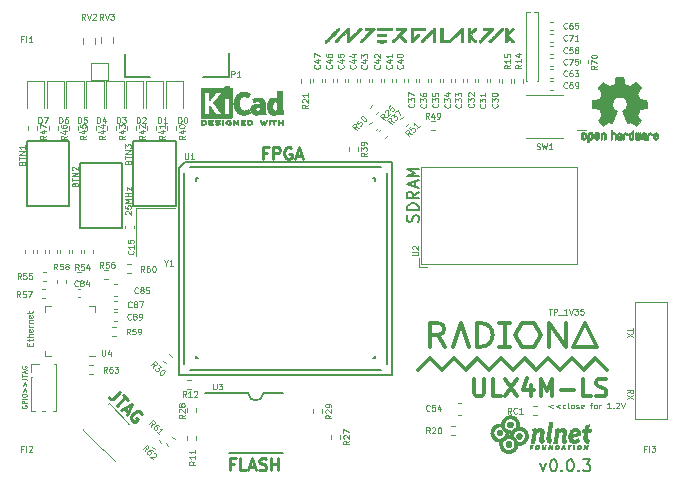
<source format=gto>
G04 #@! TF.GenerationSoftware,KiCad,Pcbnew,5.1.9+dfsg1-1+deb11u1*
G04 #@! TF.CreationDate,2022-10-19T12:21:59+02:00*
G04 #@! TF.ProjectId,ulx4m,756c7834-6d2e-46b6-9963-61645f706362,v0.0.3*
G04 #@! TF.SameCoordinates,Original*
G04 #@! TF.FileFunction,Legend,Top*
G04 #@! TF.FilePolarity,Positive*
%FSLAX46Y46*%
G04 Gerber Fmt 4.6, Leading zero omitted, Abs format (unit mm)*
G04 Created by KiCad (PCBNEW 5.1.9+dfsg1-1+deb11u1) date 2022-10-19 12:21:59*
%MOMM*%
%LPD*%
G01*
G04 APERTURE LIST*
%ADD10C,0.125000*%
%ADD11C,0.100000*%
%ADD12C,0.250000*%
%ADD13C,0.200000*%
%ADD14C,0.300000*%
%ADD15C,0.010000*%
%ADD16C,0.120000*%
%ADD17C,0.150000*%
%ADD18R,0.850000X0.850000*%
%ADD19O,0.850000X0.850000*%
%ADD20R,0.700000X0.700000*%
%ADD21R,1.200000X0.500000*%
%ADD22O,1.700000X1.700000*%
%ADD23R,1.700000X1.700000*%
%ADD24C,0.500000*%
%ADD25O,0.127000X0.508000*%
%ADD26O,0.508000X0.127000*%
%ADD27R,1.000000X1.000000*%
%ADD28C,3.300000*%
%ADD29R,2.100000X0.600000*%
%ADD30O,2.100000X0.600000*%
%ADD31R,1.200000X1.400000*%
%ADD32R,1.050000X1.150000*%
%ADD33R,2.100000X1.600000*%
%ADD34R,1.900000X1.900000*%
%ADD35R,0.400000X1.350000*%
%ADD36R,1.800000X1.900000*%
%ADD37C,1.000000*%
%ADD38C,0.400000*%
%ADD39R,2.600000X2.600000*%
G04 APERTURE END LIST*
D10*
X146173809Y-104816666D02*
X146411904Y-104650000D01*
X146173809Y-104530952D02*
X146673809Y-104530952D01*
X146673809Y-104721428D01*
X146650000Y-104769047D01*
X146626190Y-104792857D01*
X146578571Y-104816666D01*
X146507142Y-104816666D01*
X146459523Y-104792857D01*
X146435714Y-104769047D01*
X146411904Y-104721428D01*
X146411904Y-104530952D01*
X146673809Y-104983333D02*
X146173809Y-105316666D01*
X146673809Y-105316666D02*
X146173809Y-104983333D01*
X146673809Y-99329047D02*
X146673809Y-99614761D01*
X146173809Y-99471904D02*
X146673809Y-99471904D01*
X146673809Y-99733809D02*
X146173809Y-100067142D01*
X146673809Y-100067142D02*
X146173809Y-99733809D01*
D11*
X139858571Y-105792857D02*
X139477619Y-105935714D01*
X139858571Y-106078571D01*
X140477619Y-105792857D02*
X140096666Y-105935714D01*
X140477619Y-106078571D01*
X140930000Y-106102380D02*
X140882380Y-106126190D01*
X140787142Y-106126190D01*
X140739523Y-106102380D01*
X140715714Y-106078571D01*
X140691904Y-106030952D01*
X140691904Y-105888095D01*
X140715714Y-105840476D01*
X140739523Y-105816666D01*
X140787142Y-105792857D01*
X140882380Y-105792857D01*
X140930000Y-105816666D01*
X141215714Y-106126190D02*
X141168095Y-106102380D01*
X141144285Y-106054761D01*
X141144285Y-105626190D01*
X141477619Y-106126190D02*
X141430000Y-106102380D01*
X141406190Y-106078571D01*
X141382380Y-106030952D01*
X141382380Y-105888095D01*
X141406190Y-105840476D01*
X141430000Y-105816666D01*
X141477619Y-105792857D01*
X141549047Y-105792857D01*
X141596666Y-105816666D01*
X141620476Y-105840476D01*
X141644285Y-105888095D01*
X141644285Y-106030952D01*
X141620476Y-106078571D01*
X141596666Y-106102380D01*
X141549047Y-106126190D01*
X141477619Y-106126190D01*
X141834761Y-106102380D02*
X141882380Y-106126190D01*
X141977619Y-106126190D01*
X142025238Y-106102380D01*
X142049047Y-106054761D01*
X142049047Y-106030952D01*
X142025238Y-105983333D01*
X141977619Y-105959523D01*
X141906190Y-105959523D01*
X141858571Y-105935714D01*
X141834761Y-105888095D01*
X141834761Y-105864285D01*
X141858571Y-105816666D01*
X141906190Y-105792857D01*
X141977619Y-105792857D01*
X142025238Y-105816666D01*
X142453809Y-106102380D02*
X142406190Y-106126190D01*
X142310952Y-106126190D01*
X142263333Y-106102380D01*
X142239523Y-106054761D01*
X142239523Y-105864285D01*
X142263333Y-105816666D01*
X142310952Y-105792857D01*
X142406190Y-105792857D01*
X142453809Y-105816666D01*
X142477619Y-105864285D01*
X142477619Y-105911904D01*
X142239523Y-105959523D01*
X143001428Y-105792857D02*
X143191904Y-105792857D01*
X143072857Y-106126190D02*
X143072857Y-105697619D01*
X143096666Y-105650000D01*
X143144285Y-105626190D01*
X143191904Y-105626190D01*
X143430000Y-106126190D02*
X143382380Y-106102380D01*
X143358571Y-106078571D01*
X143334761Y-106030952D01*
X143334761Y-105888095D01*
X143358571Y-105840476D01*
X143382380Y-105816666D01*
X143430000Y-105792857D01*
X143501428Y-105792857D01*
X143549047Y-105816666D01*
X143572857Y-105840476D01*
X143596666Y-105888095D01*
X143596666Y-106030952D01*
X143572857Y-106078571D01*
X143549047Y-106102380D01*
X143501428Y-106126190D01*
X143430000Y-106126190D01*
X143810952Y-106126190D02*
X143810952Y-105792857D01*
X143810952Y-105888095D02*
X143834761Y-105840476D01*
X143858571Y-105816666D01*
X143906190Y-105792857D01*
X143953809Y-105792857D01*
X144763333Y-106126190D02*
X144477619Y-106126190D01*
X144620476Y-106126190D02*
X144620476Y-105626190D01*
X144572857Y-105697619D01*
X144525238Y-105745238D01*
X144477619Y-105769047D01*
X144977619Y-106078571D02*
X145001428Y-106102380D01*
X144977619Y-106126190D01*
X144953809Y-106102380D01*
X144977619Y-106078571D01*
X144977619Y-106126190D01*
X145191904Y-105673809D02*
X145215714Y-105650000D01*
X145263333Y-105626190D01*
X145382380Y-105626190D01*
X145430000Y-105650000D01*
X145453809Y-105673809D01*
X145477619Y-105721428D01*
X145477619Y-105769047D01*
X145453809Y-105840476D01*
X145168095Y-106126190D01*
X145477619Y-106126190D01*
X145620476Y-105626190D02*
X145787142Y-106126190D01*
X145953809Y-105626190D01*
D10*
X95544285Y-100808571D02*
X95544285Y-100641904D01*
X95806190Y-100570476D02*
X95806190Y-100808571D01*
X95306190Y-100808571D01*
X95306190Y-100570476D01*
X95472857Y-100427619D02*
X95472857Y-100237142D01*
X95306190Y-100356190D02*
X95734761Y-100356190D01*
X95782380Y-100332380D01*
X95806190Y-100284761D01*
X95806190Y-100237142D01*
X95806190Y-100070476D02*
X95306190Y-100070476D01*
X95806190Y-99856190D02*
X95544285Y-99856190D01*
X95496666Y-99880000D01*
X95472857Y-99927619D01*
X95472857Y-99999047D01*
X95496666Y-100046666D01*
X95520476Y-100070476D01*
X95782380Y-99427619D02*
X95806190Y-99475238D01*
X95806190Y-99570476D01*
X95782380Y-99618095D01*
X95734761Y-99641904D01*
X95544285Y-99641904D01*
X95496666Y-99618095D01*
X95472857Y-99570476D01*
X95472857Y-99475238D01*
X95496666Y-99427619D01*
X95544285Y-99403809D01*
X95591904Y-99403809D01*
X95639523Y-99641904D01*
X95806190Y-99189523D02*
X95472857Y-99189523D01*
X95568095Y-99189523D02*
X95520476Y-99165714D01*
X95496666Y-99141904D01*
X95472857Y-99094285D01*
X95472857Y-99046666D01*
X95472857Y-98880000D02*
X95806190Y-98880000D01*
X95520476Y-98880000D02*
X95496666Y-98856190D01*
X95472857Y-98808571D01*
X95472857Y-98737142D01*
X95496666Y-98689523D01*
X95544285Y-98665714D01*
X95806190Y-98665714D01*
X95782380Y-98237142D02*
X95806190Y-98284761D01*
X95806190Y-98380000D01*
X95782380Y-98427619D01*
X95734761Y-98451428D01*
X95544285Y-98451428D01*
X95496666Y-98427619D01*
X95472857Y-98380000D01*
X95472857Y-98284761D01*
X95496666Y-98237142D01*
X95544285Y-98213333D01*
X95591904Y-98213333D01*
X95639523Y-98451428D01*
X95472857Y-98070476D02*
X95472857Y-97880000D01*
X95306190Y-97999047D02*
X95734761Y-97999047D01*
X95782380Y-97975238D01*
X95806190Y-97927619D01*
X95806190Y-97880000D01*
D11*
X103683809Y-89690952D02*
X103660000Y-89667142D01*
X103636190Y-89619523D01*
X103636190Y-89500476D01*
X103660000Y-89452857D01*
X103683809Y-89429047D01*
X103731428Y-89405238D01*
X103779047Y-89405238D01*
X103850476Y-89429047D01*
X104136190Y-89714761D01*
X104136190Y-89405238D01*
X103636190Y-88952857D02*
X103636190Y-89190952D01*
X103874285Y-89214761D01*
X103850476Y-89190952D01*
X103826666Y-89143333D01*
X103826666Y-89024285D01*
X103850476Y-88976666D01*
X103874285Y-88952857D01*
X103921904Y-88929047D01*
X104040952Y-88929047D01*
X104088571Y-88952857D01*
X104112380Y-88976666D01*
X104136190Y-89024285D01*
X104136190Y-89143333D01*
X104112380Y-89190952D01*
X104088571Y-89214761D01*
X104136190Y-88714761D02*
X103636190Y-88714761D01*
X103993333Y-88548095D01*
X103636190Y-88381428D01*
X104136190Y-88381428D01*
X104136190Y-88143333D02*
X103636190Y-88143333D01*
X103874285Y-88143333D02*
X103874285Y-87857619D01*
X104136190Y-87857619D02*
X103636190Y-87857619D01*
X103802857Y-87667142D02*
X103802857Y-87405238D01*
X104136190Y-87667142D01*
X104136190Y-87405238D01*
D12*
X112879523Y-110818571D02*
X112546190Y-110818571D01*
X112546190Y-111342380D02*
X112546190Y-110342380D01*
X113022380Y-110342380D01*
X113879523Y-111342380D02*
X113403333Y-111342380D01*
X113403333Y-110342380D01*
X114165238Y-111056666D02*
X114641428Y-111056666D01*
X114070000Y-111342380D02*
X114403333Y-110342380D01*
X114736666Y-111342380D01*
X115022380Y-111294761D02*
X115165238Y-111342380D01*
X115403333Y-111342380D01*
X115498571Y-111294761D01*
X115546190Y-111247142D01*
X115593809Y-111151904D01*
X115593809Y-111056666D01*
X115546190Y-110961428D01*
X115498571Y-110913809D01*
X115403333Y-110866190D01*
X115212857Y-110818571D01*
X115117619Y-110770952D01*
X115070000Y-110723333D01*
X115022380Y-110628095D01*
X115022380Y-110532857D01*
X115070000Y-110437619D01*
X115117619Y-110390000D01*
X115212857Y-110342380D01*
X115450952Y-110342380D01*
X115593809Y-110390000D01*
X116022380Y-111342380D02*
X116022380Y-110342380D01*
X116022380Y-110818571D02*
X116593809Y-110818571D01*
X116593809Y-111342380D02*
X116593809Y-110342380D01*
D13*
X138807142Y-110775714D02*
X139045238Y-111442380D01*
X139283333Y-110775714D01*
X139854761Y-110442380D02*
X139950000Y-110442380D01*
X140045238Y-110490000D01*
X140092857Y-110537619D01*
X140140476Y-110632857D01*
X140188095Y-110823333D01*
X140188095Y-111061428D01*
X140140476Y-111251904D01*
X140092857Y-111347142D01*
X140045238Y-111394761D01*
X139950000Y-111442380D01*
X139854761Y-111442380D01*
X139759523Y-111394761D01*
X139711904Y-111347142D01*
X139664285Y-111251904D01*
X139616666Y-111061428D01*
X139616666Y-110823333D01*
X139664285Y-110632857D01*
X139711904Y-110537619D01*
X139759523Y-110490000D01*
X139854761Y-110442380D01*
X140616666Y-111347142D02*
X140664285Y-111394761D01*
X140616666Y-111442380D01*
X140569047Y-111394761D01*
X140616666Y-111347142D01*
X140616666Y-111442380D01*
X141283333Y-110442380D02*
X141378571Y-110442380D01*
X141473809Y-110490000D01*
X141521428Y-110537619D01*
X141569047Y-110632857D01*
X141616666Y-110823333D01*
X141616666Y-111061428D01*
X141569047Y-111251904D01*
X141521428Y-111347142D01*
X141473809Y-111394761D01*
X141378571Y-111442380D01*
X141283333Y-111442380D01*
X141188095Y-111394761D01*
X141140476Y-111347142D01*
X141092857Y-111251904D01*
X141045238Y-111061428D01*
X141045238Y-110823333D01*
X141092857Y-110632857D01*
X141140476Y-110537619D01*
X141188095Y-110490000D01*
X141283333Y-110442380D01*
X142045238Y-111347142D02*
X142092857Y-111394761D01*
X142045238Y-111442380D01*
X141997619Y-111394761D01*
X142045238Y-111347142D01*
X142045238Y-111442380D01*
X142426190Y-110442380D02*
X143045238Y-110442380D01*
X142711904Y-110823333D01*
X142854761Y-110823333D01*
X142950000Y-110870952D01*
X142997619Y-110918571D01*
X143045238Y-111013809D01*
X143045238Y-111251904D01*
X142997619Y-111347142D01*
X142950000Y-111394761D01*
X142854761Y-111442380D01*
X142569047Y-111442380D01*
X142473809Y-111394761D01*
X142426190Y-111347142D01*
D14*
X133188571Y-103598571D02*
X133188571Y-104812857D01*
X133260000Y-104955714D01*
X133331428Y-105027142D01*
X133474285Y-105098571D01*
X133760000Y-105098571D01*
X133902857Y-105027142D01*
X133974285Y-104955714D01*
X134045714Y-104812857D01*
X134045714Y-103598571D01*
X135474285Y-105098571D02*
X134760000Y-105098571D01*
X134760000Y-103598571D01*
X135831428Y-103598571D02*
X136831428Y-105098571D01*
X136831428Y-103598571D02*
X135831428Y-105098571D01*
X138045714Y-104098571D02*
X138045714Y-105098571D01*
X137688571Y-103527142D02*
X137331428Y-104598571D01*
X138260000Y-104598571D01*
X138831428Y-105098571D02*
X138831428Y-103598571D01*
X139331428Y-104670000D01*
X139831428Y-103598571D01*
X139831428Y-105098571D01*
X140545714Y-104527142D02*
X141688571Y-104527142D01*
X143117142Y-105098571D02*
X142402857Y-105098571D01*
X142402857Y-103598571D01*
X143545714Y-105027142D02*
X143760000Y-105098571D01*
X144117142Y-105098571D01*
X144260000Y-105027142D01*
X144331428Y-104955714D01*
X144402857Y-104812857D01*
X144402857Y-104670000D01*
X144331428Y-104527142D01*
X144260000Y-104455714D01*
X144117142Y-104384285D01*
X143831428Y-104312857D01*
X143688571Y-104241428D01*
X143617142Y-104170000D01*
X143545714Y-104027142D01*
X143545714Y-103884285D01*
X143617142Y-103741428D01*
X143688571Y-103670000D01*
X143831428Y-103598571D01*
X144188571Y-103598571D01*
X144402857Y-103670000D01*
D12*
X115644285Y-84478571D02*
X115310952Y-84478571D01*
X115310952Y-85002380D02*
X115310952Y-84002380D01*
X115787142Y-84002380D01*
X116168095Y-85002380D02*
X116168095Y-84002380D01*
X116549047Y-84002380D01*
X116644285Y-84050000D01*
X116691904Y-84097619D01*
X116739523Y-84192857D01*
X116739523Y-84335714D01*
X116691904Y-84430952D01*
X116644285Y-84478571D01*
X116549047Y-84526190D01*
X116168095Y-84526190D01*
X117691904Y-84050000D02*
X117596666Y-84002380D01*
X117453809Y-84002380D01*
X117310952Y-84050000D01*
X117215714Y-84145238D01*
X117168095Y-84240476D01*
X117120476Y-84430952D01*
X117120476Y-84573809D01*
X117168095Y-84764285D01*
X117215714Y-84859523D01*
X117310952Y-84954761D01*
X117453809Y-85002380D01*
X117549047Y-85002380D01*
X117691904Y-84954761D01*
X117739523Y-84907142D01*
X117739523Y-84573809D01*
X117549047Y-84573809D01*
X118120476Y-84716666D02*
X118596666Y-84716666D01*
X118025238Y-85002380D02*
X118358571Y-84002380D01*
X118691904Y-85002380D01*
D13*
X128454761Y-90335714D02*
X128502380Y-90192857D01*
X128502380Y-89954761D01*
X128454761Y-89859523D01*
X128407142Y-89811904D01*
X128311904Y-89764285D01*
X128216666Y-89764285D01*
X128121428Y-89811904D01*
X128073809Y-89859523D01*
X128026190Y-89954761D01*
X127978571Y-90145238D01*
X127930952Y-90240476D01*
X127883333Y-90288095D01*
X127788095Y-90335714D01*
X127692857Y-90335714D01*
X127597619Y-90288095D01*
X127550000Y-90240476D01*
X127502380Y-90145238D01*
X127502380Y-89907142D01*
X127550000Y-89764285D01*
X128502380Y-89335714D02*
X127502380Y-89335714D01*
X127502380Y-89097619D01*
X127550000Y-88954761D01*
X127645238Y-88859523D01*
X127740476Y-88811904D01*
X127930952Y-88764285D01*
X128073809Y-88764285D01*
X128264285Y-88811904D01*
X128359523Y-88859523D01*
X128454761Y-88954761D01*
X128502380Y-89097619D01*
X128502380Y-89335714D01*
X128502380Y-87764285D02*
X128026190Y-88097619D01*
X128502380Y-88335714D02*
X127502380Y-88335714D01*
X127502380Y-87954761D01*
X127550000Y-87859523D01*
X127597619Y-87811904D01*
X127692857Y-87764285D01*
X127835714Y-87764285D01*
X127930952Y-87811904D01*
X127978571Y-87859523D01*
X128026190Y-87954761D01*
X128026190Y-88335714D01*
X128216666Y-87383333D02*
X128216666Y-86907142D01*
X128502380Y-87478571D02*
X127502380Y-87145238D01*
X128502380Y-86811904D01*
X128502380Y-86478571D02*
X127502380Y-86478571D01*
X128216666Y-86145238D01*
X127502380Y-85811904D01*
X128502380Y-85811904D01*
D15*
G36*
X112302997Y-78799051D02*
G01*
X112346297Y-78812433D01*
X112387700Y-78834517D01*
X112419301Y-78859228D01*
X112453431Y-78896397D01*
X112478064Y-78937038D01*
X112493422Y-78981647D01*
X112499721Y-79030720D01*
X112499913Y-79041966D01*
X112495112Y-79092623D01*
X112481219Y-79139403D01*
X112458813Y-79181545D01*
X112428472Y-79218288D01*
X112390775Y-79248869D01*
X112346301Y-79272528D01*
X112316707Y-79283053D01*
X112289315Y-79288375D01*
X112256713Y-79290498D01*
X112223339Y-79289403D01*
X112193634Y-79285071D01*
X112187773Y-79283611D01*
X112142262Y-79266132D01*
X112101857Y-79240755D01*
X112067322Y-79208643D01*
X112039422Y-79170959D01*
X112018921Y-79128867D01*
X112006584Y-79083529D01*
X112003176Y-79036109D01*
X112005792Y-79006760D01*
X112017657Y-78959128D01*
X112037327Y-78916737D01*
X112063723Y-78879971D01*
X112095769Y-78849216D01*
X112132385Y-78824855D01*
X112172494Y-78807274D01*
X112215017Y-78796856D01*
X112258878Y-78793987D01*
X112302997Y-78799051D01*
G37*
X112302997Y-78799051D02*
X112346297Y-78812433D01*
X112387700Y-78834517D01*
X112419301Y-78859228D01*
X112453431Y-78896397D01*
X112478064Y-78937038D01*
X112493422Y-78981647D01*
X112499721Y-79030720D01*
X112499913Y-79041966D01*
X112495112Y-79092623D01*
X112481219Y-79139403D01*
X112458813Y-79181545D01*
X112428472Y-79218288D01*
X112390775Y-79248869D01*
X112346301Y-79272528D01*
X112316707Y-79283053D01*
X112289315Y-79288375D01*
X112256713Y-79290498D01*
X112223339Y-79289403D01*
X112193634Y-79285071D01*
X112187773Y-79283611D01*
X112142262Y-79266132D01*
X112101857Y-79240755D01*
X112067322Y-79208643D01*
X112039422Y-79170959D01*
X112018921Y-79128867D01*
X112006584Y-79083529D01*
X112003176Y-79036109D01*
X112005792Y-79006760D01*
X112017657Y-78959128D01*
X112037327Y-78916737D01*
X112063723Y-78879971D01*
X112095769Y-78849216D01*
X112132385Y-78824855D01*
X112172494Y-78807274D01*
X112215017Y-78796856D01*
X112258878Y-78793987D01*
X112302997Y-78799051D01*
G36*
X116970961Y-80163730D02*
G01*
X116971145Y-80280853D01*
X116971306Y-80388259D01*
X116971459Y-80486390D01*
X116971618Y-80575687D01*
X116971798Y-80656593D01*
X116972013Y-80729550D01*
X116972276Y-80795000D01*
X116972603Y-80853386D01*
X116973007Y-80905149D01*
X116973504Y-80950732D01*
X116974107Y-80990577D01*
X116974830Y-81025126D01*
X116975689Y-81054821D01*
X116976696Y-81080105D01*
X116977868Y-81101419D01*
X116979217Y-81119207D01*
X116980758Y-81133909D01*
X116982506Y-81145969D01*
X116984474Y-81155828D01*
X116986678Y-81163929D01*
X116989131Y-81170713D01*
X116991848Y-81176624D01*
X116994843Y-81182103D01*
X116998130Y-81187592D01*
X117001725Y-81193534D01*
X117004449Y-81198231D01*
X117020526Y-81226720D01*
X116553080Y-81226720D01*
X116553002Y-81182270D01*
X116552451Y-81155769D01*
X116550586Y-81138401D01*
X116546924Y-81129168D01*
X116540982Y-81127077D01*
X116532277Y-81131132D01*
X116529210Y-81133283D01*
X116476649Y-81169290D01*
X116427281Y-81197422D01*
X116379261Y-81218626D01*
X116335648Y-81232573D01*
X116316616Y-81236926D01*
X116295654Y-81240148D01*
X116270607Y-81242447D01*
X116239319Y-81244031D01*
X116207640Y-81244940D01*
X116178414Y-81245477D01*
X116152638Y-81245736D01*
X116132061Y-81245714D01*
X116118436Y-81245413D01*
X116113660Y-81244950D01*
X116106530Y-81242945D01*
X116092321Y-81239444D01*
X116073873Y-81235144D01*
X116070480Y-81234374D01*
X116037875Y-81224789D01*
X116000972Y-81210337D01*
X115963292Y-81192638D01*
X115928355Y-81173314D01*
X115906134Y-81158772D01*
X115855883Y-81116811D01*
X115809969Y-81066475D01*
X115769051Y-81008860D01*
X115733786Y-80945061D01*
X115704832Y-80876173D01*
X115682847Y-80803292D01*
X115676950Y-80777183D01*
X115667597Y-80718442D01*
X115661986Y-80651960D01*
X115660139Y-80579451D01*
X115661383Y-80530193D01*
X116116001Y-80530193D01*
X116116118Y-80570509D01*
X116116814Y-80610062D01*
X116118072Y-80646873D01*
X116119877Y-80678961D01*
X116122211Y-80704347D01*
X116124271Y-80717664D01*
X116136569Y-80762386D01*
X116153890Y-80803668D01*
X116175221Y-80839707D01*
X116199550Y-80868698D01*
X116217269Y-80883452D01*
X116237218Y-80895974D01*
X116255989Y-80904195D01*
X116276471Y-80908800D01*
X116301557Y-80910474D01*
X116329560Y-80910074D01*
X116356597Y-80908680D01*
X116377357Y-80906208D01*
X116395719Y-80901906D01*
X116415559Y-80895024D01*
X116423540Y-80891879D01*
X116447421Y-80881394D01*
X116472307Y-80869044D01*
X116493140Y-80857352D01*
X116494660Y-80856408D01*
X116525140Y-80837259D01*
X116526447Y-80516635D01*
X116527755Y-80196010D01*
X116498507Y-80178977D01*
X116449492Y-80154407D01*
X116401461Y-80138087D01*
X116355339Y-80130142D01*
X116312051Y-80130696D01*
X116272521Y-80139874D01*
X116257102Y-80146408D01*
X116224808Y-80167734D01*
X116195995Y-80198105D01*
X116170991Y-80236909D01*
X116150120Y-80283534D01*
X116133709Y-80337368D01*
X116122084Y-80397798D01*
X116121647Y-80400886D01*
X116119286Y-80424460D01*
X116117568Y-80455189D01*
X116116479Y-80491093D01*
X116116001Y-80530193D01*
X115661383Y-80530193D01*
X115662080Y-80502629D01*
X115667831Y-80423209D01*
X115671692Y-80386881D01*
X115685870Y-80296659D01*
X115706413Y-80213283D01*
X115733166Y-80136987D01*
X115765975Y-80068007D01*
X115804685Y-80006579D01*
X115849143Y-79952937D01*
X115899194Y-79907317D01*
X115954684Y-79869955D01*
X116015459Y-79841085D01*
X116033682Y-79834460D01*
X116053060Y-79828069D01*
X116069324Y-79823466D01*
X116084937Y-79820297D01*
X116102359Y-79818211D01*
X116124050Y-79816855D01*
X116152473Y-79815878D01*
X116166032Y-79815521D01*
X116227364Y-79815192D01*
X116280515Y-79817782D01*
X116327135Y-79823641D01*
X116368874Y-79833121D01*
X116407380Y-79846573D01*
X116444305Y-79864348D01*
X116471800Y-79880631D01*
X116520060Y-79911304D01*
X116523577Y-79892102D01*
X116525188Y-79877255D01*
X116526382Y-79853526D01*
X116527181Y-79822183D01*
X116527610Y-79784494D01*
X116527692Y-79741727D01*
X116527451Y-79695151D01*
X116526910Y-79646033D01*
X116526094Y-79595641D01*
X116525027Y-79545243D01*
X116523731Y-79496109D01*
X116522231Y-79449505D01*
X116520550Y-79406700D01*
X116518712Y-79368962D01*
X116516741Y-79337560D01*
X116514661Y-79313761D01*
X116512496Y-79298833D01*
X116512466Y-79298698D01*
X116506639Y-79280294D01*
X116497395Y-79258963D01*
X116489553Y-79244250D01*
X116472233Y-79215040D01*
X116969408Y-79215040D01*
X116970961Y-80163730D01*
G37*
X116970961Y-80163730D02*
X116971145Y-80280853D01*
X116971306Y-80388259D01*
X116971459Y-80486390D01*
X116971618Y-80575687D01*
X116971798Y-80656593D01*
X116972013Y-80729550D01*
X116972276Y-80795000D01*
X116972603Y-80853386D01*
X116973007Y-80905149D01*
X116973504Y-80950732D01*
X116974107Y-80990577D01*
X116974830Y-81025126D01*
X116975689Y-81054821D01*
X116976696Y-81080105D01*
X116977868Y-81101419D01*
X116979217Y-81119207D01*
X116980758Y-81133909D01*
X116982506Y-81145969D01*
X116984474Y-81155828D01*
X116986678Y-81163929D01*
X116989131Y-81170713D01*
X116991848Y-81176624D01*
X116994843Y-81182103D01*
X116998130Y-81187592D01*
X117001725Y-81193534D01*
X117004449Y-81198231D01*
X117020526Y-81226720D01*
X116553080Y-81226720D01*
X116553002Y-81182270D01*
X116552451Y-81155769D01*
X116550586Y-81138401D01*
X116546924Y-81129168D01*
X116540982Y-81127077D01*
X116532277Y-81131132D01*
X116529210Y-81133283D01*
X116476649Y-81169290D01*
X116427281Y-81197422D01*
X116379261Y-81218626D01*
X116335648Y-81232573D01*
X116316616Y-81236926D01*
X116295654Y-81240148D01*
X116270607Y-81242447D01*
X116239319Y-81244031D01*
X116207640Y-81244940D01*
X116178414Y-81245477D01*
X116152638Y-81245736D01*
X116132061Y-81245714D01*
X116118436Y-81245413D01*
X116113660Y-81244950D01*
X116106530Y-81242945D01*
X116092321Y-81239444D01*
X116073873Y-81235144D01*
X116070480Y-81234374D01*
X116037875Y-81224789D01*
X116000972Y-81210337D01*
X115963292Y-81192638D01*
X115928355Y-81173314D01*
X115906134Y-81158772D01*
X115855883Y-81116811D01*
X115809969Y-81066475D01*
X115769051Y-81008860D01*
X115733786Y-80945061D01*
X115704832Y-80876173D01*
X115682847Y-80803292D01*
X115676950Y-80777183D01*
X115667597Y-80718442D01*
X115661986Y-80651960D01*
X115660139Y-80579451D01*
X115661383Y-80530193D01*
X116116001Y-80530193D01*
X116116118Y-80570509D01*
X116116814Y-80610062D01*
X116118072Y-80646873D01*
X116119877Y-80678961D01*
X116122211Y-80704347D01*
X116124271Y-80717664D01*
X116136569Y-80762386D01*
X116153890Y-80803668D01*
X116175221Y-80839707D01*
X116199550Y-80868698D01*
X116217269Y-80883452D01*
X116237218Y-80895974D01*
X116255989Y-80904195D01*
X116276471Y-80908800D01*
X116301557Y-80910474D01*
X116329560Y-80910074D01*
X116356597Y-80908680D01*
X116377357Y-80906208D01*
X116395719Y-80901906D01*
X116415559Y-80895024D01*
X116423540Y-80891879D01*
X116447421Y-80881394D01*
X116472307Y-80869044D01*
X116493140Y-80857352D01*
X116494660Y-80856408D01*
X116525140Y-80837259D01*
X116526447Y-80516635D01*
X116527755Y-80196010D01*
X116498507Y-80178977D01*
X116449492Y-80154407D01*
X116401461Y-80138087D01*
X116355339Y-80130142D01*
X116312051Y-80130696D01*
X116272521Y-80139874D01*
X116257102Y-80146408D01*
X116224808Y-80167734D01*
X116195995Y-80198105D01*
X116170991Y-80236909D01*
X116150120Y-80283534D01*
X116133709Y-80337368D01*
X116122084Y-80397798D01*
X116121647Y-80400886D01*
X116119286Y-80424460D01*
X116117568Y-80455189D01*
X116116479Y-80491093D01*
X116116001Y-80530193D01*
X115661383Y-80530193D01*
X115662080Y-80502629D01*
X115667831Y-80423209D01*
X115671692Y-80386881D01*
X115685870Y-80296659D01*
X115706413Y-80213283D01*
X115733166Y-80136987D01*
X115765975Y-80068007D01*
X115804685Y-80006579D01*
X115849143Y-79952937D01*
X115899194Y-79907317D01*
X115954684Y-79869955D01*
X116015459Y-79841085D01*
X116033682Y-79834460D01*
X116053060Y-79828069D01*
X116069324Y-79823466D01*
X116084937Y-79820297D01*
X116102359Y-79818211D01*
X116124050Y-79816855D01*
X116152473Y-79815878D01*
X116166032Y-79815521D01*
X116227364Y-79815192D01*
X116280515Y-79817782D01*
X116327135Y-79823641D01*
X116368874Y-79833121D01*
X116407380Y-79846573D01*
X116444305Y-79864348D01*
X116471800Y-79880631D01*
X116520060Y-79911304D01*
X116523577Y-79892102D01*
X116525188Y-79877255D01*
X116526382Y-79853526D01*
X116527181Y-79822183D01*
X116527610Y-79784494D01*
X116527692Y-79741727D01*
X116527451Y-79695151D01*
X116526910Y-79646033D01*
X116526094Y-79595641D01*
X116525027Y-79545243D01*
X116523731Y-79496109D01*
X116522231Y-79449505D01*
X116520550Y-79406700D01*
X116518712Y-79368962D01*
X116516741Y-79337560D01*
X116514661Y-79313761D01*
X116512496Y-79298833D01*
X116512466Y-79298698D01*
X116506639Y-79280294D01*
X116497395Y-79258963D01*
X116489553Y-79244250D01*
X116472233Y-79215040D01*
X116969408Y-79215040D01*
X116970961Y-80163730D01*
G36*
X114975070Y-79812848D02*
G01*
X115019616Y-79814235D01*
X115058042Y-79816954D01*
X115092348Y-79821253D01*
X115124537Y-79827382D01*
X115156612Y-79835587D01*
X115189100Y-79845631D01*
X115241008Y-79865840D01*
X115286244Y-79890644D01*
X115327932Y-79921949D01*
X115354479Y-79946560D01*
X115384593Y-79979514D01*
X115409461Y-80014037D01*
X115430169Y-80052182D01*
X115447803Y-80096001D01*
X115463449Y-80147549D01*
X115466028Y-80157380D01*
X115469281Y-80171466D01*
X115472201Y-80187505D01*
X115474818Y-80206154D01*
X115477160Y-80228073D01*
X115479258Y-80253922D01*
X115481140Y-80284358D01*
X115482838Y-80320042D01*
X115484379Y-80361632D01*
X115485795Y-80409787D01*
X115487114Y-80465166D01*
X115488366Y-80528429D01*
X115489580Y-80600235D01*
X115490787Y-80681241D01*
X115491341Y-80721260D01*
X115492229Y-80782150D01*
X115493207Y-80841009D01*
X115494253Y-80896897D01*
X115495343Y-80948877D01*
X115496455Y-80996010D01*
X115497565Y-81037357D01*
X115498649Y-81071982D01*
X115499686Y-81098945D01*
X115500652Y-81117307D01*
X115501242Y-81124275D01*
X115505289Y-81150441D01*
X115511002Y-81170420D01*
X115519589Y-81188176D01*
X115521959Y-81192138D01*
X115529876Y-81206197D01*
X115534396Y-81216635D01*
X115534735Y-81220597D01*
X115529203Y-81221255D01*
X115514549Y-81221962D01*
X115491813Y-81222695D01*
X115462035Y-81223428D01*
X115426252Y-81224140D01*
X115385503Y-81224807D01*
X115340828Y-81225404D01*
X115306437Y-81225781D01*
X115081070Y-81228034D01*
X115077387Y-81176577D01*
X115075542Y-81155118D01*
X115073489Y-81138045D01*
X115071518Y-81127489D01*
X115070342Y-81125120D01*
X115064902Y-81127953D01*
X115053727Y-81135415D01*
X115039140Y-81145946D01*
X115037776Y-81146963D01*
X114979107Y-81185821D01*
X114920091Y-81214963D01*
X114861091Y-81234231D01*
X114820694Y-81241672D01*
X114786766Y-81244754D01*
X114748818Y-81246272D01*
X114709793Y-81246270D01*
X114672636Y-81244794D01*
X114640288Y-81241887D01*
X114620140Y-81238624D01*
X114587194Y-81229872D01*
X114550317Y-81217275D01*
X114512967Y-81202227D01*
X114478600Y-81186126D01*
X114450674Y-81170368D01*
X114449960Y-81169907D01*
X114399407Y-81131221D01*
X114355656Y-81085485D01*
X114319102Y-81033530D01*
X114290137Y-80976189D01*
X114269155Y-80914294D01*
X114256549Y-80848678D01*
X114253117Y-80787407D01*
X114671451Y-80787407D01*
X114674077Y-80822515D01*
X114682713Y-80851400D01*
X114698486Y-80876751D01*
X114717219Y-80896493D01*
X114740498Y-80914983D01*
X114765229Y-80928004D01*
X114793503Y-80936171D01*
X114827408Y-80940100D01*
X114866520Y-80940472D01*
X114892286Y-80939310D01*
X114911521Y-80936868D01*
X114927833Y-80932463D01*
X114944122Y-80925736D01*
X114988502Y-80900898D01*
X115023915Y-80871489D01*
X115037279Y-80856302D01*
X115055678Y-80833020D01*
X115052416Y-80726470D01*
X115051106Y-80691518D01*
X115049511Y-80661617D01*
X115047727Y-80638026D01*
X115045850Y-80622008D01*
X115043976Y-80614821D01*
X115043878Y-80614710D01*
X115036517Y-80612507D01*
X115020939Y-80611036D01*
X114999057Y-80610261D01*
X114972786Y-80610140D01*
X114944039Y-80610636D01*
X114914730Y-80611710D01*
X114886772Y-80613321D01*
X114862080Y-80615432D01*
X114842566Y-80618003D01*
X114837725Y-80618917D01*
X114790890Y-80632790D01*
X114750253Y-80653183D01*
X114716692Y-80679513D01*
X114691087Y-80711196D01*
X114686266Y-80719454D01*
X114678463Y-80735206D01*
X114673971Y-80749308D01*
X114671923Y-80765738D01*
X114671451Y-80787407D01*
X114253117Y-80787407D01*
X114252711Y-80780173D01*
X114253592Y-80754280D01*
X114261623Y-80690042D01*
X114278086Y-80631317D01*
X114303252Y-80577583D01*
X114337392Y-80528317D01*
X114380779Y-80482999D01*
X114406121Y-80461582D01*
X114452868Y-80428345D01*
X114503212Y-80400053D01*
X114557967Y-80376502D01*
X114617946Y-80357486D01*
X114683962Y-80342799D01*
X114756831Y-80332237D01*
X114837364Y-80325595D01*
X114926376Y-80322666D01*
X114957564Y-80322480D01*
X114993257Y-80322603D01*
X115019942Y-80322517D01*
X115038758Y-80321533D01*
X115050845Y-80318965D01*
X115057343Y-80314125D01*
X115059393Y-80306326D01*
X115058134Y-80294881D01*
X115054706Y-80279104D01*
X115051752Y-80265709D01*
X115039155Y-80221202D01*
X115021467Y-80183992D01*
X114998441Y-80154028D01*
X114969831Y-80131259D01*
X114935391Y-80115634D01*
X114894874Y-80107103D01*
X114848033Y-80105613D01*
X114794623Y-80111113D01*
X114734397Y-80123554D01*
X114667109Y-80142882D01*
X114592512Y-80169049D01*
X114590129Y-80169950D01*
X114565245Y-80179085D01*
X114548189Y-80184524D01*
X114537470Y-80186624D01*
X114531599Y-80185741D01*
X114530039Y-80184324D01*
X114524438Y-80174563D01*
X114515901Y-80157367D01*
X114505065Y-80134224D01*
X114492569Y-80106623D01*
X114479051Y-80076050D01*
X114465148Y-80043994D01*
X114451500Y-80011942D01*
X114438745Y-79981383D01*
X114427520Y-79953805D01*
X114418464Y-79930695D01*
X114412215Y-79913542D01*
X114409411Y-79903833D01*
X114409320Y-79902882D01*
X114413631Y-79897262D01*
X114420750Y-79895734D01*
X114429043Y-79894631D01*
X114445542Y-79891567D01*
X114468559Y-79886889D01*
X114496403Y-79880942D01*
X114527386Y-79874071D01*
X114533780Y-79872623D01*
X114590887Y-79859634D01*
X114639192Y-79848673D01*
X114679812Y-79839567D01*
X114713863Y-79832144D01*
X114742462Y-79826230D01*
X114766725Y-79821655D01*
X114787769Y-79818244D01*
X114806710Y-79815825D01*
X114824666Y-79814226D01*
X114842752Y-79813273D01*
X114862087Y-79812795D01*
X114883785Y-79812619D01*
X114908964Y-79812571D01*
X114922400Y-79812544D01*
X114975070Y-79812848D01*
G37*
X114975070Y-79812848D02*
X115019616Y-79814235D01*
X115058042Y-79816954D01*
X115092348Y-79821253D01*
X115124537Y-79827382D01*
X115156612Y-79835587D01*
X115189100Y-79845631D01*
X115241008Y-79865840D01*
X115286244Y-79890644D01*
X115327932Y-79921949D01*
X115354479Y-79946560D01*
X115384593Y-79979514D01*
X115409461Y-80014037D01*
X115430169Y-80052182D01*
X115447803Y-80096001D01*
X115463449Y-80147549D01*
X115466028Y-80157380D01*
X115469281Y-80171466D01*
X115472201Y-80187505D01*
X115474818Y-80206154D01*
X115477160Y-80228073D01*
X115479258Y-80253922D01*
X115481140Y-80284358D01*
X115482838Y-80320042D01*
X115484379Y-80361632D01*
X115485795Y-80409787D01*
X115487114Y-80465166D01*
X115488366Y-80528429D01*
X115489580Y-80600235D01*
X115490787Y-80681241D01*
X115491341Y-80721260D01*
X115492229Y-80782150D01*
X115493207Y-80841009D01*
X115494253Y-80896897D01*
X115495343Y-80948877D01*
X115496455Y-80996010D01*
X115497565Y-81037357D01*
X115498649Y-81071982D01*
X115499686Y-81098945D01*
X115500652Y-81117307D01*
X115501242Y-81124275D01*
X115505289Y-81150441D01*
X115511002Y-81170420D01*
X115519589Y-81188176D01*
X115521959Y-81192138D01*
X115529876Y-81206197D01*
X115534396Y-81216635D01*
X115534735Y-81220597D01*
X115529203Y-81221255D01*
X115514549Y-81221962D01*
X115491813Y-81222695D01*
X115462035Y-81223428D01*
X115426252Y-81224140D01*
X115385503Y-81224807D01*
X115340828Y-81225404D01*
X115306437Y-81225781D01*
X115081070Y-81228034D01*
X115077387Y-81176577D01*
X115075542Y-81155118D01*
X115073489Y-81138045D01*
X115071518Y-81127489D01*
X115070342Y-81125120D01*
X115064902Y-81127953D01*
X115053727Y-81135415D01*
X115039140Y-81145946D01*
X115037776Y-81146963D01*
X114979107Y-81185821D01*
X114920091Y-81214963D01*
X114861091Y-81234231D01*
X114820694Y-81241672D01*
X114786766Y-81244754D01*
X114748818Y-81246272D01*
X114709793Y-81246270D01*
X114672636Y-81244794D01*
X114640288Y-81241887D01*
X114620140Y-81238624D01*
X114587194Y-81229872D01*
X114550317Y-81217275D01*
X114512967Y-81202227D01*
X114478600Y-81186126D01*
X114450674Y-81170368D01*
X114449960Y-81169907D01*
X114399407Y-81131221D01*
X114355656Y-81085485D01*
X114319102Y-81033530D01*
X114290137Y-80976189D01*
X114269155Y-80914294D01*
X114256549Y-80848678D01*
X114253117Y-80787407D01*
X114671451Y-80787407D01*
X114674077Y-80822515D01*
X114682713Y-80851400D01*
X114698486Y-80876751D01*
X114717219Y-80896493D01*
X114740498Y-80914983D01*
X114765229Y-80928004D01*
X114793503Y-80936171D01*
X114827408Y-80940100D01*
X114866520Y-80940472D01*
X114892286Y-80939310D01*
X114911521Y-80936868D01*
X114927833Y-80932463D01*
X114944122Y-80925736D01*
X114988502Y-80900898D01*
X115023915Y-80871489D01*
X115037279Y-80856302D01*
X115055678Y-80833020D01*
X115052416Y-80726470D01*
X115051106Y-80691518D01*
X115049511Y-80661617D01*
X115047727Y-80638026D01*
X115045850Y-80622008D01*
X115043976Y-80614821D01*
X115043878Y-80614710D01*
X115036517Y-80612507D01*
X115020939Y-80611036D01*
X114999057Y-80610261D01*
X114972786Y-80610140D01*
X114944039Y-80610636D01*
X114914730Y-80611710D01*
X114886772Y-80613321D01*
X114862080Y-80615432D01*
X114842566Y-80618003D01*
X114837725Y-80618917D01*
X114790890Y-80632790D01*
X114750253Y-80653183D01*
X114716692Y-80679513D01*
X114691087Y-80711196D01*
X114686266Y-80719454D01*
X114678463Y-80735206D01*
X114673971Y-80749308D01*
X114671923Y-80765738D01*
X114671451Y-80787407D01*
X114253117Y-80787407D01*
X114252711Y-80780173D01*
X114253592Y-80754280D01*
X114261623Y-80690042D01*
X114278086Y-80631317D01*
X114303252Y-80577583D01*
X114337392Y-80528317D01*
X114380779Y-80482999D01*
X114406121Y-80461582D01*
X114452868Y-80428345D01*
X114503212Y-80400053D01*
X114557967Y-80376502D01*
X114617946Y-80357486D01*
X114683962Y-80342799D01*
X114756831Y-80332237D01*
X114837364Y-80325595D01*
X114926376Y-80322666D01*
X114957564Y-80322480D01*
X114993257Y-80322603D01*
X115019942Y-80322517D01*
X115038758Y-80321533D01*
X115050845Y-80318965D01*
X115057343Y-80314125D01*
X115059393Y-80306326D01*
X115058134Y-80294881D01*
X115054706Y-80279104D01*
X115051752Y-80265709D01*
X115039155Y-80221202D01*
X115021467Y-80183992D01*
X114998441Y-80154028D01*
X114969831Y-80131259D01*
X114935391Y-80115634D01*
X114894874Y-80107103D01*
X114848033Y-80105613D01*
X114794623Y-80111113D01*
X114734397Y-80123554D01*
X114667109Y-80142882D01*
X114592512Y-80169049D01*
X114590129Y-80169950D01*
X114565245Y-80179085D01*
X114548189Y-80184524D01*
X114537470Y-80186624D01*
X114531599Y-80185741D01*
X114530039Y-80184324D01*
X114524438Y-80174563D01*
X114515901Y-80157367D01*
X114505065Y-80134224D01*
X114492569Y-80106623D01*
X114479051Y-80076050D01*
X114465148Y-80043994D01*
X114451500Y-80011942D01*
X114438745Y-79981383D01*
X114427520Y-79953805D01*
X114418464Y-79930695D01*
X114412215Y-79913542D01*
X114409411Y-79903833D01*
X114409320Y-79902882D01*
X114413631Y-79897262D01*
X114420750Y-79895734D01*
X114429043Y-79894631D01*
X114445542Y-79891567D01*
X114468559Y-79886889D01*
X114496403Y-79880942D01*
X114527386Y-79874071D01*
X114533780Y-79872623D01*
X114590887Y-79859634D01*
X114639192Y-79848673D01*
X114679812Y-79839567D01*
X114713863Y-79832144D01*
X114742462Y-79826230D01*
X114766725Y-79821655D01*
X114787769Y-79818244D01*
X114806710Y-79815825D01*
X114824666Y-79814226D01*
X114842752Y-79813273D01*
X114862087Y-79812795D01*
X114883785Y-79812619D01*
X114908964Y-79812571D01*
X114922400Y-79812544D01*
X114975070Y-79812848D01*
G36*
X113781465Y-79312198D02*
G01*
X113869791Y-79329643D01*
X113896240Y-79336844D01*
X113930239Y-79347314D01*
X113964971Y-79359354D01*
X114002246Y-79373676D01*
X114043873Y-79390991D01*
X114091662Y-79412013D01*
X114120771Y-79425204D01*
X114148045Y-79437537D01*
X114172269Y-79448250D01*
X114191880Y-79456671D01*
X114205317Y-79462129D01*
X114210941Y-79463960D01*
X114215122Y-79465070D01*
X114215235Y-79469495D01*
X114210729Y-79478871D01*
X114201054Y-79494836D01*
X114199984Y-79496535D01*
X114191482Y-79509782D01*
X114178858Y-79529141D01*
X114162967Y-79553325D01*
X114144665Y-79581048D01*
X114124809Y-79611024D01*
X114104254Y-79641967D01*
X114083856Y-79672590D01*
X114064472Y-79701608D01*
X114046957Y-79727733D01*
X114032168Y-79749680D01*
X114020960Y-79766162D01*
X114014189Y-79775894D01*
X114013032Y-79777459D01*
X114004298Y-79788698D01*
X113960746Y-79753755D01*
X113913844Y-79719178D01*
X113869053Y-79692698D01*
X113824349Y-79673134D01*
X113820040Y-79671595D01*
X113805786Y-79667016D01*
X113791984Y-79663806D01*
X113776366Y-79661727D01*
X113756661Y-79660541D01*
X113730600Y-79660012D01*
X113708280Y-79659906D01*
X113669769Y-79660353D01*
X113638783Y-79662174D01*
X113612719Y-79665900D01*
X113588977Y-79672067D01*
X113564955Y-79681206D01*
X113538052Y-79693851D01*
X113534848Y-79695458D01*
X113504621Y-79714028D01*
X113472881Y-79739331D01*
X113442388Y-79768881D01*
X113415906Y-79800195D01*
X113411215Y-79806619D01*
X113376791Y-79863323D01*
X113348180Y-79927943D01*
X113325481Y-79999992D01*
X113308793Y-80078983D01*
X113298217Y-80164430D01*
X113293852Y-80255847D01*
X113295798Y-80352747D01*
X113296516Y-80365649D01*
X113304369Y-80450692D01*
X113317445Y-80527430D01*
X113335988Y-80596414D01*
X113360245Y-80658195D01*
X113390461Y-80713327D01*
X113426881Y-80762362D01*
X113469751Y-80805850D01*
X113505080Y-80834280D01*
X113550042Y-80862477D01*
X113596746Y-80881983D01*
X113647068Y-80893388D01*
X113702885Y-80897280D01*
X113705740Y-80897288D01*
X113767239Y-80892232D01*
X113828319Y-80877060D01*
X113889002Y-80851760D01*
X113949311Y-80816325D01*
X114009266Y-80770745D01*
X114010320Y-80769851D01*
X114025036Y-80757695D01*
X114036806Y-80748636D01*
X114043513Y-80744285D01*
X114044108Y-80744120D01*
X114048746Y-80748051D01*
X114055784Y-80757786D01*
X114057543Y-80760630D01*
X114062529Y-80768906D01*
X114072064Y-80784707D01*
X114085442Y-80806859D01*
X114101954Y-80834192D01*
X114120893Y-80865535D01*
X114141552Y-80899717D01*
X114154565Y-80921244D01*
X114175415Y-80955858D01*
X114194475Y-80987740D01*
X114211131Y-81015842D01*
X114224766Y-81039116D01*
X114234765Y-81056514D01*
X114240513Y-81066986D01*
X114241680Y-81069610D01*
X114237263Y-81074669D01*
X114224905Y-81083189D01*
X114205947Y-81094496D01*
X114181726Y-81107916D01*
X114153584Y-81122776D01*
X114122859Y-81138400D01*
X114090892Y-81154115D01*
X114059020Y-81169246D01*
X114028585Y-81183119D01*
X114000925Y-81195060D01*
X113977381Y-81204394D01*
X113965831Y-81208449D01*
X113915331Y-81222447D01*
X113857597Y-81234100D01*
X113795389Y-81242909D01*
X113752878Y-81246949D01*
X113722033Y-81249170D01*
X113696689Y-81250560D01*
X113673935Y-81251115D01*
X113650860Y-81250833D01*
X113624555Y-81249713D01*
X113592108Y-81247752D01*
X113578017Y-81246816D01*
X113516421Y-81239300D01*
X113451144Y-81225158D01*
X113385472Y-81205162D01*
X113360085Y-81195795D01*
X113285669Y-81161525D01*
X113214815Y-81118241D01*
X113148104Y-81066641D01*
X113086117Y-81007424D01*
X113029435Y-80941289D01*
X112978639Y-80868933D01*
X112934310Y-80791055D01*
X112897028Y-80708353D01*
X112867375Y-80621527D01*
X112859952Y-80594384D01*
X112845055Y-80530303D01*
X112834245Y-80468324D01*
X112827141Y-80405283D01*
X112823365Y-80338017D01*
X112822487Y-80281840D01*
X112826058Y-80173519D01*
X112837137Y-80071782D01*
X112855849Y-79976235D01*
X112882316Y-79886486D01*
X112916660Y-79802140D01*
X112959005Y-79722807D01*
X113009473Y-79648091D01*
X113028084Y-79624192D01*
X113052811Y-79595599D01*
X113083218Y-79563670D01*
X113116699Y-79530911D01*
X113150650Y-79499822D01*
X113182465Y-79472909D01*
X113198197Y-79460729D01*
X113273134Y-79411334D01*
X113351970Y-79371136D01*
X113434043Y-79340251D01*
X113518692Y-79318798D01*
X113605253Y-79306892D01*
X113693065Y-79304653D01*
X113781465Y-79312198D01*
G37*
X113781465Y-79312198D02*
X113869791Y-79329643D01*
X113896240Y-79336844D01*
X113930239Y-79347314D01*
X113964971Y-79359354D01*
X114002246Y-79373676D01*
X114043873Y-79390991D01*
X114091662Y-79412013D01*
X114120771Y-79425204D01*
X114148045Y-79437537D01*
X114172269Y-79448250D01*
X114191880Y-79456671D01*
X114205317Y-79462129D01*
X114210941Y-79463960D01*
X114215122Y-79465070D01*
X114215235Y-79469495D01*
X114210729Y-79478871D01*
X114201054Y-79494836D01*
X114199984Y-79496535D01*
X114191482Y-79509782D01*
X114178858Y-79529141D01*
X114162967Y-79553325D01*
X114144665Y-79581048D01*
X114124809Y-79611024D01*
X114104254Y-79641967D01*
X114083856Y-79672590D01*
X114064472Y-79701608D01*
X114046957Y-79727733D01*
X114032168Y-79749680D01*
X114020960Y-79766162D01*
X114014189Y-79775894D01*
X114013032Y-79777459D01*
X114004298Y-79788698D01*
X113960746Y-79753755D01*
X113913844Y-79719178D01*
X113869053Y-79692698D01*
X113824349Y-79673134D01*
X113820040Y-79671595D01*
X113805786Y-79667016D01*
X113791984Y-79663806D01*
X113776366Y-79661727D01*
X113756661Y-79660541D01*
X113730600Y-79660012D01*
X113708280Y-79659906D01*
X113669769Y-79660353D01*
X113638783Y-79662174D01*
X113612719Y-79665900D01*
X113588977Y-79672067D01*
X113564955Y-79681206D01*
X113538052Y-79693851D01*
X113534848Y-79695458D01*
X113504621Y-79714028D01*
X113472881Y-79739331D01*
X113442388Y-79768881D01*
X113415906Y-79800195D01*
X113411215Y-79806619D01*
X113376791Y-79863323D01*
X113348180Y-79927943D01*
X113325481Y-79999992D01*
X113308793Y-80078983D01*
X113298217Y-80164430D01*
X113293852Y-80255847D01*
X113295798Y-80352747D01*
X113296516Y-80365649D01*
X113304369Y-80450692D01*
X113317445Y-80527430D01*
X113335988Y-80596414D01*
X113360245Y-80658195D01*
X113390461Y-80713327D01*
X113426881Y-80762362D01*
X113469751Y-80805850D01*
X113505080Y-80834280D01*
X113550042Y-80862477D01*
X113596746Y-80881983D01*
X113647068Y-80893388D01*
X113702885Y-80897280D01*
X113705740Y-80897288D01*
X113767239Y-80892232D01*
X113828319Y-80877060D01*
X113889002Y-80851760D01*
X113949311Y-80816325D01*
X114009266Y-80770745D01*
X114010320Y-80769851D01*
X114025036Y-80757695D01*
X114036806Y-80748636D01*
X114043513Y-80744285D01*
X114044108Y-80744120D01*
X114048746Y-80748051D01*
X114055784Y-80757786D01*
X114057543Y-80760630D01*
X114062529Y-80768906D01*
X114072064Y-80784707D01*
X114085442Y-80806859D01*
X114101954Y-80834192D01*
X114120893Y-80865535D01*
X114141552Y-80899717D01*
X114154565Y-80921244D01*
X114175415Y-80955858D01*
X114194475Y-80987740D01*
X114211131Y-81015842D01*
X114224766Y-81039116D01*
X114234765Y-81056514D01*
X114240513Y-81066986D01*
X114241680Y-81069610D01*
X114237263Y-81074669D01*
X114224905Y-81083189D01*
X114205947Y-81094496D01*
X114181726Y-81107916D01*
X114153584Y-81122776D01*
X114122859Y-81138400D01*
X114090892Y-81154115D01*
X114059020Y-81169246D01*
X114028585Y-81183119D01*
X114000925Y-81195060D01*
X113977381Y-81204394D01*
X113965831Y-81208449D01*
X113915331Y-81222447D01*
X113857597Y-81234100D01*
X113795389Y-81242909D01*
X113752878Y-81246949D01*
X113722033Y-81249170D01*
X113696689Y-81250560D01*
X113673935Y-81251115D01*
X113650860Y-81250833D01*
X113624555Y-81249713D01*
X113592108Y-81247752D01*
X113578017Y-81246816D01*
X113516421Y-81239300D01*
X113451144Y-81225158D01*
X113385472Y-81205162D01*
X113360085Y-81195795D01*
X113285669Y-81161525D01*
X113214815Y-81118241D01*
X113148104Y-81066641D01*
X113086117Y-81007424D01*
X113029435Y-80941289D01*
X112978639Y-80868933D01*
X112934310Y-80791055D01*
X112897028Y-80708353D01*
X112867375Y-80621527D01*
X112859952Y-80594384D01*
X112845055Y-80530303D01*
X112834245Y-80468324D01*
X112827141Y-80405283D01*
X112823365Y-80338017D01*
X112822487Y-80281840D01*
X112826058Y-80173519D01*
X112837137Y-80071782D01*
X112855849Y-79976235D01*
X112882316Y-79886486D01*
X112916660Y-79802140D01*
X112959005Y-79722807D01*
X113009473Y-79648091D01*
X113028084Y-79624192D01*
X113052811Y-79595599D01*
X113083218Y-79563670D01*
X113116699Y-79530911D01*
X113150650Y-79499822D01*
X113182465Y-79472909D01*
X113198197Y-79460729D01*
X113273134Y-79411334D01*
X113351970Y-79371136D01*
X113434043Y-79340251D01*
X113518692Y-79318798D01*
X113605253Y-79306892D01*
X113693065Y-79304653D01*
X113781465Y-79312198D01*
G36*
X111916814Y-79050969D02*
G01*
X111920599Y-79093511D01*
X111926747Y-79129067D01*
X111936019Y-79160684D01*
X111949179Y-79191410D01*
X111954618Y-79202089D01*
X111974514Y-79233219D01*
X112000988Y-79265162D01*
X112031400Y-79295277D01*
X112063108Y-79320921D01*
X112090300Y-79337853D01*
X112145322Y-79362044D01*
X112198636Y-79376425D01*
X112251113Y-79381014D01*
X112303626Y-79375828D01*
X112357049Y-79360885D01*
X112397026Y-79343871D01*
X112421844Y-79331085D01*
X112442018Y-79318387D01*
X112461045Y-79303249D01*
X112482424Y-79283142D01*
X112486214Y-79279377D01*
X112519686Y-79242006D01*
X112545269Y-79203855D01*
X112563802Y-79162952D01*
X112576123Y-79117328D01*
X112583072Y-79065011D01*
X112584150Y-79049220D01*
X112587130Y-78996600D01*
X112611034Y-78996600D01*
X112627557Y-78997954D01*
X112641599Y-79003183D01*
X112657770Y-79014034D01*
X112658529Y-79014612D01*
X112682120Y-79032625D01*
X112681505Y-79958222D01*
X112681420Y-80059614D01*
X112681302Y-80161300D01*
X112681152Y-80262539D01*
X112680973Y-80362591D01*
X112680767Y-80460717D01*
X112680536Y-80556175D01*
X112680283Y-80648225D01*
X112680010Y-80736127D01*
X112679720Y-80819142D01*
X112679414Y-80896528D01*
X112679096Y-80967545D01*
X112678766Y-81031453D01*
X112678429Y-81087512D01*
X112678085Y-81134981D01*
X112677738Y-81173121D01*
X112677695Y-81177081D01*
X112674500Y-81470342D01*
X112661481Y-81483353D01*
X112656898Y-81487654D01*
X112651946Y-81490954D01*
X112645206Y-81493459D01*
X112635258Y-81495375D01*
X112620682Y-81496909D01*
X112600058Y-81498268D01*
X112571966Y-81499659D01*
X112539561Y-81501089D01*
X112524034Y-81501533D01*
X112498942Y-81501951D01*
X112464879Y-81502342D01*
X112422439Y-81502706D01*
X112372217Y-81503044D01*
X112314807Y-81503355D01*
X112250804Y-81503640D01*
X112180803Y-81503897D01*
X112105397Y-81504129D01*
X112025182Y-81504333D01*
X111940751Y-81504511D01*
X111852699Y-81504661D01*
X111761622Y-81504785D01*
X111668112Y-81504883D01*
X111572765Y-81504953D01*
X111476175Y-81504997D01*
X111378936Y-81505013D01*
X111281644Y-81505003D01*
X111184892Y-81504966D01*
X111089275Y-81504901D01*
X110995387Y-81504810D01*
X110903823Y-81504692D01*
X110815178Y-81504547D01*
X110730045Y-81504375D01*
X110649020Y-81504176D01*
X110572697Y-81503949D01*
X110501669Y-81503696D01*
X110436533Y-81503415D01*
X110377881Y-81503108D01*
X110326310Y-81502773D01*
X110282412Y-81502411D01*
X110246783Y-81502021D01*
X110220017Y-81501605D01*
X110203080Y-81501175D01*
X110170559Y-81499684D01*
X110142694Y-81497781D01*
X110121036Y-81495607D01*
X110107136Y-81493304D01*
X110103371Y-81492040D01*
X110094077Y-81482795D01*
X110089050Y-81471983D01*
X110087733Y-81461590D01*
X110086497Y-81441694D01*
X110085341Y-81412846D01*
X110084266Y-81375595D01*
X110083271Y-81330491D01*
X110082355Y-81278082D01*
X110081518Y-81218919D01*
X110080759Y-81153550D01*
X110080079Y-81082525D01*
X110079476Y-81006394D01*
X110078951Y-80925705D01*
X110078503Y-80841009D01*
X110078132Y-80752854D01*
X110077836Y-80661789D01*
X110077617Y-80568365D01*
X110077473Y-80473131D01*
X110077403Y-80376636D01*
X110077409Y-80279429D01*
X110077488Y-80182059D01*
X110077642Y-80085077D01*
X110077868Y-79989031D01*
X110078168Y-79894472D01*
X110078540Y-79801947D01*
X110078984Y-79712007D01*
X110079500Y-79625202D01*
X110080087Y-79542079D01*
X110080745Y-79463189D01*
X110081474Y-79389082D01*
X110082091Y-79335889D01*
X110248294Y-79335889D01*
X110252159Y-79345847D01*
X110261935Y-79361603D01*
X110273359Y-79379740D01*
X110281981Y-79396930D01*
X110288320Y-79415245D01*
X110292897Y-79436755D01*
X110296230Y-79463532D01*
X110298839Y-79497648D01*
X110299706Y-79512220D01*
X110300355Y-79529067D01*
X110300953Y-79555311D01*
X110301500Y-79590192D01*
X110301997Y-79632951D01*
X110302444Y-79682828D01*
X110302840Y-79739065D01*
X110303186Y-79800901D01*
X110303481Y-79867577D01*
X110303725Y-79938333D01*
X110303920Y-80012411D01*
X110304063Y-80089050D01*
X110304157Y-80167492D01*
X110304200Y-80246976D01*
X110304192Y-80326743D01*
X110304135Y-80406034D01*
X110304027Y-80484090D01*
X110303868Y-80560150D01*
X110303659Y-80633455D01*
X110303400Y-80703247D01*
X110303091Y-80768765D01*
X110302731Y-80829250D01*
X110302321Y-80883942D01*
X110301860Y-80932083D01*
X110301350Y-80972912D01*
X110300789Y-81005670D01*
X110300177Y-81029598D01*
X110299685Y-81041300D01*
X110297444Y-81076647D01*
X110294934Y-81103951D01*
X110291635Y-81125327D01*
X110287027Y-81142888D01*
X110280591Y-81158749D01*
X110271807Y-81175023D01*
X110263461Y-81188620D01*
X110253659Y-81204703D01*
X110249017Y-81214398D01*
X110248920Y-81219677D01*
X110252751Y-81222510D01*
X110252857Y-81222552D01*
X110261116Y-81223766D01*
X110278611Y-81224740D01*
X110304420Y-81225473D01*
X110337624Y-81225964D01*
X110377300Y-81226211D01*
X110422527Y-81226212D01*
X110472385Y-81225964D01*
X110525951Y-81225467D01*
X110582306Y-81224718D01*
X110640527Y-81223716D01*
X110659010Y-81223350D01*
X110706646Y-81222282D01*
X110744904Y-81221200D01*
X110774561Y-81220057D01*
X110796400Y-81218809D01*
X110811199Y-81217408D01*
X110819740Y-81215810D01*
X110822803Y-81213968D01*
X110822840Y-81213717D01*
X110820450Y-81205918D01*
X110814366Y-81193094D01*
X110810101Y-81185328D01*
X110801518Y-81169027D01*
X110794094Y-81151483D01*
X110787758Y-81131899D01*
X110782438Y-81109481D01*
X110778064Y-81083434D01*
X110774563Y-81052962D01*
X110771865Y-81017269D01*
X110769897Y-80975562D01*
X110768589Y-80927044D01*
X110767869Y-80870920D01*
X110767666Y-80806396D01*
X110767909Y-80732675D01*
X110768006Y-80716448D01*
X110769500Y-80483037D01*
X110820782Y-80551348D01*
X110886289Y-80638988D01*
X110945797Y-80719396D01*
X110999255Y-80792499D01*
X111046610Y-80858221D01*
X111087809Y-80916488D01*
X111122800Y-80967226D01*
X111151530Y-81010359D01*
X111173947Y-81045813D01*
X111189998Y-81073513D01*
X111194658Y-81082474D01*
X111206085Y-81106018D01*
X111213661Y-81123832D01*
X111218321Y-81139150D01*
X111220997Y-81155203D01*
X111222623Y-81175226D01*
X111222926Y-81180372D01*
X111225569Y-81226720D01*
X111544904Y-81226720D01*
X111600829Y-81226677D01*
X111653639Y-81226556D01*
X111702475Y-81226363D01*
X111746479Y-81226105D01*
X111784795Y-81225789D01*
X111816564Y-81225424D01*
X111840929Y-81225016D01*
X111857031Y-81224572D01*
X111864012Y-81224101D01*
X111864240Y-81223998D01*
X111860980Y-81219540D01*
X111856140Y-81213832D01*
X111980494Y-81213832D01*
X111983186Y-81218312D01*
X111992783Y-81220861D01*
X112010472Y-81222332D01*
X112029340Y-81223225D01*
X112043914Y-81223601D01*
X112066227Y-81223830D01*
X112095078Y-81223924D01*
X112129268Y-81223895D01*
X112167598Y-81223755D01*
X112208868Y-81223516D01*
X112251880Y-81223190D01*
X112295433Y-81222789D01*
X112338328Y-81222325D01*
X112379367Y-81221809D01*
X112417349Y-81221254D01*
X112451075Y-81220671D01*
X112479346Y-81220073D01*
X112500962Y-81219472D01*
X112514725Y-81218878D01*
X112519421Y-81218349D01*
X112518243Y-81213149D01*
X112513065Y-81201230D01*
X112504854Y-81184731D01*
X112500371Y-81176275D01*
X112478920Y-81136560D01*
X112478920Y-80824338D01*
X112478859Y-80759158D01*
X112478685Y-80686042D01*
X112478408Y-80607215D01*
X112478041Y-80524899D01*
X112477595Y-80441318D01*
X112477080Y-80358695D01*
X112476509Y-80279255D01*
X112475893Y-80205221D01*
X112475559Y-80169648D01*
X112472199Y-79827180D01*
X112390469Y-79828459D01*
X112363598Y-79828796D01*
X112328797Y-79829104D01*
X112288295Y-79829372D01*
X112244323Y-79829586D01*
X112199111Y-79829735D01*
X112154888Y-79829805D01*
X112151260Y-79829807D01*
X112112020Y-79829963D01*
X112075897Y-79830373D01*
X112044187Y-79831001D01*
X112018184Y-79831812D01*
X111999185Y-79832769D01*
X111988484Y-79833838D01*
X111986744Y-79834331D01*
X111983775Y-79838457D01*
X111985103Y-79845954D01*
X111991302Y-79858858D01*
X111996058Y-79867363D01*
X112003971Y-79882464D01*
X112009402Y-79896910D01*
X112013169Y-79913838D01*
X112016088Y-79936387D01*
X112017326Y-79949025D01*
X112018159Y-79963288D01*
X112018883Y-79986389D01*
X112019501Y-80017547D01*
X112020017Y-80055978D01*
X112020434Y-80100897D01*
X112020755Y-80151521D01*
X112020983Y-80207067D01*
X112021121Y-80266750D01*
X112021172Y-80329789D01*
X112021140Y-80395397D01*
X112021027Y-80462793D01*
X112020837Y-80531193D01*
X112020572Y-80599813D01*
X112020237Y-80667869D01*
X112019833Y-80734577D01*
X112019365Y-80799155D01*
X112018835Y-80860818D01*
X112018247Y-80918784D01*
X112017602Y-80972267D01*
X112016906Y-81020486D01*
X112016160Y-81062655D01*
X112015368Y-81097992D01*
X112014533Y-81125713D01*
X112013659Y-81145035D01*
X112012747Y-81155173D01*
X112012517Y-81156170D01*
X112005652Y-81171641D01*
X111995532Y-81189124D01*
X111991078Y-81195656D01*
X111983520Y-81206565D01*
X111980494Y-81213832D01*
X111856140Y-81213832D01*
X111851950Y-81208892D01*
X111838266Y-81193331D01*
X111821049Y-81174132D01*
X111805707Y-81157257D01*
X111780468Y-81128814D01*
X111752369Y-81095788D01*
X111724473Y-81061854D01*
X111699840Y-81030687D01*
X111694800Y-81024089D01*
X111672767Y-80994773D01*
X111646883Y-80959948D01*
X111617681Y-80920354D01*
X111585691Y-80876732D01*
X111551446Y-80829821D01*
X111515478Y-80780363D01*
X111478318Y-80729098D01*
X111440497Y-80676765D01*
X111402548Y-80624107D01*
X111365002Y-80571862D01*
X111328391Y-80520771D01*
X111293247Y-80471576D01*
X111260101Y-80425015D01*
X111229485Y-80381830D01*
X111201931Y-80342761D01*
X111177970Y-80308548D01*
X111158134Y-80279932D01*
X111142955Y-80257654D01*
X111132964Y-80242452D01*
X111130002Y-80237600D01*
X111124148Y-80225384D01*
X111124029Y-80216301D01*
X111127247Y-80208912D01*
X111131565Y-80202797D01*
X111141696Y-80189489D01*
X111157071Y-80169703D01*
X111177121Y-80144149D01*
X111201277Y-80113540D01*
X111228969Y-80078590D01*
X111259628Y-80040011D01*
X111292685Y-79998515D01*
X111327570Y-79954816D01*
X111363715Y-79909625D01*
X111400549Y-79863655D01*
X111437504Y-79817620D01*
X111474011Y-79772231D01*
X111509500Y-79728201D01*
X111543401Y-79686243D01*
X111575146Y-79647069D01*
X111604166Y-79611392D01*
X111623053Y-79588269D01*
X111655319Y-79549517D01*
X111688346Y-79511068D01*
X111721122Y-79474012D01*
X111752636Y-79439441D01*
X111781877Y-79408447D01*
X111807835Y-79382119D01*
X111829496Y-79361549D01*
X111845851Y-79347829D01*
X111845965Y-79347745D01*
X111854649Y-79339736D01*
X111857384Y-79333822D01*
X111856975Y-79333078D01*
X111851362Y-79332389D01*
X111836475Y-79331692D01*
X111813198Y-79331004D01*
X111782418Y-79330338D01*
X111745020Y-79329709D01*
X111701889Y-79329132D01*
X111653911Y-79328623D01*
X111601971Y-79328195D01*
X111546955Y-79327864D01*
X111543780Y-79327849D01*
X111234319Y-79326358D01*
X111234320Y-79364518D01*
X111233978Y-79382625D01*
X111232360Y-79396914D01*
X111228579Y-79410518D01*
X111221747Y-79426569D01*
X111210976Y-79448199D01*
X111210141Y-79449829D01*
X111202648Y-79464020D01*
X111194630Y-79478176D01*
X111185508Y-79493099D01*
X111174703Y-79509590D01*
X111161638Y-79528452D01*
X111145732Y-79550487D01*
X111126407Y-79576496D01*
X111103085Y-79607282D01*
X111075187Y-79643646D01*
X111042133Y-79686391D01*
X111004124Y-79735319D01*
X110955242Y-79798033D01*
X110912018Y-79853241D01*
X110874519Y-79900861D01*
X110842810Y-79940808D01*
X110816959Y-79973000D01*
X110797032Y-79997352D01*
X110783097Y-80013781D01*
X110775218Y-80022205D01*
X110774649Y-80022702D01*
X110772699Y-80023902D01*
X110771073Y-80023468D01*
X110769752Y-80020617D01*
X110768716Y-80014567D01*
X110767947Y-80004536D01*
X110767427Y-79989743D01*
X110767136Y-79969404D01*
X110767055Y-79942739D01*
X110767166Y-79908965D01*
X110767450Y-79867300D01*
X110767888Y-79816963D01*
X110768399Y-79763514D01*
X110769077Y-79704777D01*
X110769913Y-79650222D01*
X110770884Y-79600728D01*
X110771966Y-79557174D01*
X110773134Y-79520442D01*
X110774365Y-79491411D01*
X110775633Y-79470961D01*
X110776652Y-79461420D01*
X110784169Y-79430688D01*
X110797198Y-79395758D01*
X110804611Y-79379453D01*
X110826918Y-79333046D01*
X110808369Y-79329979D01*
X110798943Y-79329249D01*
X110780898Y-79328624D01*
X110755374Y-79328102D01*
X110723514Y-79327682D01*
X110686457Y-79327361D01*
X110645345Y-79327138D01*
X110601319Y-79327010D01*
X110555520Y-79326976D01*
X110509088Y-79327033D01*
X110463166Y-79327180D01*
X110418893Y-79327415D01*
X110377411Y-79327736D01*
X110339861Y-79328141D01*
X110307384Y-79328629D01*
X110281121Y-79329196D01*
X110262213Y-79329841D01*
X110251800Y-79330563D01*
X110250180Y-79330919D01*
X110248294Y-79335889D01*
X110082091Y-79335889D01*
X110082273Y-79320306D01*
X110083141Y-79257411D01*
X110084079Y-79200946D01*
X110085086Y-79151461D01*
X110086161Y-79109505D01*
X110087304Y-79075627D01*
X110088515Y-79050377D01*
X110089794Y-79034304D01*
X110090849Y-79028462D01*
X110099686Y-79014759D01*
X110114706Y-79006645D01*
X110115907Y-79006260D01*
X110121588Y-79005459D01*
X110133526Y-79004706D01*
X110151994Y-79003997D01*
X110177263Y-79003331D01*
X110209606Y-79002704D01*
X110249295Y-79002115D01*
X110296602Y-79001560D01*
X110351800Y-79001038D01*
X110415160Y-79000546D01*
X110486956Y-79000080D01*
X110567459Y-78999640D01*
X110656941Y-78999222D01*
X110755675Y-78998824D01*
X110863933Y-78998443D01*
X110981987Y-78998078D01*
X111023971Y-78997957D01*
X111913443Y-78995459D01*
X111916814Y-79050969D01*
G37*
X111916814Y-79050969D02*
X111920599Y-79093511D01*
X111926747Y-79129067D01*
X111936019Y-79160684D01*
X111949179Y-79191410D01*
X111954618Y-79202089D01*
X111974514Y-79233219D01*
X112000988Y-79265162D01*
X112031400Y-79295277D01*
X112063108Y-79320921D01*
X112090300Y-79337853D01*
X112145322Y-79362044D01*
X112198636Y-79376425D01*
X112251113Y-79381014D01*
X112303626Y-79375828D01*
X112357049Y-79360885D01*
X112397026Y-79343871D01*
X112421844Y-79331085D01*
X112442018Y-79318387D01*
X112461045Y-79303249D01*
X112482424Y-79283142D01*
X112486214Y-79279377D01*
X112519686Y-79242006D01*
X112545269Y-79203855D01*
X112563802Y-79162952D01*
X112576123Y-79117328D01*
X112583072Y-79065011D01*
X112584150Y-79049220D01*
X112587130Y-78996600D01*
X112611034Y-78996600D01*
X112627557Y-78997954D01*
X112641599Y-79003183D01*
X112657770Y-79014034D01*
X112658529Y-79014612D01*
X112682120Y-79032625D01*
X112681505Y-79958222D01*
X112681420Y-80059614D01*
X112681302Y-80161300D01*
X112681152Y-80262539D01*
X112680973Y-80362591D01*
X112680767Y-80460717D01*
X112680536Y-80556175D01*
X112680283Y-80648225D01*
X112680010Y-80736127D01*
X112679720Y-80819142D01*
X112679414Y-80896528D01*
X112679096Y-80967545D01*
X112678766Y-81031453D01*
X112678429Y-81087512D01*
X112678085Y-81134981D01*
X112677738Y-81173121D01*
X112677695Y-81177081D01*
X112674500Y-81470342D01*
X112661481Y-81483353D01*
X112656898Y-81487654D01*
X112651946Y-81490954D01*
X112645206Y-81493459D01*
X112635258Y-81495375D01*
X112620682Y-81496909D01*
X112600058Y-81498268D01*
X112571966Y-81499659D01*
X112539561Y-81501089D01*
X112524034Y-81501533D01*
X112498942Y-81501951D01*
X112464879Y-81502342D01*
X112422439Y-81502706D01*
X112372217Y-81503044D01*
X112314807Y-81503355D01*
X112250804Y-81503640D01*
X112180803Y-81503897D01*
X112105397Y-81504129D01*
X112025182Y-81504333D01*
X111940751Y-81504511D01*
X111852699Y-81504661D01*
X111761622Y-81504785D01*
X111668112Y-81504883D01*
X111572765Y-81504953D01*
X111476175Y-81504997D01*
X111378936Y-81505013D01*
X111281644Y-81505003D01*
X111184892Y-81504966D01*
X111089275Y-81504901D01*
X110995387Y-81504810D01*
X110903823Y-81504692D01*
X110815178Y-81504547D01*
X110730045Y-81504375D01*
X110649020Y-81504176D01*
X110572697Y-81503949D01*
X110501669Y-81503696D01*
X110436533Y-81503415D01*
X110377881Y-81503108D01*
X110326310Y-81502773D01*
X110282412Y-81502411D01*
X110246783Y-81502021D01*
X110220017Y-81501605D01*
X110203080Y-81501175D01*
X110170559Y-81499684D01*
X110142694Y-81497781D01*
X110121036Y-81495607D01*
X110107136Y-81493304D01*
X110103371Y-81492040D01*
X110094077Y-81482795D01*
X110089050Y-81471983D01*
X110087733Y-81461590D01*
X110086497Y-81441694D01*
X110085341Y-81412846D01*
X110084266Y-81375595D01*
X110083271Y-81330491D01*
X110082355Y-81278082D01*
X110081518Y-81218919D01*
X110080759Y-81153550D01*
X110080079Y-81082525D01*
X110079476Y-81006394D01*
X110078951Y-80925705D01*
X110078503Y-80841009D01*
X110078132Y-80752854D01*
X110077836Y-80661789D01*
X110077617Y-80568365D01*
X110077473Y-80473131D01*
X110077403Y-80376636D01*
X110077409Y-80279429D01*
X110077488Y-80182059D01*
X110077642Y-80085077D01*
X110077868Y-79989031D01*
X110078168Y-79894472D01*
X110078540Y-79801947D01*
X110078984Y-79712007D01*
X110079500Y-79625202D01*
X110080087Y-79542079D01*
X110080745Y-79463189D01*
X110081474Y-79389082D01*
X110082091Y-79335889D01*
X110248294Y-79335889D01*
X110252159Y-79345847D01*
X110261935Y-79361603D01*
X110273359Y-79379740D01*
X110281981Y-79396930D01*
X110288320Y-79415245D01*
X110292897Y-79436755D01*
X110296230Y-79463532D01*
X110298839Y-79497648D01*
X110299706Y-79512220D01*
X110300355Y-79529067D01*
X110300953Y-79555311D01*
X110301500Y-79590192D01*
X110301997Y-79632951D01*
X110302444Y-79682828D01*
X110302840Y-79739065D01*
X110303186Y-79800901D01*
X110303481Y-79867577D01*
X110303725Y-79938333D01*
X110303920Y-80012411D01*
X110304063Y-80089050D01*
X110304157Y-80167492D01*
X110304200Y-80246976D01*
X110304192Y-80326743D01*
X110304135Y-80406034D01*
X110304027Y-80484090D01*
X110303868Y-80560150D01*
X110303659Y-80633455D01*
X110303400Y-80703247D01*
X110303091Y-80768765D01*
X110302731Y-80829250D01*
X110302321Y-80883942D01*
X110301860Y-80932083D01*
X110301350Y-80972912D01*
X110300789Y-81005670D01*
X110300177Y-81029598D01*
X110299685Y-81041300D01*
X110297444Y-81076647D01*
X110294934Y-81103951D01*
X110291635Y-81125327D01*
X110287027Y-81142888D01*
X110280591Y-81158749D01*
X110271807Y-81175023D01*
X110263461Y-81188620D01*
X110253659Y-81204703D01*
X110249017Y-81214398D01*
X110248920Y-81219677D01*
X110252751Y-81222510D01*
X110252857Y-81222552D01*
X110261116Y-81223766D01*
X110278611Y-81224740D01*
X110304420Y-81225473D01*
X110337624Y-81225964D01*
X110377300Y-81226211D01*
X110422527Y-81226212D01*
X110472385Y-81225964D01*
X110525951Y-81225467D01*
X110582306Y-81224718D01*
X110640527Y-81223716D01*
X110659010Y-81223350D01*
X110706646Y-81222282D01*
X110744904Y-81221200D01*
X110774561Y-81220057D01*
X110796400Y-81218809D01*
X110811199Y-81217408D01*
X110819740Y-81215810D01*
X110822803Y-81213968D01*
X110822840Y-81213717D01*
X110820450Y-81205918D01*
X110814366Y-81193094D01*
X110810101Y-81185328D01*
X110801518Y-81169027D01*
X110794094Y-81151483D01*
X110787758Y-81131899D01*
X110782438Y-81109481D01*
X110778064Y-81083434D01*
X110774563Y-81052962D01*
X110771865Y-81017269D01*
X110769897Y-80975562D01*
X110768589Y-80927044D01*
X110767869Y-80870920D01*
X110767666Y-80806396D01*
X110767909Y-80732675D01*
X110768006Y-80716448D01*
X110769500Y-80483037D01*
X110820782Y-80551348D01*
X110886289Y-80638988D01*
X110945797Y-80719396D01*
X110999255Y-80792499D01*
X111046610Y-80858221D01*
X111087809Y-80916488D01*
X111122800Y-80967226D01*
X111151530Y-81010359D01*
X111173947Y-81045813D01*
X111189998Y-81073513D01*
X111194658Y-81082474D01*
X111206085Y-81106018D01*
X111213661Y-81123832D01*
X111218321Y-81139150D01*
X111220997Y-81155203D01*
X111222623Y-81175226D01*
X111222926Y-81180372D01*
X111225569Y-81226720D01*
X111544904Y-81226720D01*
X111600829Y-81226677D01*
X111653639Y-81226556D01*
X111702475Y-81226363D01*
X111746479Y-81226105D01*
X111784795Y-81225789D01*
X111816564Y-81225424D01*
X111840929Y-81225016D01*
X111857031Y-81224572D01*
X111864012Y-81224101D01*
X111864240Y-81223998D01*
X111860980Y-81219540D01*
X111856140Y-81213832D01*
X111980494Y-81213832D01*
X111983186Y-81218312D01*
X111992783Y-81220861D01*
X112010472Y-81222332D01*
X112029340Y-81223225D01*
X112043914Y-81223601D01*
X112066227Y-81223830D01*
X112095078Y-81223924D01*
X112129268Y-81223895D01*
X112167598Y-81223755D01*
X112208868Y-81223516D01*
X112251880Y-81223190D01*
X112295433Y-81222789D01*
X112338328Y-81222325D01*
X112379367Y-81221809D01*
X112417349Y-81221254D01*
X112451075Y-81220671D01*
X112479346Y-81220073D01*
X112500962Y-81219472D01*
X112514725Y-81218878D01*
X112519421Y-81218349D01*
X112518243Y-81213149D01*
X112513065Y-81201230D01*
X112504854Y-81184731D01*
X112500371Y-81176275D01*
X112478920Y-81136560D01*
X112478920Y-80824338D01*
X112478859Y-80759158D01*
X112478685Y-80686042D01*
X112478408Y-80607215D01*
X112478041Y-80524899D01*
X112477595Y-80441318D01*
X112477080Y-80358695D01*
X112476509Y-80279255D01*
X112475893Y-80205221D01*
X112475559Y-80169648D01*
X112472199Y-79827180D01*
X112390469Y-79828459D01*
X112363598Y-79828796D01*
X112328797Y-79829104D01*
X112288295Y-79829372D01*
X112244323Y-79829586D01*
X112199111Y-79829735D01*
X112154888Y-79829805D01*
X112151260Y-79829807D01*
X112112020Y-79829963D01*
X112075897Y-79830373D01*
X112044187Y-79831001D01*
X112018184Y-79831812D01*
X111999185Y-79832769D01*
X111988484Y-79833838D01*
X111986744Y-79834331D01*
X111983775Y-79838457D01*
X111985103Y-79845954D01*
X111991302Y-79858858D01*
X111996058Y-79867363D01*
X112003971Y-79882464D01*
X112009402Y-79896910D01*
X112013169Y-79913838D01*
X112016088Y-79936387D01*
X112017326Y-79949025D01*
X112018159Y-79963288D01*
X112018883Y-79986389D01*
X112019501Y-80017547D01*
X112020017Y-80055978D01*
X112020434Y-80100897D01*
X112020755Y-80151521D01*
X112020983Y-80207067D01*
X112021121Y-80266750D01*
X112021172Y-80329789D01*
X112021140Y-80395397D01*
X112021027Y-80462793D01*
X112020837Y-80531193D01*
X112020572Y-80599813D01*
X112020237Y-80667869D01*
X112019833Y-80734577D01*
X112019365Y-80799155D01*
X112018835Y-80860818D01*
X112018247Y-80918784D01*
X112017602Y-80972267D01*
X112016906Y-81020486D01*
X112016160Y-81062655D01*
X112015368Y-81097992D01*
X112014533Y-81125713D01*
X112013659Y-81145035D01*
X112012747Y-81155173D01*
X112012517Y-81156170D01*
X112005652Y-81171641D01*
X111995532Y-81189124D01*
X111991078Y-81195656D01*
X111983520Y-81206565D01*
X111980494Y-81213832D01*
X111856140Y-81213832D01*
X111851950Y-81208892D01*
X111838266Y-81193331D01*
X111821049Y-81174132D01*
X111805707Y-81157257D01*
X111780468Y-81128814D01*
X111752369Y-81095788D01*
X111724473Y-81061854D01*
X111699840Y-81030687D01*
X111694800Y-81024089D01*
X111672767Y-80994773D01*
X111646883Y-80959948D01*
X111617681Y-80920354D01*
X111585691Y-80876732D01*
X111551446Y-80829821D01*
X111515478Y-80780363D01*
X111478318Y-80729098D01*
X111440497Y-80676765D01*
X111402548Y-80624107D01*
X111365002Y-80571862D01*
X111328391Y-80520771D01*
X111293247Y-80471576D01*
X111260101Y-80425015D01*
X111229485Y-80381830D01*
X111201931Y-80342761D01*
X111177970Y-80308548D01*
X111158134Y-80279932D01*
X111142955Y-80257654D01*
X111132964Y-80242452D01*
X111130002Y-80237600D01*
X111124148Y-80225384D01*
X111124029Y-80216301D01*
X111127247Y-80208912D01*
X111131565Y-80202797D01*
X111141696Y-80189489D01*
X111157071Y-80169703D01*
X111177121Y-80144149D01*
X111201277Y-80113540D01*
X111228969Y-80078590D01*
X111259628Y-80040011D01*
X111292685Y-79998515D01*
X111327570Y-79954816D01*
X111363715Y-79909625D01*
X111400549Y-79863655D01*
X111437504Y-79817620D01*
X111474011Y-79772231D01*
X111509500Y-79728201D01*
X111543401Y-79686243D01*
X111575146Y-79647069D01*
X111604166Y-79611392D01*
X111623053Y-79588269D01*
X111655319Y-79549517D01*
X111688346Y-79511068D01*
X111721122Y-79474012D01*
X111752636Y-79439441D01*
X111781877Y-79408447D01*
X111807835Y-79382119D01*
X111829496Y-79361549D01*
X111845851Y-79347829D01*
X111845965Y-79347745D01*
X111854649Y-79339736D01*
X111857384Y-79333822D01*
X111856975Y-79333078D01*
X111851362Y-79332389D01*
X111836475Y-79331692D01*
X111813198Y-79331004D01*
X111782418Y-79330338D01*
X111745020Y-79329709D01*
X111701889Y-79329132D01*
X111653911Y-79328623D01*
X111601971Y-79328195D01*
X111546955Y-79327864D01*
X111543780Y-79327849D01*
X111234319Y-79326358D01*
X111234320Y-79364518D01*
X111233978Y-79382625D01*
X111232360Y-79396914D01*
X111228579Y-79410518D01*
X111221747Y-79426569D01*
X111210976Y-79448199D01*
X111210141Y-79449829D01*
X111202648Y-79464020D01*
X111194630Y-79478176D01*
X111185508Y-79493099D01*
X111174703Y-79509590D01*
X111161638Y-79528452D01*
X111145732Y-79550487D01*
X111126407Y-79576496D01*
X111103085Y-79607282D01*
X111075187Y-79643646D01*
X111042133Y-79686391D01*
X111004124Y-79735319D01*
X110955242Y-79798033D01*
X110912018Y-79853241D01*
X110874519Y-79900861D01*
X110842810Y-79940808D01*
X110816959Y-79973000D01*
X110797032Y-79997352D01*
X110783097Y-80013781D01*
X110775218Y-80022205D01*
X110774649Y-80022702D01*
X110772699Y-80023902D01*
X110771073Y-80023468D01*
X110769752Y-80020617D01*
X110768716Y-80014567D01*
X110767947Y-80004536D01*
X110767427Y-79989743D01*
X110767136Y-79969404D01*
X110767055Y-79942739D01*
X110767166Y-79908965D01*
X110767450Y-79867300D01*
X110767888Y-79816963D01*
X110768399Y-79763514D01*
X110769077Y-79704777D01*
X110769913Y-79650222D01*
X110770884Y-79600728D01*
X110771966Y-79557174D01*
X110773134Y-79520442D01*
X110774365Y-79491411D01*
X110775633Y-79470961D01*
X110776652Y-79461420D01*
X110784169Y-79430688D01*
X110797198Y-79395758D01*
X110804611Y-79379453D01*
X110826918Y-79333046D01*
X110808369Y-79329979D01*
X110798943Y-79329249D01*
X110780898Y-79328624D01*
X110755374Y-79328102D01*
X110723514Y-79327682D01*
X110686457Y-79327361D01*
X110645345Y-79327138D01*
X110601319Y-79327010D01*
X110555520Y-79326976D01*
X110509088Y-79327033D01*
X110463166Y-79327180D01*
X110418893Y-79327415D01*
X110377411Y-79327736D01*
X110339861Y-79328141D01*
X110307384Y-79328629D01*
X110281121Y-79329196D01*
X110262213Y-79329841D01*
X110251800Y-79330563D01*
X110250180Y-79330919D01*
X110248294Y-79335889D01*
X110082091Y-79335889D01*
X110082273Y-79320306D01*
X110083141Y-79257411D01*
X110084079Y-79200946D01*
X110085086Y-79151461D01*
X110086161Y-79109505D01*
X110087304Y-79075627D01*
X110088515Y-79050377D01*
X110089794Y-79034304D01*
X110090849Y-79028462D01*
X110099686Y-79014759D01*
X110114706Y-79006645D01*
X110115907Y-79006260D01*
X110121588Y-79005459D01*
X110133526Y-79004706D01*
X110151994Y-79003997D01*
X110177263Y-79003331D01*
X110209606Y-79002704D01*
X110249295Y-79002115D01*
X110296602Y-79001560D01*
X110351800Y-79001038D01*
X110415160Y-79000546D01*
X110486956Y-79000080D01*
X110567459Y-78999640D01*
X110656941Y-78999222D01*
X110755675Y-78998824D01*
X110863933Y-78998443D01*
X110981987Y-78998078D01*
X111023971Y-78997957D01*
X111913443Y-78995459D01*
X111916814Y-79050969D01*
G36*
X116636485Y-81701044D02*
G01*
X116644319Y-81704132D01*
X116653445Y-81713072D01*
X116659772Y-81729149D01*
X116663519Y-81753268D01*
X116664901Y-81786331D01*
X116664917Y-81790088D01*
X116665357Y-81811868D01*
X116666474Y-81830107D01*
X116668072Y-81842206D01*
X116669079Y-81845294D01*
X116672615Y-81847295D01*
X116680984Y-81848804D01*
X116695134Y-81849856D01*
X116716009Y-81850486D01*
X116744554Y-81850727D01*
X116781713Y-81850613D01*
X116809972Y-81850374D01*
X116946780Y-81849020D01*
X116949320Y-81782464D01*
X116951052Y-81749671D01*
X116953416Y-81726440D01*
X116956485Y-81712187D01*
X116958832Y-81707534D01*
X116970737Y-81700454D01*
X116986597Y-81700279D01*
X117003053Y-81706858D01*
X117007054Y-81709688D01*
X117020440Y-81720217D01*
X117020011Y-81868438D01*
X117019758Y-81921812D01*
X117019229Y-81965906D01*
X117018265Y-82001600D01*
X117016705Y-82029773D01*
X117014389Y-82051304D01*
X117011157Y-82067074D01*
X117006849Y-82077961D01*
X117001304Y-82084844D01*
X116994364Y-82088605D01*
X116985867Y-82090121D01*
X116979616Y-82090320D01*
X116968691Y-82089251D01*
X116960714Y-82085156D01*
X116955237Y-82076702D01*
X116951816Y-82062554D01*
X116950004Y-82041380D01*
X116949355Y-82011845D01*
X116949320Y-81999749D01*
X116949320Y-81927760D01*
X116810212Y-81927760D01*
X116768862Y-81927801D01*
X116736544Y-81927974D01*
X116712132Y-81928349D01*
X116694497Y-81928997D01*
X116682514Y-81929988D01*
X116675053Y-81931394D01*
X116670989Y-81933286D01*
X116669193Y-81935734D01*
X116668913Y-81936650D01*
X116667826Y-81945447D01*
X116666739Y-81961622D01*
X116665819Y-81982393D01*
X116665471Y-81993800D01*
X116663796Y-82028388D01*
X116660470Y-82054036D01*
X116654975Y-82071896D01*
X116646790Y-82083123D01*
X116635399Y-82088873D01*
X116622111Y-82090320D01*
X116608200Y-82085430D01*
X116600187Y-82076568D01*
X116597763Y-82072166D01*
X116595829Y-82066435D01*
X116594337Y-82058300D01*
X116593243Y-82046684D01*
X116592501Y-82030512D01*
X116592065Y-82008709D01*
X116591890Y-81980198D01*
X116591930Y-81943905D01*
X116592139Y-81898753D01*
X116592200Y-81888080D01*
X116592506Y-81841121D01*
X116592858Y-81803288D01*
X116593314Y-81773547D01*
X116593930Y-81750866D01*
X116594765Y-81734209D01*
X116595878Y-81722545D01*
X116597324Y-81714838D01*
X116599163Y-81710055D01*
X116601453Y-81707162D01*
X116602360Y-81706413D01*
X116618316Y-81700031D01*
X116636485Y-81701044D01*
G37*
X116636485Y-81701044D02*
X116644319Y-81704132D01*
X116653445Y-81713072D01*
X116659772Y-81729149D01*
X116663519Y-81753268D01*
X116664901Y-81786331D01*
X116664917Y-81790088D01*
X116665357Y-81811868D01*
X116666474Y-81830107D01*
X116668072Y-81842206D01*
X116669079Y-81845294D01*
X116672615Y-81847295D01*
X116680984Y-81848804D01*
X116695134Y-81849856D01*
X116716009Y-81850486D01*
X116744554Y-81850727D01*
X116781713Y-81850613D01*
X116809972Y-81850374D01*
X116946780Y-81849020D01*
X116949320Y-81782464D01*
X116951052Y-81749671D01*
X116953416Y-81726440D01*
X116956485Y-81712187D01*
X116958832Y-81707534D01*
X116970737Y-81700454D01*
X116986597Y-81700279D01*
X117003053Y-81706858D01*
X117007054Y-81709688D01*
X117020440Y-81720217D01*
X117020011Y-81868438D01*
X117019758Y-81921812D01*
X117019229Y-81965906D01*
X117018265Y-82001600D01*
X117016705Y-82029773D01*
X117014389Y-82051304D01*
X117011157Y-82067074D01*
X117006849Y-82077961D01*
X117001304Y-82084844D01*
X116994364Y-82088605D01*
X116985867Y-82090121D01*
X116979616Y-82090320D01*
X116968691Y-82089251D01*
X116960714Y-82085156D01*
X116955237Y-82076702D01*
X116951816Y-82062554D01*
X116950004Y-82041380D01*
X116949355Y-82011845D01*
X116949320Y-81999749D01*
X116949320Y-81927760D01*
X116810212Y-81927760D01*
X116768862Y-81927801D01*
X116736544Y-81927974D01*
X116712132Y-81928349D01*
X116694497Y-81928997D01*
X116682514Y-81929988D01*
X116675053Y-81931394D01*
X116670989Y-81933286D01*
X116669193Y-81935734D01*
X116668913Y-81936650D01*
X116667826Y-81945447D01*
X116666739Y-81961622D01*
X116665819Y-81982393D01*
X116665471Y-81993800D01*
X116663796Y-82028388D01*
X116660470Y-82054036D01*
X116654975Y-82071896D01*
X116646790Y-82083123D01*
X116635399Y-82088873D01*
X116622111Y-82090320D01*
X116608200Y-82085430D01*
X116600187Y-82076568D01*
X116597763Y-82072166D01*
X116595829Y-82066435D01*
X116594337Y-82058300D01*
X116593243Y-82046684D01*
X116592501Y-82030512D01*
X116592065Y-82008709D01*
X116591890Y-81980198D01*
X116591930Y-81943905D01*
X116592139Y-81898753D01*
X116592200Y-81888080D01*
X116592506Y-81841121D01*
X116592858Y-81803288D01*
X116593314Y-81773547D01*
X116593930Y-81750866D01*
X116594765Y-81734209D01*
X116595878Y-81722545D01*
X116597324Y-81714838D01*
X116599163Y-81710055D01*
X116601453Y-81707162D01*
X116602360Y-81706413D01*
X116618316Y-81700031D01*
X116636485Y-81701044D01*
G36*
X113600675Y-81694450D02*
G01*
X113652192Y-81694747D01*
X113694407Y-81695385D01*
X113728176Y-81696427D01*
X113754353Y-81697941D01*
X113773795Y-81699992D01*
X113787356Y-81702645D01*
X113795892Y-81705966D01*
X113800084Y-81709736D01*
X113803347Y-81719738D01*
X113804722Y-81733332D01*
X113804237Y-81742490D01*
X113801977Y-81749783D01*
X113796881Y-81755466D01*
X113787886Y-81759794D01*
X113773930Y-81763023D01*
X113753951Y-81765406D01*
X113726887Y-81767199D01*
X113691677Y-81768657D01*
X113652411Y-81769885D01*
X113617359Y-81771080D01*
X113585645Y-81772495D01*
X113558692Y-81774042D01*
X113537922Y-81775627D01*
X113524757Y-81777162D01*
X113520666Y-81778283D01*
X113518103Y-81785487D01*
X113515827Y-81799652D01*
X113514446Y-81816000D01*
X113512700Y-81849020D01*
X113607709Y-81851560D01*
X113640065Y-81852691D01*
X113667712Y-81854180D01*
X113689223Y-81855916D01*
X113703168Y-81857789D01*
X113707944Y-81859338D01*
X113715285Y-81873065D01*
X113716249Y-81890052D01*
X113710702Y-81905540D01*
X113709297Y-81907445D01*
X113702525Y-81914009D01*
X113693348Y-81918323D01*
X113679108Y-81921238D01*
X113659348Y-81923404D01*
X113636132Y-81925041D01*
X113607445Y-81926381D01*
X113577974Y-81927225D01*
X113564770Y-81927398D01*
X113510160Y-81927760D01*
X113510160Y-82014120D01*
X113534290Y-82014534D01*
X113579994Y-82015483D01*
X113624193Y-82016710D01*
X113665728Y-82018157D01*
X113703441Y-82019767D01*
X113736174Y-82021483D01*
X113762768Y-82023246D01*
X113782066Y-82025001D01*
X113792909Y-82026689D01*
X113794757Y-82027445D01*
X113799122Y-82035787D01*
X113802718Y-82049100D01*
X113803016Y-82050816D01*
X113803504Y-82065684D01*
X113798032Y-82076544D01*
X113795211Y-82079588D01*
X113791934Y-82082563D01*
X113787967Y-82084930D01*
X113782197Y-82086758D01*
X113773512Y-82088115D01*
X113760801Y-82089070D01*
X113742952Y-82089692D01*
X113718851Y-82090050D01*
X113687388Y-82090213D01*
X113647451Y-82090250D01*
X113623190Y-82090242D01*
X113583478Y-82090089D01*
X113546883Y-82089692D01*
X113514681Y-82089085D01*
X113488150Y-82088303D01*
X113468566Y-82087378D01*
X113457206Y-82086344D01*
X113454980Y-82085780D01*
X113450908Y-82081486D01*
X113447576Y-82073665D01*
X113444917Y-82061423D01*
X113442862Y-82043865D01*
X113441343Y-82020095D01*
X113440291Y-81989218D01*
X113439637Y-81950340D01*
X113439314Y-81902565D01*
X113439261Y-81880284D01*
X113439225Y-81836161D01*
X113439303Y-81801039D01*
X113439564Y-81773758D01*
X113440078Y-81753158D01*
X113440914Y-81738079D01*
X113442141Y-81727363D01*
X113443830Y-81719850D01*
X113446050Y-81714380D01*
X113448870Y-81709794D01*
X113449545Y-81708834D01*
X113460051Y-81694080D01*
X113600675Y-81694450D01*
G37*
X113600675Y-81694450D02*
X113652192Y-81694747D01*
X113694407Y-81695385D01*
X113728176Y-81696427D01*
X113754353Y-81697941D01*
X113773795Y-81699992D01*
X113787356Y-81702645D01*
X113795892Y-81705966D01*
X113800084Y-81709736D01*
X113803347Y-81719738D01*
X113804722Y-81733332D01*
X113804237Y-81742490D01*
X113801977Y-81749783D01*
X113796881Y-81755466D01*
X113787886Y-81759794D01*
X113773930Y-81763023D01*
X113753951Y-81765406D01*
X113726887Y-81767199D01*
X113691677Y-81768657D01*
X113652411Y-81769885D01*
X113617359Y-81771080D01*
X113585645Y-81772495D01*
X113558692Y-81774042D01*
X113537922Y-81775627D01*
X113524757Y-81777162D01*
X113520666Y-81778283D01*
X113518103Y-81785487D01*
X113515827Y-81799652D01*
X113514446Y-81816000D01*
X113512700Y-81849020D01*
X113607709Y-81851560D01*
X113640065Y-81852691D01*
X113667712Y-81854180D01*
X113689223Y-81855916D01*
X113703168Y-81857789D01*
X113707944Y-81859338D01*
X113715285Y-81873065D01*
X113716249Y-81890052D01*
X113710702Y-81905540D01*
X113709297Y-81907445D01*
X113702525Y-81914009D01*
X113693348Y-81918323D01*
X113679108Y-81921238D01*
X113659348Y-81923404D01*
X113636132Y-81925041D01*
X113607445Y-81926381D01*
X113577974Y-81927225D01*
X113564770Y-81927398D01*
X113510160Y-81927760D01*
X113510160Y-82014120D01*
X113534290Y-82014534D01*
X113579994Y-82015483D01*
X113624193Y-82016710D01*
X113665728Y-82018157D01*
X113703441Y-82019767D01*
X113736174Y-82021483D01*
X113762768Y-82023246D01*
X113782066Y-82025001D01*
X113792909Y-82026689D01*
X113794757Y-82027445D01*
X113799122Y-82035787D01*
X113802718Y-82049100D01*
X113803016Y-82050816D01*
X113803504Y-82065684D01*
X113798032Y-82076544D01*
X113795211Y-82079588D01*
X113791934Y-82082563D01*
X113787967Y-82084930D01*
X113782197Y-82086758D01*
X113773512Y-82088115D01*
X113760801Y-82089070D01*
X113742952Y-82089692D01*
X113718851Y-82090050D01*
X113687388Y-82090213D01*
X113647451Y-82090250D01*
X113623190Y-82090242D01*
X113583478Y-82090089D01*
X113546883Y-82089692D01*
X113514681Y-82089085D01*
X113488150Y-82088303D01*
X113468566Y-82087378D01*
X113457206Y-82086344D01*
X113454980Y-82085780D01*
X113450908Y-82081486D01*
X113447576Y-82073665D01*
X113444917Y-82061423D01*
X113442862Y-82043865D01*
X113441343Y-82020095D01*
X113440291Y-81989218D01*
X113439637Y-81950340D01*
X113439314Y-81902565D01*
X113439261Y-81880284D01*
X113439225Y-81836161D01*
X113439303Y-81801039D01*
X113439564Y-81773758D01*
X113440078Y-81753158D01*
X113440914Y-81738079D01*
X113442141Y-81727363D01*
X113443830Y-81719850D01*
X113446050Y-81714380D01*
X113448870Y-81709794D01*
X113449545Y-81708834D01*
X113460051Y-81694080D01*
X113600675Y-81694450D01*
G36*
X112453023Y-81698197D02*
G01*
X112477622Y-81699663D01*
X112496496Y-81702376D01*
X112511847Y-81706548D01*
X112511940Y-81706580D01*
X112536538Y-81717766D01*
X112552663Y-81730855D01*
X112559871Y-81745107D01*
X112557719Y-81759781D01*
X112550040Y-81770280D01*
X112543361Y-81775526D01*
X112534740Y-81778753D01*
X112522455Y-81780038D01*
X112504779Y-81779460D01*
X112479989Y-81777098D01*
X112457893Y-81774476D01*
X112413857Y-81771868D01*
X112370473Y-81774572D01*
X112329415Y-81782119D01*
X112292354Y-81794038D01*
X112260965Y-81809858D01*
X112236919Y-81829109D01*
X112228817Y-81838940D01*
X112214175Y-81867018D01*
X112209681Y-81894907D01*
X112215319Y-81922424D01*
X112231076Y-81949386D01*
X112237524Y-81957060D01*
X112260566Y-81978712D01*
X112286255Y-81994426D01*
X112316525Y-82004960D01*
X112353312Y-82011073D01*
X112380084Y-82012968D01*
X112423715Y-82013913D01*
X112458035Y-82012358D01*
X112483622Y-82008137D01*
X112501054Y-82001083D01*
X112510907Y-81991031D01*
X112513760Y-81977813D01*
X112513517Y-81974562D01*
X112512218Y-81968029D01*
X112508810Y-81963649D01*
X112501267Y-81960571D01*
X112487564Y-81957944D01*
X112467255Y-81955125D01*
X112439161Y-81950306D01*
X112419961Y-81944064D01*
X112408413Y-81935682D01*
X112403274Y-81924440D01*
X112402720Y-81917783D01*
X112404879Y-81903656D01*
X112412042Y-81892997D01*
X112425236Y-81885409D01*
X112445487Y-81880492D01*
X112473823Y-81877848D01*
X112507567Y-81877081D01*
X112534084Y-81877207D01*
X112553527Y-81878636D01*
X112566993Y-81882729D01*
X112575581Y-81890850D01*
X112580387Y-81904359D01*
X112582509Y-81924619D01*
X112583044Y-81952992D01*
X112583060Y-81970770D01*
X112582949Y-82001868D01*
X112581989Y-82024573D01*
X112579237Y-82040652D01*
X112573753Y-82051869D01*
X112564594Y-82059993D01*
X112550817Y-82066790D01*
X112531482Y-82074025D01*
X112527180Y-82075568D01*
X112503151Y-82081710D01*
X112471839Y-82086126D01*
X112435987Y-82088759D01*
X112398332Y-82089551D01*
X112361616Y-82088442D01*
X112328579Y-82085376D01*
X112302144Y-82080343D01*
X112255233Y-82064161D01*
X112216363Y-82042741D01*
X112184404Y-82015221D01*
X112158225Y-81980736D01*
X112147906Y-81962476D01*
X112138440Y-81942412D01*
X112133388Y-81925570D01*
X112131475Y-81906749D01*
X112131297Y-81894740D01*
X112132086Y-81873534D01*
X112135209Y-81856452D01*
X112141849Y-81838710D01*
X112148625Y-81824524D01*
X112171561Y-81787669D01*
X112200482Y-81757453D01*
X112235859Y-81733658D01*
X112278161Y-81716064D01*
X112327856Y-81704453D01*
X112385416Y-81698605D01*
X112420500Y-81697767D01*
X112453023Y-81698197D01*
G37*
X112453023Y-81698197D02*
X112477622Y-81699663D01*
X112496496Y-81702376D01*
X112511847Y-81706548D01*
X112511940Y-81706580D01*
X112536538Y-81717766D01*
X112552663Y-81730855D01*
X112559871Y-81745107D01*
X112557719Y-81759781D01*
X112550040Y-81770280D01*
X112543361Y-81775526D01*
X112534740Y-81778753D01*
X112522455Y-81780038D01*
X112504779Y-81779460D01*
X112479989Y-81777098D01*
X112457893Y-81774476D01*
X112413857Y-81771868D01*
X112370473Y-81774572D01*
X112329415Y-81782119D01*
X112292354Y-81794038D01*
X112260965Y-81809858D01*
X112236919Y-81829109D01*
X112228817Y-81838940D01*
X112214175Y-81867018D01*
X112209681Y-81894907D01*
X112215319Y-81922424D01*
X112231076Y-81949386D01*
X112237524Y-81957060D01*
X112260566Y-81978712D01*
X112286255Y-81994426D01*
X112316525Y-82004960D01*
X112353312Y-82011073D01*
X112380084Y-82012968D01*
X112423715Y-82013913D01*
X112458035Y-82012358D01*
X112483622Y-82008137D01*
X112501054Y-82001083D01*
X112510907Y-81991031D01*
X112513760Y-81977813D01*
X112513517Y-81974562D01*
X112512218Y-81968029D01*
X112508810Y-81963649D01*
X112501267Y-81960571D01*
X112487564Y-81957944D01*
X112467255Y-81955125D01*
X112439161Y-81950306D01*
X112419961Y-81944064D01*
X112408413Y-81935682D01*
X112403274Y-81924440D01*
X112402720Y-81917783D01*
X112404879Y-81903656D01*
X112412042Y-81892997D01*
X112425236Y-81885409D01*
X112445487Y-81880492D01*
X112473823Y-81877848D01*
X112507567Y-81877081D01*
X112534084Y-81877207D01*
X112553527Y-81878636D01*
X112566993Y-81882729D01*
X112575581Y-81890850D01*
X112580387Y-81904359D01*
X112582509Y-81924619D01*
X112583044Y-81952992D01*
X112583060Y-81970770D01*
X112582949Y-82001868D01*
X112581989Y-82024573D01*
X112579237Y-82040652D01*
X112573753Y-82051869D01*
X112564594Y-82059993D01*
X112550817Y-82066790D01*
X112531482Y-82074025D01*
X112527180Y-82075568D01*
X112503151Y-82081710D01*
X112471839Y-82086126D01*
X112435987Y-82088759D01*
X112398332Y-82089551D01*
X112361616Y-82088442D01*
X112328579Y-82085376D01*
X112302144Y-82080343D01*
X112255233Y-82064161D01*
X112216363Y-82042741D01*
X112184404Y-82015221D01*
X112158225Y-81980736D01*
X112147906Y-81962476D01*
X112138440Y-81942412D01*
X112133388Y-81925570D01*
X112131475Y-81906749D01*
X112131297Y-81894740D01*
X112132086Y-81873534D01*
X112135209Y-81856452D01*
X112141849Y-81838710D01*
X112148625Y-81824524D01*
X112171561Y-81787669D01*
X112200482Y-81757453D01*
X112235859Y-81733658D01*
X112278161Y-81716064D01*
X112327856Y-81704453D01*
X112385416Y-81698605D01*
X112420500Y-81697767D01*
X112453023Y-81698197D01*
G36*
X111530244Y-81696456D02*
G01*
X111568914Y-81699974D01*
X111602532Y-81705319D01*
X111629886Y-81712288D01*
X111649763Y-81720682D01*
X111660950Y-81730299D01*
X111661914Y-81732070D01*
X111665033Y-81749453D01*
X111660105Y-81766087D01*
X111649529Y-81777287D01*
X111644009Y-81779865D01*
X111636297Y-81781354D01*
X111624783Y-81781739D01*
X111607860Y-81781005D01*
X111583919Y-81779139D01*
X111554598Y-81776437D01*
X111519111Y-81773306D01*
X111490881Y-81771536D01*
X111467102Y-81771086D01*
X111444971Y-81771912D01*
X111421682Y-81773974D01*
X111417970Y-81774381D01*
X111381491Y-81779778D01*
X111354297Y-81786738D01*
X111336628Y-81795169D01*
X111328729Y-81804981D01*
X111328300Y-81808095D01*
X111329360Y-81814209D01*
X111333121Y-81819757D01*
X111340450Y-81825000D01*
X111352217Y-81830198D01*
X111369289Y-81835610D01*
X111392537Y-81841496D01*
X111422828Y-81848118D01*
X111461031Y-81855734D01*
X111508015Y-81864606D01*
X111531500Y-81868938D01*
X111576782Y-81880144D01*
X111612925Y-81895518D01*
X111640108Y-81915180D01*
X111658511Y-81939250D01*
X111666389Y-81959242D01*
X111669247Y-81984472D01*
X111663102Y-82007531D01*
X111647490Y-82029744D01*
X111638671Y-82038524D01*
X111607885Y-82062289D01*
X111574888Y-82077896D01*
X111550299Y-82084614D01*
X111532712Y-82086987D01*
X111507258Y-82088652D01*
X111476206Y-82089627D01*
X111441821Y-82089933D01*
X111406373Y-82089589D01*
X111372129Y-82088613D01*
X111341355Y-82087025D01*
X111316319Y-82084844D01*
X111301042Y-82082495D01*
X111275638Y-82075983D01*
X111258848Y-82068789D01*
X111249136Y-82059752D01*
X111244967Y-82047709D01*
X111244480Y-82039702D01*
X111245978Y-82025925D01*
X111249694Y-82016746D01*
X111250830Y-82015689D01*
X111257395Y-82014620D01*
X111272757Y-82013654D01*
X111295554Y-82012830D01*
X111324421Y-82012185D01*
X111357997Y-82011756D01*
X111394919Y-82011582D01*
X111399420Y-82011580D01*
X111441161Y-82011558D01*
X111474003Y-82011430D01*
X111499206Y-82011105D01*
X111518030Y-82010489D01*
X111531735Y-82009491D01*
X111541583Y-82008016D01*
X111548834Y-82005974D01*
X111554747Y-82003270D01*
X111560583Y-81999814D01*
X111560710Y-81999735D01*
X111574625Y-81988047D01*
X111579582Y-81976438D01*
X111575176Y-81966036D01*
X111573410Y-81964422D01*
X111563636Y-81959296D01*
X111545662Y-81953420D01*
X111519045Y-81946683D01*
X111483340Y-81938977D01*
X111438106Y-81930192D01*
X111424820Y-81927734D01*
X111384000Y-81919760D01*
X111351495Y-81912098D01*
X111325509Y-81904057D01*
X111304244Y-81894949D01*
X111285905Y-81884082D01*
X111268696Y-81870769D01*
X111262736Y-81865520D01*
X111237813Y-81843001D01*
X111240743Y-81814607D01*
X111246504Y-81783860D01*
X111257456Y-81760107D01*
X111274954Y-81740933D01*
X111287199Y-81731900D01*
X111309804Y-81719193D01*
X111335196Y-81709636D01*
X111365230Y-81702796D01*
X111401760Y-81698242D01*
X111442600Y-81695704D01*
X111487735Y-81694966D01*
X111530244Y-81696456D01*
G37*
X111530244Y-81696456D02*
X111568914Y-81699974D01*
X111602532Y-81705319D01*
X111629886Y-81712288D01*
X111649763Y-81720682D01*
X111660950Y-81730299D01*
X111661914Y-81732070D01*
X111665033Y-81749453D01*
X111660105Y-81766087D01*
X111649529Y-81777287D01*
X111644009Y-81779865D01*
X111636297Y-81781354D01*
X111624783Y-81781739D01*
X111607860Y-81781005D01*
X111583919Y-81779139D01*
X111554598Y-81776437D01*
X111519111Y-81773306D01*
X111490881Y-81771536D01*
X111467102Y-81771086D01*
X111444971Y-81771912D01*
X111421682Y-81773974D01*
X111417970Y-81774381D01*
X111381491Y-81779778D01*
X111354297Y-81786738D01*
X111336628Y-81795169D01*
X111328729Y-81804981D01*
X111328300Y-81808095D01*
X111329360Y-81814209D01*
X111333121Y-81819757D01*
X111340450Y-81825000D01*
X111352217Y-81830198D01*
X111369289Y-81835610D01*
X111392537Y-81841496D01*
X111422828Y-81848118D01*
X111461031Y-81855734D01*
X111508015Y-81864606D01*
X111531500Y-81868938D01*
X111576782Y-81880144D01*
X111612925Y-81895518D01*
X111640108Y-81915180D01*
X111658511Y-81939250D01*
X111666389Y-81959242D01*
X111669247Y-81984472D01*
X111663102Y-82007531D01*
X111647490Y-82029744D01*
X111638671Y-82038524D01*
X111607885Y-82062289D01*
X111574888Y-82077896D01*
X111550299Y-82084614D01*
X111532712Y-82086987D01*
X111507258Y-82088652D01*
X111476206Y-82089627D01*
X111441821Y-82089933D01*
X111406373Y-82089589D01*
X111372129Y-82088613D01*
X111341355Y-82087025D01*
X111316319Y-82084844D01*
X111301042Y-82082495D01*
X111275638Y-82075983D01*
X111258848Y-82068789D01*
X111249136Y-82059752D01*
X111244967Y-82047709D01*
X111244480Y-82039702D01*
X111245978Y-82025925D01*
X111249694Y-82016746D01*
X111250830Y-82015689D01*
X111257395Y-82014620D01*
X111272757Y-82013654D01*
X111295554Y-82012830D01*
X111324421Y-82012185D01*
X111357997Y-82011756D01*
X111394919Y-82011582D01*
X111399420Y-82011580D01*
X111441161Y-82011558D01*
X111474003Y-82011430D01*
X111499206Y-82011105D01*
X111518030Y-82010489D01*
X111531735Y-82009491D01*
X111541583Y-82008016D01*
X111548834Y-82005974D01*
X111554747Y-82003270D01*
X111560583Y-81999814D01*
X111560710Y-81999735D01*
X111574625Y-81988047D01*
X111579582Y-81976438D01*
X111575176Y-81966036D01*
X111573410Y-81964422D01*
X111563636Y-81959296D01*
X111545662Y-81953420D01*
X111519045Y-81946683D01*
X111483340Y-81938977D01*
X111438106Y-81930192D01*
X111424820Y-81927734D01*
X111384000Y-81919760D01*
X111351495Y-81912098D01*
X111325509Y-81904057D01*
X111304244Y-81894949D01*
X111285905Y-81884082D01*
X111268696Y-81870769D01*
X111262736Y-81865520D01*
X111237813Y-81843001D01*
X111240743Y-81814607D01*
X111246504Y-81783860D01*
X111257456Y-81760107D01*
X111274954Y-81740933D01*
X111287199Y-81731900D01*
X111309804Y-81719193D01*
X111335196Y-81709636D01*
X111365230Y-81702796D01*
X111401760Y-81698242D01*
X111442600Y-81695704D01*
X111487735Y-81694966D01*
X111530244Y-81696456D01*
G36*
X110209030Y-81695190D02*
G01*
X110243202Y-81696843D01*
X110277040Y-81699549D01*
X110308810Y-81703255D01*
X110336779Y-81707905D01*
X110357214Y-81712838D01*
X110399966Y-81730060D01*
X110436845Y-81754213D01*
X110466779Y-81784374D01*
X110488699Y-81819620D01*
X110493142Y-81829986D01*
X110503230Y-81869075D01*
X110503956Y-81908557D01*
X110495965Y-81947088D01*
X110479907Y-81983324D01*
X110456427Y-82015921D01*
X110426174Y-82043535D01*
X110389794Y-82064821D01*
X110377656Y-82069819D01*
X110355972Y-82076766D01*
X110331709Y-82082070D01*
X110303306Y-82085895D01*
X110269201Y-82088409D01*
X110227833Y-82089777D01*
X110186687Y-82090163D01*
X110096634Y-82090320D01*
X110088309Y-82077614D01*
X110085766Y-82072422D01*
X110083709Y-82064655D01*
X110082055Y-82053145D01*
X110080720Y-82036724D01*
X110079669Y-82015184D01*
X110152280Y-82015184D01*
X110232290Y-82013008D01*
X110264580Y-82011932D01*
X110288865Y-82010539D01*
X110307296Y-82008559D01*
X110322027Y-82005721D01*
X110335211Y-82001756D01*
X110341926Y-81999254D01*
X110375512Y-81982034D01*
X110401275Y-81959245D01*
X110419853Y-81931117D01*
X110429258Y-81904575D01*
X110429122Y-81879603D01*
X110419309Y-81854525D01*
X110412839Y-81844367D01*
X110395199Y-81824661D01*
X110372025Y-81806238D01*
X110347220Y-81791891D01*
X110330879Y-81785741D01*
X110299358Y-81779088D01*
X110261739Y-81774028D01*
X110222019Y-81771019D01*
X110196730Y-81770380D01*
X110152280Y-81770280D01*
X110152280Y-82015184D01*
X110079669Y-82015184D01*
X110079622Y-82014225D01*
X110078677Y-81984480D01*
X110077803Y-81946322D01*
X110077370Y-81923944D01*
X110076654Y-81868374D01*
X110076785Y-81822199D01*
X110077820Y-81784688D01*
X110079813Y-81755108D01*
X110082819Y-81732725D01*
X110086893Y-81716807D01*
X110092090Y-81706620D01*
X110093830Y-81704619D01*
X110103671Y-81700194D01*
X110121845Y-81697092D01*
X110146619Y-81695260D01*
X110176258Y-81694644D01*
X110209030Y-81695190D01*
G37*
X110209030Y-81695190D02*
X110243202Y-81696843D01*
X110277040Y-81699549D01*
X110308810Y-81703255D01*
X110336779Y-81707905D01*
X110357214Y-81712838D01*
X110399966Y-81730060D01*
X110436845Y-81754213D01*
X110466779Y-81784374D01*
X110488699Y-81819620D01*
X110493142Y-81829986D01*
X110503230Y-81869075D01*
X110503956Y-81908557D01*
X110495965Y-81947088D01*
X110479907Y-81983324D01*
X110456427Y-82015921D01*
X110426174Y-82043535D01*
X110389794Y-82064821D01*
X110377656Y-82069819D01*
X110355972Y-82076766D01*
X110331709Y-82082070D01*
X110303306Y-82085895D01*
X110269201Y-82088409D01*
X110227833Y-82089777D01*
X110186687Y-82090163D01*
X110096634Y-82090320D01*
X110088309Y-82077614D01*
X110085766Y-82072422D01*
X110083709Y-82064655D01*
X110082055Y-82053145D01*
X110080720Y-82036724D01*
X110079669Y-82015184D01*
X110152280Y-82015184D01*
X110232290Y-82013008D01*
X110264580Y-82011932D01*
X110288865Y-82010539D01*
X110307296Y-82008559D01*
X110322027Y-82005721D01*
X110335211Y-82001756D01*
X110341926Y-81999254D01*
X110375512Y-81982034D01*
X110401275Y-81959245D01*
X110419853Y-81931117D01*
X110429258Y-81904575D01*
X110429122Y-81879603D01*
X110419309Y-81854525D01*
X110412839Y-81844367D01*
X110395199Y-81824661D01*
X110372025Y-81806238D01*
X110347220Y-81791891D01*
X110330879Y-81785741D01*
X110299358Y-81779088D01*
X110261739Y-81774028D01*
X110222019Y-81771019D01*
X110196730Y-81770380D01*
X110152280Y-81770280D01*
X110152280Y-82015184D01*
X110079669Y-82015184D01*
X110079622Y-82014225D01*
X110078677Y-81984480D01*
X110077803Y-81946322D01*
X110077370Y-81923944D01*
X110076654Y-81868374D01*
X110076785Y-81822199D01*
X110077820Y-81784688D01*
X110079813Y-81755108D01*
X110082819Y-81732725D01*
X110086893Y-81716807D01*
X110092090Y-81706620D01*
X110093830Y-81704619D01*
X110103671Y-81700194D01*
X110121845Y-81697092D01*
X110146619Y-81695260D01*
X110176258Y-81694644D01*
X110209030Y-81695190D01*
G36*
X116440434Y-81705837D02*
G01*
X116448794Y-81720590D01*
X116451340Y-81738102D01*
X116447423Y-81753539D01*
X116446940Y-81754339D01*
X116438121Y-81760545D01*
X116420341Y-81765164D01*
X116393284Y-81768241D01*
X116356634Y-81769820D01*
X116335910Y-81770058D01*
X116273680Y-81770280D01*
X116273024Y-81847750D01*
X116272522Y-81883695D01*
X116271641Y-81924500D01*
X116270502Y-81965181D01*
X116269230Y-82000750D01*
X116269214Y-82001153D01*
X116266060Y-82077087D01*
X116250820Y-82085715D01*
X116236539Y-82091290D01*
X116225171Y-82089471D01*
X116218234Y-82085805D01*
X116212689Y-82081265D01*
X116208358Y-82074728D01*
X116205059Y-82065071D01*
X116202610Y-82051171D01*
X116200833Y-82031907D01*
X116199544Y-82006156D01*
X116198565Y-81972796D01*
X116197713Y-81930704D01*
X116197480Y-81917600D01*
X116194940Y-81772820D01*
X116120100Y-81769879D01*
X116089884Y-81768511D01*
X116068141Y-81767000D01*
X116053181Y-81765102D01*
X116043317Y-81762576D01*
X116036862Y-81759178D01*
X116035010Y-81757661D01*
X116026391Y-81743641D01*
X116026077Y-81726538D01*
X116034053Y-81709099D01*
X116035288Y-81707465D01*
X116045817Y-81694080D01*
X116429388Y-81694080D01*
X116440434Y-81705837D01*
G37*
X116440434Y-81705837D02*
X116448794Y-81720590D01*
X116451340Y-81738102D01*
X116447423Y-81753539D01*
X116446940Y-81754339D01*
X116438121Y-81760545D01*
X116420341Y-81765164D01*
X116393284Y-81768241D01*
X116356634Y-81769820D01*
X116335910Y-81770058D01*
X116273680Y-81770280D01*
X116273024Y-81847750D01*
X116272522Y-81883695D01*
X116271641Y-81924500D01*
X116270502Y-81965181D01*
X116269230Y-82000750D01*
X116269214Y-82001153D01*
X116266060Y-82077087D01*
X116250820Y-82085715D01*
X116236539Y-82091290D01*
X116225171Y-82089471D01*
X116218234Y-82085805D01*
X116212689Y-82081265D01*
X116208358Y-82074728D01*
X116205059Y-82065071D01*
X116202610Y-82051171D01*
X116200833Y-82031907D01*
X116199544Y-82006156D01*
X116198565Y-81972796D01*
X116197713Y-81930704D01*
X116197480Y-81917600D01*
X116194940Y-81772820D01*
X116120100Y-81769879D01*
X116089884Y-81768511D01*
X116068141Y-81767000D01*
X116053181Y-81765102D01*
X116043317Y-81762576D01*
X116036862Y-81759178D01*
X116035010Y-81757661D01*
X116026391Y-81743641D01*
X116026077Y-81726538D01*
X116034053Y-81709099D01*
X116035288Y-81707465D01*
X116045817Y-81694080D01*
X116429388Y-81694080D01*
X116440434Y-81705837D01*
G36*
X115861136Y-81697748D02*
G01*
X115869341Y-81701853D01*
X115882520Y-81710488D01*
X115882520Y-82079899D01*
X115868450Y-82087174D01*
X115857374Y-82091563D01*
X115847189Y-82090888D01*
X115836932Y-82087114D01*
X115825065Y-82081849D01*
X115818046Y-82078220D01*
X115817542Y-82077835D01*
X115817112Y-82072486D01*
X115816750Y-82058131D01*
X115816465Y-82035923D01*
X115816265Y-82007016D01*
X115816158Y-81972565D01*
X115816152Y-81933723D01*
X115816245Y-81894287D01*
X115816451Y-81846205D01*
X115816726Y-81807279D01*
X115817119Y-81776501D01*
X115817681Y-81752867D01*
X115818461Y-81735370D01*
X115819509Y-81723007D01*
X115820874Y-81714770D01*
X115822608Y-81709656D01*
X115824759Y-81706657D01*
X115825575Y-81705956D01*
X115843660Y-81696815D01*
X115861136Y-81697748D01*
G37*
X115861136Y-81697748D02*
X115869341Y-81701853D01*
X115882520Y-81710488D01*
X115882520Y-82079899D01*
X115868450Y-82087174D01*
X115857374Y-82091563D01*
X115847189Y-82090888D01*
X115836932Y-82087114D01*
X115825065Y-82081849D01*
X115818046Y-82078220D01*
X115817542Y-82077835D01*
X115817112Y-82072486D01*
X115816750Y-82058131D01*
X115816465Y-82035923D01*
X115816265Y-82007016D01*
X115816158Y-81972565D01*
X115816152Y-81933723D01*
X115816245Y-81894287D01*
X115816451Y-81846205D01*
X115816726Y-81807279D01*
X115817119Y-81776501D01*
X115817681Y-81752867D01*
X115818461Y-81735370D01*
X115819509Y-81723007D01*
X115820874Y-81714770D01*
X115822608Y-81709656D01*
X115824759Y-81706657D01*
X115825575Y-81705956D01*
X115843660Y-81696815D01*
X115861136Y-81697748D01*
G36*
X115631125Y-81701871D02*
G01*
X115636975Y-81707153D01*
X115646055Y-81718933D01*
X115648014Y-81731313D01*
X115647338Y-81736921D01*
X115644189Y-81747656D01*
X115637247Y-81766092D01*
X115627154Y-81790789D01*
X115614550Y-81820307D01*
X115600078Y-81853205D01*
X115584377Y-81888042D01*
X115568090Y-81923380D01*
X115551858Y-81957776D01*
X115536321Y-81989792D01*
X115522806Y-82016656D01*
X115506218Y-82047811D01*
X115492662Y-82070367D01*
X115481302Y-82085116D01*
X115471303Y-82092854D01*
X115461828Y-82094373D01*
X115452040Y-82090468D01*
X115447995Y-82087675D01*
X115441112Y-82079786D01*
X115430637Y-82064328D01*
X115417511Y-82042824D01*
X115402672Y-82016801D01*
X115390749Y-81994790D01*
X115375143Y-81965571D01*
X115363444Y-81944379D01*
X115354953Y-81930187D01*
X115348969Y-81921968D01*
X115344793Y-81918694D01*
X115341722Y-81919337D01*
X115340354Y-81920847D01*
X115335809Y-81928349D01*
X115327636Y-81943068D01*
X115316827Y-81963174D01*
X115304371Y-81986835D01*
X115298265Y-81998597D01*
X115285177Y-82023521D01*
X115273021Y-82045940D01*
X115262857Y-82063951D01*
X115255744Y-82075654D01*
X115253827Y-82078348D01*
X115239626Y-82090548D01*
X115225244Y-82092707D01*
X115211078Y-82084779D01*
X115209867Y-82083609D01*
X115203108Y-82075555D01*
X115195098Y-82063378D01*
X115185392Y-82046211D01*
X115173542Y-82023187D01*
X115159104Y-81993437D01*
X115141632Y-81956094D01*
X115120679Y-81910290D01*
X115119750Y-81908243D01*
X115099119Y-81862624D01*
X115082449Y-81825285D01*
X115069431Y-81795284D01*
X115059754Y-81771682D01*
X115053109Y-81753540D01*
X115049186Y-81739916D01*
X115047676Y-81729872D01*
X115048268Y-81722468D01*
X115050653Y-81716764D01*
X115054521Y-81711819D01*
X115054886Y-81711427D01*
X115070213Y-81701266D01*
X115086802Y-81700344D01*
X115102180Y-81708703D01*
X115104071Y-81710590D01*
X115109193Y-81718220D01*
X115117933Y-81733640D01*
X115129562Y-81755459D01*
X115143349Y-81782284D01*
X115158564Y-81812724D01*
X115170715Y-81837590D01*
X115186106Y-81869064D01*
X115200210Y-81897276D01*
X115212390Y-81921003D01*
X115222010Y-81939019D01*
X115228432Y-81950102D01*
X115230880Y-81953160D01*
X115234662Y-81948922D01*
X115242193Y-81937270D01*
X115252515Y-81919792D01*
X115264670Y-81898077D01*
X115269922Y-81888390D01*
X115287507Y-81856018D01*
X115301376Y-81831615D01*
X115312392Y-81814081D01*
X115321418Y-81802314D01*
X115329317Y-81795215D01*
X115336953Y-81791682D01*
X115345188Y-81790615D01*
X115346594Y-81790600D01*
X115355266Y-81791683D01*
X115363434Y-81795671D01*
X115371959Y-81803669D01*
X115381699Y-81816782D01*
X115393513Y-81836115D01*
X115408262Y-81862774D01*
X115420226Y-81885308D01*
X115433004Y-81910067D01*
X115442980Y-81929049D01*
X115451043Y-81941891D01*
X115458080Y-81948233D01*
X115464978Y-81947713D01*
X115472624Y-81939970D01*
X115481905Y-81924641D01*
X115493709Y-81901366D01*
X115508923Y-81869783D01*
X115521305Y-81844125D01*
X115537381Y-81811424D01*
X115552726Y-81780911D01*
X115566573Y-81754057D01*
X115578156Y-81732331D01*
X115586708Y-81717206D01*
X115590667Y-81711084D01*
X115603999Y-81698047D01*
X115617136Y-81695006D01*
X115631125Y-81701871D01*
G37*
X115631125Y-81701871D02*
X115636975Y-81707153D01*
X115646055Y-81718933D01*
X115648014Y-81731313D01*
X115647338Y-81736921D01*
X115644189Y-81747656D01*
X115637247Y-81766092D01*
X115627154Y-81790789D01*
X115614550Y-81820307D01*
X115600078Y-81853205D01*
X115584377Y-81888042D01*
X115568090Y-81923380D01*
X115551858Y-81957776D01*
X115536321Y-81989792D01*
X115522806Y-82016656D01*
X115506218Y-82047811D01*
X115492662Y-82070367D01*
X115481302Y-82085116D01*
X115471303Y-82092854D01*
X115461828Y-82094373D01*
X115452040Y-82090468D01*
X115447995Y-82087675D01*
X115441112Y-82079786D01*
X115430637Y-82064328D01*
X115417511Y-82042824D01*
X115402672Y-82016801D01*
X115390749Y-81994790D01*
X115375143Y-81965571D01*
X115363444Y-81944379D01*
X115354953Y-81930187D01*
X115348969Y-81921968D01*
X115344793Y-81918694D01*
X115341722Y-81919337D01*
X115340354Y-81920847D01*
X115335809Y-81928349D01*
X115327636Y-81943068D01*
X115316827Y-81963174D01*
X115304371Y-81986835D01*
X115298265Y-81998597D01*
X115285177Y-82023521D01*
X115273021Y-82045940D01*
X115262857Y-82063951D01*
X115255744Y-82075654D01*
X115253827Y-82078348D01*
X115239626Y-82090548D01*
X115225244Y-82092707D01*
X115211078Y-82084779D01*
X115209867Y-82083609D01*
X115203108Y-82075555D01*
X115195098Y-82063378D01*
X115185392Y-82046211D01*
X115173542Y-82023187D01*
X115159104Y-81993437D01*
X115141632Y-81956094D01*
X115120679Y-81910290D01*
X115119750Y-81908243D01*
X115099119Y-81862624D01*
X115082449Y-81825285D01*
X115069431Y-81795284D01*
X115059754Y-81771682D01*
X115053109Y-81753540D01*
X115049186Y-81739916D01*
X115047676Y-81729872D01*
X115048268Y-81722468D01*
X115050653Y-81716764D01*
X115054521Y-81711819D01*
X115054886Y-81711427D01*
X115070213Y-81701266D01*
X115086802Y-81700344D01*
X115102180Y-81708703D01*
X115104071Y-81710590D01*
X115109193Y-81718220D01*
X115117933Y-81733640D01*
X115129562Y-81755459D01*
X115143349Y-81782284D01*
X115158564Y-81812724D01*
X115170715Y-81837590D01*
X115186106Y-81869064D01*
X115200210Y-81897276D01*
X115212390Y-81921003D01*
X115222010Y-81939019D01*
X115228432Y-81950102D01*
X115230880Y-81953160D01*
X115234662Y-81948922D01*
X115242193Y-81937270D01*
X115252515Y-81919792D01*
X115264670Y-81898077D01*
X115269922Y-81888390D01*
X115287507Y-81856018D01*
X115301376Y-81831615D01*
X115312392Y-81814081D01*
X115321418Y-81802314D01*
X115329317Y-81795215D01*
X115336953Y-81791682D01*
X115345188Y-81790615D01*
X115346594Y-81790600D01*
X115355266Y-81791683D01*
X115363434Y-81795671D01*
X115371959Y-81803669D01*
X115381699Y-81816782D01*
X115393513Y-81836115D01*
X115408262Y-81862774D01*
X115420226Y-81885308D01*
X115433004Y-81910067D01*
X115442980Y-81929049D01*
X115451043Y-81941891D01*
X115458080Y-81948233D01*
X115464978Y-81947713D01*
X115472624Y-81939970D01*
X115481905Y-81924641D01*
X115493709Y-81901366D01*
X115508923Y-81869783D01*
X115521305Y-81844125D01*
X115537381Y-81811424D01*
X115552726Y-81780911D01*
X115566573Y-81754057D01*
X115578156Y-81732331D01*
X115586708Y-81717206D01*
X115590667Y-81711084D01*
X115603999Y-81698047D01*
X115617136Y-81695006D01*
X115631125Y-81701871D01*
G36*
X114148394Y-81696150D02*
G01*
X114185599Y-81698861D01*
X114221038Y-81702591D01*
X114251537Y-81707079D01*
X114267080Y-81710246D01*
X114312011Y-81725950D01*
X114351933Y-81749989D01*
X114385767Y-81781506D01*
X114412434Y-81819649D01*
X114417475Y-81829339D01*
X114429363Y-81864327D01*
X114431971Y-81900049D01*
X114426024Y-81935463D01*
X114412246Y-81969531D01*
X114391362Y-82001213D01*
X114364096Y-82029470D01*
X114331173Y-82053262D01*
X114293317Y-82071550D01*
X114251252Y-82083294D01*
X114239140Y-82085225D01*
X114219945Y-82087234D01*
X114195122Y-82089008D01*
X114166601Y-82090497D01*
X114136314Y-82091655D01*
X114106190Y-82092434D01*
X114078160Y-82092785D01*
X114054155Y-82092660D01*
X114036105Y-82092013D01*
X114025942Y-82090794D01*
X114025146Y-82090531D01*
X114019261Y-82087254D01*
X114014430Y-82082142D01*
X114010528Y-82074216D01*
X114007428Y-82062494D01*
X114005008Y-82045998D01*
X114003141Y-82023746D01*
X114001703Y-81994759D01*
X114000568Y-81958058D01*
X113999613Y-81912661D01*
X113999437Y-81902360D01*
X114083992Y-81902360D01*
X114083997Y-81934951D01*
X114084009Y-81963952D01*
X114084029Y-81987883D01*
X114084053Y-82005265D01*
X114084082Y-82014617D01*
X114084096Y-82015808D01*
X114088707Y-82016511D01*
X114100324Y-82016406D01*
X114108330Y-82016008D01*
X114124234Y-82015122D01*
X114146544Y-82013999D01*
X114171515Y-82012825D01*
X114183260Y-82012302D01*
X114229917Y-82007737D01*
X114268364Y-81998242D01*
X114299481Y-81983432D01*
X114324145Y-81962918D01*
X114338804Y-81943769D01*
X114350603Y-81916688D01*
X114353122Y-81888881D01*
X114347029Y-81861676D01*
X114332993Y-81836401D01*
X114311684Y-81814385D01*
X114283771Y-81796956D01*
X114260392Y-81788118D01*
X114228878Y-81780845D01*
X114191313Y-81775135D01*
X114151752Y-81771503D01*
X114121030Y-81770436D01*
X114101940Y-81770610D01*
X114090859Y-81771722D01*
X114085640Y-81774353D01*
X114084140Y-81779084D01*
X114084096Y-81780440D01*
X114084065Y-81788355D01*
X114084039Y-81804800D01*
X114084017Y-81828143D01*
X114084001Y-81856753D01*
X114083993Y-81888998D01*
X114083992Y-81902360D01*
X113999437Y-81902360D01*
X113999168Y-81886683D01*
X113996471Y-81721146D01*
X114013665Y-81708883D01*
X114023163Y-81703022D01*
X114033633Y-81699182D01*
X114047696Y-81696816D01*
X114067975Y-81695383D01*
X114081375Y-81694843D01*
X114112595Y-81694723D01*
X114148394Y-81696150D01*
G37*
X114148394Y-81696150D02*
X114185599Y-81698861D01*
X114221038Y-81702591D01*
X114251537Y-81707079D01*
X114267080Y-81710246D01*
X114312011Y-81725950D01*
X114351933Y-81749989D01*
X114385767Y-81781506D01*
X114412434Y-81819649D01*
X114417475Y-81829339D01*
X114429363Y-81864327D01*
X114431971Y-81900049D01*
X114426024Y-81935463D01*
X114412246Y-81969531D01*
X114391362Y-82001213D01*
X114364096Y-82029470D01*
X114331173Y-82053262D01*
X114293317Y-82071550D01*
X114251252Y-82083294D01*
X114239140Y-82085225D01*
X114219945Y-82087234D01*
X114195122Y-82089008D01*
X114166601Y-82090497D01*
X114136314Y-82091655D01*
X114106190Y-82092434D01*
X114078160Y-82092785D01*
X114054155Y-82092660D01*
X114036105Y-82092013D01*
X114025942Y-82090794D01*
X114025146Y-82090531D01*
X114019261Y-82087254D01*
X114014430Y-82082142D01*
X114010528Y-82074216D01*
X114007428Y-82062494D01*
X114005008Y-82045998D01*
X114003141Y-82023746D01*
X114001703Y-81994759D01*
X114000568Y-81958058D01*
X113999613Y-81912661D01*
X113999437Y-81902360D01*
X114083992Y-81902360D01*
X114083997Y-81934951D01*
X114084009Y-81963952D01*
X114084029Y-81987883D01*
X114084053Y-82005265D01*
X114084082Y-82014617D01*
X114084096Y-82015808D01*
X114088707Y-82016511D01*
X114100324Y-82016406D01*
X114108330Y-82016008D01*
X114124234Y-82015122D01*
X114146544Y-82013999D01*
X114171515Y-82012825D01*
X114183260Y-82012302D01*
X114229917Y-82007737D01*
X114268364Y-81998242D01*
X114299481Y-81983432D01*
X114324145Y-81962918D01*
X114338804Y-81943769D01*
X114350603Y-81916688D01*
X114353122Y-81888881D01*
X114347029Y-81861676D01*
X114332993Y-81836401D01*
X114311684Y-81814385D01*
X114283771Y-81796956D01*
X114260392Y-81788118D01*
X114228878Y-81780845D01*
X114191313Y-81775135D01*
X114151752Y-81771503D01*
X114121030Y-81770436D01*
X114101940Y-81770610D01*
X114090859Y-81771722D01*
X114085640Y-81774353D01*
X114084140Y-81779084D01*
X114084096Y-81780440D01*
X114084065Y-81788355D01*
X114084039Y-81804800D01*
X114084017Y-81828143D01*
X114084001Y-81856753D01*
X114083993Y-81888998D01*
X114083992Y-81902360D01*
X113999437Y-81902360D01*
X113999168Y-81886683D01*
X113996471Y-81721146D01*
X114013665Y-81708883D01*
X114023163Y-81703022D01*
X114033633Y-81699182D01*
X114047696Y-81696816D01*
X114067975Y-81695383D01*
X114081375Y-81694843D01*
X114112595Y-81694723D01*
X114148394Y-81696150D01*
G36*
X112825096Y-81696212D02*
G01*
X112836084Y-81702840D01*
X112851798Y-81714309D01*
X112872656Y-81730965D01*
X112899075Y-81753153D01*
X112931474Y-81781219D01*
X112970270Y-81815509D01*
X113015881Y-81856368D01*
X113030100Y-81869186D01*
X113062092Y-81897876D01*
X113087285Y-81920032D01*
X113106245Y-81936118D01*
X113119535Y-81946600D01*
X113127720Y-81951943D01*
X113131366Y-81952613D01*
X113131381Y-81952598D01*
X113132094Y-81947173D01*
X113133025Y-81933049D01*
X113134106Y-81911682D01*
X113135265Y-81884528D01*
X113136434Y-81853045D01*
X113137040Y-81834854D01*
X113138256Y-81797710D01*
X113139323Y-81769387D01*
X113140416Y-81748550D01*
X113141707Y-81733866D01*
X113143372Y-81724001D01*
X113145584Y-81717620D01*
X113148517Y-81713390D01*
X113152345Y-81709975D01*
X113153422Y-81709124D01*
X113172046Y-81700232D01*
X113192637Y-81701308D01*
X113201774Y-81704688D01*
X113213907Y-81710216D01*
X113217005Y-81855818D01*
X113217953Y-81909342D01*
X113218262Y-81953672D01*
X113217857Y-81989755D01*
X113216663Y-82018541D01*
X113214606Y-82040978D01*
X113211610Y-82058015D01*
X113207602Y-82070602D01*
X113202506Y-82079687D01*
X113199066Y-82083682D01*
X113193996Y-82088244D01*
X113188757Y-82091187D01*
X113182669Y-82092035D01*
X113175051Y-82090308D01*
X113165224Y-82085528D01*
X113152509Y-82077218D01*
X113136226Y-82064899D01*
X113115695Y-82048092D01*
X113090236Y-82026320D01*
X113059170Y-81999105D01*
X113021817Y-81965967D01*
X112984675Y-81932840D01*
X112957020Y-81908329D01*
X112931658Y-81886202D01*
X112909616Y-81867327D01*
X112891922Y-81852571D01*
X112879603Y-81842804D01*
X112873687Y-81838895D01*
X112873484Y-81838860D01*
X112871208Y-81842503D01*
X112869078Y-81853818D01*
X112867039Y-81873377D01*
X112865035Y-81901755D01*
X112863012Y-81939526D01*
X112862318Y-81954430D01*
X112860554Y-81991978D01*
X112858986Y-82020698D01*
X112857454Y-82041912D01*
X112855795Y-82056946D01*
X112853850Y-82067123D01*
X112851455Y-82073769D01*
X112848452Y-82078208D01*
X112847078Y-82079629D01*
X112830894Y-82090613D01*
X112815730Y-82091589D01*
X112805904Y-82086354D01*
X112799715Y-82080979D01*
X112794756Y-82075147D01*
X112790889Y-82067732D01*
X112787978Y-82057607D01*
X112785886Y-82043646D01*
X112784477Y-82024723D01*
X112783613Y-81999712D01*
X112783158Y-81967487D01*
X112782975Y-81926921D01*
X112782938Y-81897310D01*
X112783024Y-81857871D01*
X112783318Y-81821302D01*
X112783794Y-81788954D01*
X112784424Y-81762175D01*
X112785179Y-81742315D01*
X112786033Y-81730722D01*
X112786398Y-81728694D01*
X112793070Y-81715185D01*
X112803164Y-81702976D01*
X112813730Y-81695259D01*
X112818416Y-81694080D01*
X112825096Y-81696212D01*
G37*
X112825096Y-81696212D02*
X112836084Y-81702840D01*
X112851798Y-81714309D01*
X112872656Y-81730965D01*
X112899075Y-81753153D01*
X112931474Y-81781219D01*
X112970270Y-81815509D01*
X113015881Y-81856368D01*
X113030100Y-81869186D01*
X113062092Y-81897876D01*
X113087285Y-81920032D01*
X113106245Y-81936118D01*
X113119535Y-81946600D01*
X113127720Y-81951943D01*
X113131366Y-81952613D01*
X113131381Y-81952598D01*
X113132094Y-81947173D01*
X113133025Y-81933049D01*
X113134106Y-81911682D01*
X113135265Y-81884528D01*
X113136434Y-81853045D01*
X113137040Y-81834854D01*
X113138256Y-81797710D01*
X113139323Y-81769387D01*
X113140416Y-81748550D01*
X113141707Y-81733866D01*
X113143372Y-81724001D01*
X113145584Y-81717620D01*
X113148517Y-81713390D01*
X113152345Y-81709975D01*
X113153422Y-81709124D01*
X113172046Y-81700232D01*
X113192637Y-81701308D01*
X113201774Y-81704688D01*
X113213907Y-81710216D01*
X113217005Y-81855818D01*
X113217953Y-81909342D01*
X113218262Y-81953672D01*
X113217857Y-81989755D01*
X113216663Y-82018541D01*
X113214606Y-82040978D01*
X113211610Y-82058015D01*
X113207602Y-82070602D01*
X113202506Y-82079687D01*
X113199066Y-82083682D01*
X113193996Y-82088244D01*
X113188757Y-82091187D01*
X113182669Y-82092035D01*
X113175051Y-82090308D01*
X113165224Y-82085528D01*
X113152509Y-82077218D01*
X113136226Y-82064899D01*
X113115695Y-82048092D01*
X113090236Y-82026320D01*
X113059170Y-81999105D01*
X113021817Y-81965967D01*
X112984675Y-81932840D01*
X112957020Y-81908329D01*
X112931658Y-81886202D01*
X112909616Y-81867327D01*
X112891922Y-81852571D01*
X112879603Y-81842804D01*
X112873687Y-81838895D01*
X112873484Y-81838860D01*
X112871208Y-81842503D01*
X112869078Y-81853818D01*
X112867039Y-81873377D01*
X112865035Y-81901755D01*
X112863012Y-81939526D01*
X112862318Y-81954430D01*
X112860554Y-81991978D01*
X112858986Y-82020698D01*
X112857454Y-82041912D01*
X112855795Y-82056946D01*
X112853850Y-82067123D01*
X112851455Y-82073769D01*
X112848452Y-82078208D01*
X112847078Y-82079629D01*
X112830894Y-82090613D01*
X112815730Y-82091589D01*
X112805904Y-82086354D01*
X112799715Y-82080979D01*
X112794756Y-82075147D01*
X112790889Y-82067732D01*
X112787978Y-82057607D01*
X112785886Y-82043646D01*
X112784477Y-82024723D01*
X112783613Y-81999712D01*
X112783158Y-81967487D01*
X112782975Y-81926921D01*
X112782938Y-81897310D01*
X112783024Y-81857871D01*
X112783318Y-81821302D01*
X112783794Y-81788954D01*
X112784424Y-81762175D01*
X112785179Y-81742315D01*
X112786033Y-81730722D01*
X112786398Y-81728694D01*
X112793070Y-81715185D01*
X112803164Y-81702976D01*
X112813730Y-81695259D01*
X112818416Y-81694080D01*
X112825096Y-81696212D01*
G36*
X111920037Y-81702146D02*
G01*
X111930017Y-81710799D01*
X111932178Y-81716192D01*
X111932930Y-81724052D01*
X111933662Y-81740774D01*
X111934347Y-81765061D01*
X111934959Y-81795614D01*
X111935468Y-81831136D01*
X111935847Y-81870330D01*
X111936008Y-81896357D01*
X111936179Y-81943037D01*
X111936167Y-81980624D01*
X111935931Y-82010183D01*
X111935427Y-82032778D01*
X111934613Y-82049476D01*
X111933446Y-82061341D01*
X111931884Y-82069440D01*
X111929885Y-82074836D01*
X111928795Y-82076722D01*
X111916047Y-82089085D01*
X111900784Y-82091824D01*
X111891859Y-82089211D01*
X111885493Y-82086011D01*
X111880300Y-82081975D01*
X111876125Y-82076077D01*
X111872814Y-82067286D01*
X111870212Y-82054574D01*
X111868164Y-82036913D01*
X111866515Y-82013275D01*
X111865112Y-81982632D01*
X111863799Y-81943954D01*
X111862422Y-81896213D01*
X111862327Y-81892798D01*
X111857630Y-81723217D01*
X111869825Y-81713713D01*
X111887648Y-81703512D01*
X111905149Y-81699686D01*
X111920037Y-81702146D01*
G37*
X111920037Y-81702146D02*
X111930017Y-81710799D01*
X111932178Y-81716192D01*
X111932930Y-81724052D01*
X111933662Y-81740774D01*
X111934347Y-81765061D01*
X111934959Y-81795614D01*
X111935468Y-81831136D01*
X111935847Y-81870330D01*
X111936008Y-81896357D01*
X111936179Y-81943037D01*
X111936167Y-81980624D01*
X111935931Y-82010183D01*
X111935427Y-82032778D01*
X111934613Y-82049476D01*
X111933446Y-82061341D01*
X111931884Y-82069440D01*
X111929885Y-82074836D01*
X111928795Y-82076722D01*
X111916047Y-82089085D01*
X111900784Y-82091824D01*
X111891859Y-82089211D01*
X111885493Y-82086011D01*
X111880300Y-82081975D01*
X111876125Y-82076077D01*
X111872814Y-82067286D01*
X111870212Y-82054574D01*
X111868164Y-82036913D01*
X111866515Y-82013275D01*
X111865112Y-81982632D01*
X111863799Y-81943954D01*
X111862422Y-81896213D01*
X111862327Y-81892798D01*
X111857630Y-81723217D01*
X111869825Y-81713713D01*
X111887648Y-81703512D01*
X111905149Y-81699686D01*
X111920037Y-81702146D01*
G36*
X110874230Y-81696606D02*
G01*
X110888302Y-81696620D01*
X111051188Y-81696620D01*
X111064553Y-81709974D01*
X111073527Y-81721108D01*
X111075581Y-81731876D01*
X111074425Y-81739226D01*
X111068672Y-81752316D01*
X111060106Y-81760919D01*
X111051313Y-81762961D01*
X111033137Y-81764938D01*
X111006358Y-81766799D01*
X110971751Y-81768494D01*
X110930096Y-81769970D01*
X110918156Y-81770313D01*
X110882686Y-81771382D01*
X110850651Y-81772533D01*
X110823425Y-81773699D01*
X110802384Y-81774818D01*
X110788901Y-81775824D01*
X110784372Y-81776574D01*
X110782658Y-81782609D01*
X110780666Y-81795964D01*
X110778811Y-81813821D01*
X110778716Y-81814936D01*
X110775723Y-81850636D01*
X110858971Y-81851277D01*
X110888610Y-81851805D01*
X110916087Y-81852846D01*
X110939169Y-81854272D01*
X110955625Y-81855961D01*
X110961270Y-81857015D01*
X110973702Y-81861230D01*
X110979074Y-81867295D01*
X110980310Y-81878932D01*
X110980320Y-81881264D01*
X110979153Y-81897235D01*
X110974554Y-81908210D01*
X110964871Y-81915362D01*
X110948455Y-81919863D01*
X110923655Y-81922882D01*
X110921410Y-81923082D01*
X110894266Y-81924986D01*
X110862819Y-81926489D01*
X110832923Y-81927327D01*
X110826650Y-81927398D01*
X110777120Y-81927760D01*
X110777120Y-82012544D01*
X110846503Y-82015872D01*
X110878453Y-82017196D01*
X110912854Y-82018281D01*
X110945380Y-82019007D01*
X110969693Y-82019255D01*
X111003533Y-82019686D01*
X111028713Y-82021077D01*
X111046708Y-82023696D01*
X111058994Y-82027812D01*
X111067048Y-82033693D01*
X111070033Y-82037509D01*
X111074802Y-82047915D01*
X111074126Y-82059409D01*
X111071878Y-82067100D01*
X111065827Y-82079893D01*
X111056676Y-82085880D01*
X111049831Y-82087362D01*
X111036328Y-82088622D01*
X111014439Y-82089738D01*
X110985936Y-82090679D01*
X110952591Y-82091414D01*
X110916177Y-82091915D01*
X110878467Y-82092152D01*
X110841233Y-82092095D01*
X110806247Y-82091713D01*
X110798740Y-82091577D01*
X110769123Y-82090933D01*
X110748003Y-82090174D01*
X110733718Y-82089037D01*
X110724606Y-82087255D01*
X110719006Y-82084562D01*
X110715257Y-82080693D01*
X110713353Y-82077926D01*
X110710472Y-82068515D01*
X110707875Y-82050474D01*
X110705613Y-82025329D01*
X110703740Y-81994606D01*
X110702308Y-81959832D01*
X110701369Y-81922534D01*
X110700975Y-81884238D01*
X110701180Y-81846471D01*
X110702036Y-81810759D01*
X110703254Y-81784175D01*
X110704356Y-81761021D01*
X110705350Y-81742322D01*
X110707236Y-81727607D01*
X110711012Y-81716403D01*
X110717677Y-81708237D01*
X110728228Y-81702639D01*
X110743664Y-81699134D01*
X110764984Y-81697251D01*
X110793186Y-81696516D01*
X110829269Y-81696459D01*
X110874230Y-81696606D01*
G37*
X110874230Y-81696606D02*
X110888302Y-81696620D01*
X111051188Y-81696620D01*
X111064553Y-81709974D01*
X111073527Y-81721108D01*
X111075581Y-81731876D01*
X111074425Y-81739226D01*
X111068672Y-81752316D01*
X111060106Y-81760919D01*
X111051313Y-81762961D01*
X111033137Y-81764938D01*
X111006358Y-81766799D01*
X110971751Y-81768494D01*
X110930096Y-81769970D01*
X110918156Y-81770313D01*
X110882686Y-81771382D01*
X110850651Y-81772533D01*
X110823425Y-81773699D01*
X110802384Y-81774818D01*
X110788901Y-81775824D01*
X110784372Y-81776574D01*
X110782658Y-81782609D01*
X110780666Y-81795964D01*
X110778811Y-81813821D01*
X110778716Y-81814936D01*
X110775723Y-81850636D01*
X110858971Y-81851277D01*
X110888610Y-81851805D01*
X110916087Y-81852846D01*
X110939169Y-81854272D01*
X110955625Y-81855961D01*
X110961270Y-81857015D01*
X110973702Y-81861230D01*
X110979074Y-81867295D01*
X110980310Y-81878932D01*
X110980320Y-81881264D01*
X110979153Y-81897235D01*
X110974554Y-81908210D01*
X110964871Y-81915362D01*
X110948455Y-81919863D01*
X110923655Y-81922882D01*
X110921410Y-81923082D01*
X110894266Y-81924986D01*
X110862819Y-81926489D01*
X110832923Y-81927327D01*
X110826650Y-81927398D01*
X110777120Y-81927760D01*
X110777120Y-82012544D01*
X110846503Y-82015872D01*
X110878453Y-82017196D01*
X110912854Y-82018281D01*
X110945380Y-82019007D01*
X110969693Y-82019255D01*
X111003533Y-82019686D01*
X111028713Y-82021077D01*
X111046708Y-82023696D01*
X111058994Y-82027812D01*
X111067048Y-82033693D01*
X111070033Y-82037509D01*
X111074802Y-82047915D01*
X111074126Y-82059409D01*
X111071878Y-82067100D01*
X111065827Y-82079893D01*
X111056676Y-82085880D01*
X111049831Y-82087362D01*
X111036328Y-82088622D01*
X111014439Y-82089738D01*
X110985936Y-82090679D01*
X110952591Y-82091414D01*
X110916177Y-82091915D01*
X110878467Y-82092152D01*
X110841233Y-82092095D01*
X110806247Y-82091713D01*
X110798740Y-82091577D01*
X110769123Y-82090933D01*
X110748003Y-82090174D01*
X110733718Y-82089037D01*
X110724606Y-82087255D01*
X110719006Y-82084562D01*
X110715257Y-82080693D01*
X110713353Y-82077926D01*
X110710472Y-82068515D01*
X110707875Y-82050474D01*
X110705613Y-82025329D01*
X110703740Y-81994606D01*
X110702308Y-81959832D01*
X110701369Y-81922534D01*
X110700975Y-81884238D01*
X110701180Y-81846471D01*
X110702036Y-81810759D01*
X110703254Y-81784175D01*
X110704356Y-81761021D01*
X110705350Y-81742322D01*
X110707236Y-81727607D01*
X110711012Y-81716403D01*
X110717677Y-81708237D01*
X110728228Y-81702639D01*
X110743664Y-81699134D01*
X110764984Y-81697251D01*
X110793186Y-81696516D01*
X110829269Y-81696459D01*
X110874230Y-81696606D01*
D16*
X95680000Y-102350000D02*
X96350000Y-102350000D01*
X95680000Y-103010000D02*
X95680000Y-102350000D01*
X97634493Y-102350000D02*
X97770000Y-102350000D01*
X95678276Y-103450000D02*
X95780000Y-103450000D01*
X97770000Y-102350000D02*
X97770000Y-106350000D01*
X95680000Y-103455000D02*
X95680000Y-106330000D01*
X96634493Y-106330000D02*
X96845507Y-106330000D01*
X97570000Y-106350000D02*
X97770000Y-106350000D01*
X95684493Y-106330000D02*
X96000000Y-106330000D01*
X137681724Y-78395000D02*
X137595000Y-78395000D01*
X138605000Y-78395000D02*
X138518276Y-78395000D01*
X137595000Y-78395000D02*
X137595000Y-72570000D01*
X138605000Y-78395000D02*
X138605000Y-72570000D01*
X137900507Y-72570000D02*
X137600000Y-72570000D01*
X138600507Y-72570000D02*
X138300000Y-72570000D01*
X140720000Y-83210000D02*
X137599000Y-83210000D01*
X142710000Y-82570000D02*
X141899000Y-82570000D01*
X140720000Y-79610000D02*
X137599000Y-79610000D01*
X138196359Y-106700000D02*
X138503641Y-106700000D01*
X138196359Y-105940000D02*
X138503641Y-105940000D01*
X96180000Y-82513641D02*
X96180000Y-82206359D01*
X95420000Y-82513641D02*
X95420000Y-82206359D01*
X97960000Y-82513641D02*
X97960000Y-82206359D01*
X97200000Y-82513641D02*
X97200000Y-82206359D01*
X99620000Y-82513641D02*
X99620000Y-82206359D01*
X98860000Y-82513641D02*
X98860000Y-82206359D01*
X101210000Y-82513641D02*
X101210000Y-82206359D01*
X100450000Y-82513641D02*
X100450000Y-82206359D01*
X102865000Y-82533641D02*
X102865000Y-82226359D01*
X102105000Y-82533641D02*
X102105000Y-82226359D01*
X104560000Y-82533640D02*
X104560000Y-82226358D01*
X103800000Y-82533640D02*
X103800000Y-82226358D01*
X106260000Y-82523641D02*
X106260000Y-82216359D01*
X105500000Y-82523641D02*
X105500000Y-82216359D01*
X107980000Y-82513641D02*
X107980000Y-82206359D01*
X107220000Y-82513641D02*
X107220000Y-82206359D01*
X107617341Y-101749940D02*
X107400060Y-101532659D01*
X107079940Y-102287341D02*
X106862659Y-102070060D01*
X119576000Y-106161360D02*
X119576000Y-106468642D01*
X120336000Y-106161360D02*
X120336000Y-106468642D01*
X108901000Y-106111359D02*
X108901000Y-106418641D01*
X109661000Y-106111359D02*
X109661000Y-106418641D01*
X121120000Y-108406359D02*
X121120000Y-108713641D01*
X121880000Y-108406359D02*
X121880000Y-108713641D01*
X109193641Y-103700000D02*
X108886359Y-103700000D01*
X109193641Y-104460000D02*
X108886359Y-104460000D01*
X109685999Y-108768641D02*
X109685999Y-108461359D01*
X108925999Y-108768641D02*
X108925999Y-108461359D01*
X101752513Y-109618686D02*
X100041314Y-107907487D01*
X103958686Y-107412513D02*
X102247487Y-105701314D01*
X102763675Y-110559138D02*
X101787868Y-109583330D01*
X101752513Y-109618686D02*
X101787868Y-109583330D01*
X100041314Y-107907487D02*
X100076670Y-107872132D01*
X103923330Y-107447868D02*
X103958686Y-107412513D01*
X102212132Y-105736670D02*
X102247487Y-105701314D01*
X146840000Y-97080000D02*
X149500000Y-97080000D01*
X146840000Y-98410000D02*
X146840000Y-97080000D01*
X149500000Y-97080000D02*
X149500000Y-106990000D01*
X146840000Y-98410000D02*
X146840000Y-106990000D01*
X146840000Y-106990000D02*
X149500000Y-106990000D01*
X142880000Y-76913641D02*
X142880000Y-76606359D01*
X142120000Y-76913641D02*
X142120000Y-76606359D01*
D17*
X108710000Y-85250000D02*
X108210000Y-85750000D01*
X109110000Y-85650000D02*
X125310000Y-85650000D01*
X125810000Y-86150000D02*
X125810000Y-102350000D01*
X125310000Y-102850000D02*
X109110000Y-102850000D01*
X108610000Y-102350000D02*
X108610000Y-86150000D01*
X108710000Y-85250000D02*
X126210000Y-85250000D01*
X126210000Y-85250000D02*
X126210000Y-103250000D01*
X126210000Y-103250000D02*
X108210000Y-103250000D01*
X108210000Y-103250000D02*
X108210000Y-85750000D01*
X109610000Y-101650000D02*
X109610000Y-101850000D01*
X109610000Y-101850000D02*
X109810000Y-101850000D01*
X124610000Y-101850000D02*
X124810000Y-101850000D01*
X124810000Y-101850000D02*
X124810000Y-101650000D01*
X124610000Y-86650000D02*
X124810000Y-86650000D01*
X124810000Y-86650000D02*
X124810000Y-86850000D01*
X109610000Y-86850000D02*
X109610000Y-86650000D01*
X109610000Y-86650000D02*
X109810000Y-86650000D01*
D16*
X100790000Y-76880000D02*
X102190000Y-76880000D01*
X102190000Y-76880000D02*
X102190000Y-78280000D01*
X102190000Y-78280000D02*
X100790000Y-78280000D01*
X100790000Y-78280000D02*
X100790000Y-76880000D01*
D15*
G36*
X121722624Y-73938574D02*
G01*
X121757504Y-73966565D01*
X121777128Y-74007379D01*
X121779727Y-74030644D01*
X121779074Y-74039481D01*
X121776350Y-74049241D01*
X121770410Y-74061156D01*
X121760110Y-74076456D01*
X121744302Y-74096375D01*
X121721843Y-74122144D01*
X121691587Y-74154994D01*
X121652388Y-74196157D01*
X121603101Y-74246865D01*
X121542580Y-74308350D01*
X121469681Y-74381844D01*
X121383258Y-74468577D01*
X121282166Y-74569783D01*
X121228297Y-74623661D01*
X121119340Y-74732549D01*
X121025438Y-74826190D01*
X120945375Y-74905720D01*
X120877936Y-74972277D01*
X120821905Y-75026998D01*
X120776066Y-75071020D01*
X120739203Y-75105479D01*
X120710100Y-75131513D01*
X120687541Y-75150258D01*
X120670311Y-75162851D01*
X120657194Y-75170430D01*
X120646973Y-75174131D01*
X120638591Y-75175091D01*
X120599562Y-75166235D01*
X120566566Y-75141343D01*
X120539963Y-75104695D01*
X120532818Y-75069318D01*
X120533821Y-75060758D01*
X120537586Y-75050492D01*
X120545251Y-75037307D01*
X120557953Y-75019985D01*
X120576829Y-74997311D01*
X120603015Y-74968069D01*
X120637649Y-74931043D01*
X120681867Y-74885018D01*
X120736807Y-74828777D01*
X120803605Y-74761104D01*
X120883399Y-74680785D01*
X120977325Y-74586602D01*
X121084248Y-74479612D01*
X121192811Y-74371099D01*
X121286312Y-74277803D01*
X121365984Y-74198579D01*
X121433059Y-74132281D01*
X121488767Y-74077764D01*
X121534342Y-74033884D01*
X121571014Y-73999493D01*
X121600016Y-73973448D01*
X121622579Y-73954602D01*
X121639934Y-73941811D01*
X121653314Y-73933928D01*
X121663951Y-73929809D01*
X121673076Y-73928309D01*
X121677265Y-73928182D01*
X121722624Y-73938574D01*
G37*
X121722624Y-73938574D02*
X121757504Y-73966565D01*
X121777128Y-74007379D01*
X121779727Y-74030644D01*
X121779074Y-74039481D01*
X121776350Y-74049241D01*
X121770410Y-74061156D01*
X121760110Y-74076456D01*
X121744302Y-74096375D01*
X121721843Y-74122144D01*
X121691587Y-74154994D01*
X121652388Y-74196157D01*
X121603101Y-74246865D01*
X121542580Y-74308350D01*
X121469681Y-74381844D01*
X121383258Y-74468577D01*
X121282166Y-74569783D01*
X121228297Y-74623661D01*
X121119340Y-74732549D01*
X121025438Y-74826190D01*
X120945375Y-74905720D01*
X120877936Y-74972277D01*
X120821905Y-75026998D01*
X120776066Y-75071020D01*
X120739203Y-75105479D01*
X120710100Y-75131513D01*
X120687541Y-75150258D01*
X120670311Y-75162851D01*
X120657194Y-75170430D01*
X120646973Y-75174131D01*
X120638591Y-75175091D01*
X120599562Y-75166235D01*
X120566566Y-75141343D01*
X120539963Y-75104695D01*
X120532818Y-75069318D01*
X120533821Y-75060758D01*
X120537586Y-75050492D01*
X120545251Y-75037307D01*
X120557953Y-75019985D01*
X120576829Y-74997311D01*
X120603015Y-74968069D01*
X120637649Y-74931043D01*
X120681867Y-74885018D01*
X120736807Y-74828777D01*
X120803605Y-74761104D01*
X120883399Y-74680785D01*
X120977325Y-74586602D01*
X121084248Y-74479612D01*
X121192811Y-74371099D01*
X121286312Y-74277803D01*
X121365984Y-74198579D01*
X121433059Y-74132281D01*
X121488767Y-74077764D01*
X121534342Y-74033884D01*
X121571014Y-73999493D01*
X121600016Y-73973448D01*
X121622579Y-73954602D01*
X121639934Y-73941811D01*
X121653314Y-73933928D01*
X121663951Y-73929809D01*
X121673076Y-73928309D01*
X121677265Y-73928182D01*
X121722624Y-73938574D01*
G36*
X125431167Y-74932799D02*
G01*
X125512040Y-74933487D01*
X125575067Y-74935000D01*
X125622871Y-74937638D01*
X125658073Y-74941700D01*
X125683295Y-74947487D01*
X125701160Y-74955298D01*
X125714289Y-74965432D01*
X125725019Y-74977818D01*
X125737125Y-75009012D01*
X125737906Y-75048649D01*
X125727343Y-75084464D01*
X125716631Y-75100423D01*
X125701774Y-75113064D01*
X125680213Y-75122749D01*
X125649388Y-75129841D01*
X125606741Y-75134701D01*
X125549710Y-75137693D01*
X125475737Y-75139177D01*
X125382262Y-75139517D01*
X125338985Y-75139413D01*
X125256292Y-75138718D01*
X125179470Y-75137305D01*
X125112094Y-75135302D01*
X125057738Y-75132834D01*
X125019978Y-75130029D01*
X125003941Y-75127575D01*
X124968445Y-75106428D01*
X124942502Y-75070463D01*
X124931683Y-75027609D01*
X124931636Y-75024685D01*
X124939473Y-75001162D01*
X124958940Y-74973281D01*
X124965385Y-74966385D01*
X124999133Y-74932637D01*
X125329825Y-74932637D01*
X125431167Y-74932799D01*
G37*
X125431167Y-74932799D02*
X125512040Y-74933487D01*
X125575067Y-74935000D01*
X125622871Y-74937638D01*
X125658073Y-74941700D01*
X125683295Y-74947487D01*
X125701160Y-74955298D01*
X125714289Y-74965432D01*
X125725019Y-74977818D01*
X125737125Y-75009012D01*
X125737906Y-75048649D01*
X125727343Y-75084464D01*
X125716631Y-75100423D01*
X125701774Y-75113064D01*
X125680213Y-75122749D01*
X125649388Y-75129841D01*
X125606741Y-75134701D01*
X125549710Y-75137693D01*
X125475737Y-75139177D01*
X125382262Y-75139517D01*
X125338985Y-75139413D01*
X125256292Y-75138718D01*
X125179470Y-75137305D01*
X125112094Y-75135302D01*
X125057738Y-75132834D01*
X125019978Y-75130029D01*
X125003941Y-75127575D01*
X124968445Y-75106428D01*
X124942502Y-75070463D01*
X124931683Y-75027609D01*
X124931636Y-75024685D01*
X124939473Y-75001162D01*
X124958940Y-74973281D01*
X124965385Y-74966385D01*
X124999133Y-74932637D01*
X125329825Y-74932637D01*
X125431167Y-74932799D01*
G36*
X128391543Y-73883812D02*
G01*
X128479986Y-73884291D01*
X129009199Y-73887773D01*
X129037054Y-73920167D01*
X129061057Y-73962254D01*
X129062159Y-74004779D01*
X129040439Y-74045922D01*
X129031161Y-74056070D01*
X128997413Y-74089818D01*
X128025818Y-74089818D01*
X128025818Y-74787431D01*
X128219974Y-74594488D01*
X128285570Y-74529710D01*
X128337447Y-74479941D01*
X128377994Y-74443648D01*
X128409598Y-74419296D01*
X128434648Y-74405350D01*
X128455534Y-74400278D01*
X128474643Y-74402543D01*
X128494365Y-74410612D01*
X128500918Y-74414020D01*
X128523085Y-74435338D01*
X128541137Y-74468267D01*
X128550722Y-74502832D01*
X128549350Y-74525014D01*
X128539786Y-74537775D01*
X128516132Y-74564493D01*
X128480664Y-74602838D01*
X128435662Y-74650480D01*
X128383402Y-74705088D01*
X128326162Y-74764333D01*
X128266221Y-74825884D01*
X128205855Y-74887411D01*
X128147342Y-74946584D01*
X128092960Y-75001073D01*
X128044987Y-75048548D01*
X128005700Y-75086678D01*
X127977378Y-75113134D01*
X127962318Y-75125571D01*
X127928342Y-75138291D01*
X127891314Y-75133237D01*
X127879849Y-75129006D01*
X127866106Y-75123296D01*
X127854567Y-75116911D01*
X127845037Y-75107918D01*
X127837326Y-75094387D01*
X127831241Y-75074387D01*
X127826589Y-75045985D01*
X127823177Y-75007251D01*
X127820815Y-74956254D01*
X127819308Y-74891061D01*
X127818466Y-74809742D01*
X127818094Y-74710364D01*
X127818002Y-74590998D01*
X127818000Y-74508134D01*
X127818000Y-73950223D01*
X127845574Y-73922650D01*
X127877273Y-73900652D01*
X127911960Y-73887943D01*
X127931294Y-73886549D01*
X127971207Y-73885397D01*
X128029187Y-73884501D01*
X128102722Y-73883879D01*
X128189300Y-73883546D01*
X128286411Y-73883518D01*
X128391543Y-73883812D01*
G37*
X128391543Y-73883812D02*
X128479986Y-73884291D01*
X129009199Y-73887773D01*
X129037054Y-73920167D01*
X129061057Y-73962254D01*
X129062159Y-74004779D01*
X129040439Y-74045922D01*
X129031161Y-74056070D01*
X128997413Y-74089818D01*
X128025818Y-74089818D01*
X128025818Y-74787431D01*
X128219974Y-74594488D01*
X128285570Y-74529710D01*
X128337447Y-74479941D01*
X128377994Y-74443648D01*
X128409598Y-74419296D01*
X128434648Y-74405350D01*
X128455534Y-74400278D01*
X128474643Y-74402543D01*
X128494365Y-74410612D01*
X128500918Y-74414020D01*
X128523085Y-74435338D01*
X128541137Y-74468267D01*
X128550722Y-74502832D01*
X128549350Y-74525014D01*
X128539786Y-74537775D01*
X128516132Y-74564493D01*
X128480664Y-74602838D01*
X128435662Y-74650480D01*
X128383402Y-74705088D01*
X128326162Y-74764333D01*
X128266221Y-74825884D01*
X128205855Y-74887411D01*
X128147342Y-74946584D01*
X128092960Y-75001073D01*
X128044987Y-75048548D01*
X128005700Y-75086678D01*
X127977378Y-75113134D01*
X127962318Y-75125571D01*
X127928342Y-75138291D01*
X127891314Y-75133237D01*
X127879849Y-75129006D01*
X127866106Y-75123296D01*
X127854567Y-75116911D01*
X127845037Y-75107918D01*
X127837326Y-75094387D01*
X127831241Y-75074387D01*
X127826589Y-75045985D01*
X127823177Y-75007251D01*
X127820815Y-74956254D01*
X127819308Y-74891061D01*
X127818466Y-74809742D01*
X127818094Y-74710364D01*
X127818002Y-74590998D01*
X127818000Y-74508134D01*
X127818000Y-73950223D01*
X127845574Y-73922650D01*
X127877273Y-73900652D01*
X127911960Y-73887943D01*
X127931294Y-73886549D01*
X127971207Y-73885397D01*
X128029187Y-73884501D01*
X128102722Y-73883879D01*
X128189300Y-73883546D01*
X128286411Y-73883518D01*
X128391543Y-73883812D01*
G36*
X132203621Y-73895234D02*
G01*
X132233063Y-73917821D01*
X132235633Y-73920744D01*
X132263000Y-73952560D01*
X132263000Y-75072232D01*
X132234661Y-75100570D01*
X132197578Y-75124017D01*
X132155453Y-75130249D01*
X132115707Y-75119373D01*
X132090656Y-75098489D01*
X132084371Y-75089750D01*
X132079295Y-75079565D01*
X132075298Y-75065538D01*
X132072252Y-75045274D01*
X132070029Y-75016381D01*
X132068498Y-74976462D01*
X132067531Y-74923123D01*
X132067000Y-74853971D01*
X132066775Y-74766610D01*
X132066727Y-74658646D01*
X132066727Y-74653989D01*
X132066496Y-74558796D01*
X132065839Y-74471315D01*
X132064810Y-74394127D01*
X132063461Y-74329814D01*
X132061847Y-74280956D01*
X132060021Y-74250134D01*
X132058123Y-74239909D01*
X132048574Y-74247843D01*
X132024241Y-74270654D01*
X131986636Y-74306863D01*
X131937269Y-74354985D01*
X131877652Y-74413540D01*
X131809295Y-74481045D01*
X131733710Y-74556017D01*
X131652407Y-74636976D01*
X131602751Y-74686567D01*
X131155983Y-75133224D01*
X130800287Y-75136547D01*
X130697916Y-75137112D01*
X130607183Y-75136831D01*
X130530404Y-75135753D01*
X130469896Y-75133925D01*
X130427975Y-75131396D01*
X130407586Y-75128421D01*
X130391444Y-75123444D01*
X130377887Y-75118067D01*
X130366689Y-75110371D01*
X130357625Y-75098438D01*
X130350470Y-75080348D01*
X130344998Y-75054182D01*
X130340984Y-75018022D01*
X130338203Y-74969948D01*
X130336430Y-74908041D01*
X130335439Y-74830383D01*
X130335005Y-74735054D01*
X130334903Y-74620135D01*
X130334909Y-74509302D01*
X130334909Y-73952560D01*
X130361211Y-73921983D01*
X130397041Y-73896278D01*
X130439576Y-73889387D01*
X130481745Y-73901591D01*
X130502033Y-73916369D01*
X130531182Y-73943752D01*
X130531182Y-74932211D01*
X131068046Y-74938409D01*
X131595720Y-74413668D01*
X131701843Y-74308183D01*
X131792897Y-74217843D01*
X131870153Y-74141477D01*
X131934883Y-74077915D01*
X131988358Y-74025987D01*
X132031849Y-73984523D01*
X132066628Y-73952352D01*
X132093966Y-73928304D01*
X132115135Y-73911209D01*
X132131406Y-73899897D01*
X132144051Y-73893198D01*
X132154340Y-73889941D01*
X132163546Y-73888956D01*
X132165830Y-73888927D01*
X132203621Y-73895234D01*
G37*
X132203621Y-73895234D02*
X132233063Y-73917821D01*
X132235633Y-73920744D01*
X132263000Y-73952560D01*
X132263000Y-75072232D01*
X132234661Y-75100570D01*
X132197578Y-75124017D01*
X132155453Y-75130249D01*
X132115707Y-75119373D01*
X132090656Y-75098489D01*
X132084371Y-75089750D01*
X132079295Y-75079565D01*
X132075298Y-75065538D01*
X132072252Y-75045274D01*
X132070029Y-75016381D01*
X132068498Y-74976462D01*
X132067531Y-74923123D01*
X132067000Y-74853971D01*
X132066775Y-74766610D01*
X132066727Y-74658646D01*
X132066727Y-74653989D01*
X132066496Y-74558796D01*
X132065839Y-74471315D01*
X132064810Y-74394127D01*
X132063461Y-74329814D01*
X132061847Y-74280956D01*
X132060021Y-74250134D01*
X132058123Y-74239909D01*
X132048574Y-74247843D01*
X132024241Y-74270654D01*
X131986636Y-74306863D01*
X131937269Y-74354985D01*
X131877652Y-74413540D01*
X131809295Y-74481045D01*
X131733710Y-74556017D01*
X131652407Y-74636976D01*
X131602751Y-74686567D01*
X131155983Y-75133224D01*
X130800287Y-75136547D01*
X130697916Y-75137112D01*
X130607183Y-75136831D01*
X130530404Y-75135753D01*
X130469896Y-75133925D01*
X130427975Y-75131396D01*
X130407586Y-75128421D01*
X130391444Y-75123444D01*
X130377887Y-75118067D01*
X130366689Y-75110371D01*
X130357625Y-75098438D01*
X130350470Y-75080348D01*
X130344998Y-75054182D01*
X130340984Y-75018022D01*
X130338203Y-74969948D01*
X130336430Y-74908041D01*
X130335439Y-74830383D01*
X130335005Y-74735054D01*
X130334903Y-74620135D01*
X130334909Y-74509302D01*
X130334909Y-73952560D01*
X130361211Y-73921983D01*
X130397041Y-73896278D01*
X130439576Y-73889387D01*
X130481745Y-73901591D01*
X130502033Y-73916369D01*
X130531182Y-73943752D01*
X130531182Y-74932211D01*
X131068046Y-74938409D01*
X131595720Y-74413668D01*
X131701843Y-74308183D01*
X131792897Y-74217843D01*
X131870153Y-74141477D01*
X131934883Y-74077915D01*
X131988358Y-74025987D01*
X132031849Y-73984523D01*
X132066628Y-73952352D01*
X132093966Y-73928304D01*
X132115135Y-73911209D01*
X132131406Y-73899897D01*
X132144051Y-73893198D01*
X132154340Y-73889941D01*
X132163546Y-73888956D01*
X132165830Y-73888927D01*
X132203621Y-73895234D01*
G36*
X134639929Y-73884347D02*
G01*
X134693425Y-73886747D01*
X134733419Y-73890958D01*
X134762310Y-73897341D01*
X134782492Y-73906256D01*
X134796363Y-73918062D01*
X134806320Y-73933121D01*
X134814227Y-73950504D01*
X134822505Y-73987174D01*
X134820908Y-74017435D01*
X134811626Y-74030737D01*
X134787562Y-74058562D01*
X134750382Y-74099226D01*
X134701750Y-74151047D01*
X134643332Y-74212338D01*
X134576792Y-74281417D01*
X134503795Y-74356599D01*
X134426007Y-74436200D01*
X134345093Y-74518535D01*
X134262717Y-74601922D01*
X134180545Y-74684675D01*
X134100241Y-74765110D01*
X134023471Y-74841543D01*
X133951900Y-74912291D01*
X133887192Y-74975668D01*
X133831014Y-75029992D01*
X133785029Y-75073577D01*
X133750903Y-75104740D01*
X133730301Y-75121796D01*
X133726960Y-75123935D01*
X133684479Y-75138837D01*
X133647846Y-75132883D01*
X133612930Y-75106706D01*
X133586251Y-75069875D01*
X133579182Y-75034887D01*
X133580269Y-75025552D01*
X133584367Y-75014477D01*
X133592730Y-75000302D01*
X133606609Y-74981666D01*
X133627260Y-74957209D01*
X133655934Y-74925570D01*
X133693887Y-74885389D01*
X133742371Y-74835306D01*
X133802639Y-74773960D01*
X133875946Y-74699991D01*
X133963544Y-74612038D01*
X134031454Y-74544009D01*
X134483726Y-74091201D01*
X134249795Y-74087623D01*
X134015864Y-74084046D01*
X133988023Y-74051652D01*
X133964588Y-74009411D01*
X133963774Y-73965554D01*
X133985580Y-73923100D01*
X133988032Y-73920167D01*
X134015883Y-73887773D01*
X134374467Y-73884415D01*
X134482847Y-73883542D01*
X134570535Y-73883399D01*
X134639929Y-73884347D01*
G37*
X134639929Y-73884347D02*
X134693425Y-73886747D01*
X134733419Y-73890958D01*
X134762310Y-73897341D01*
X134782492Y-73906256D01*
X134796363Y-73918062D01*
X134806320Y-73933121D01*
X134814227Y-73950504D01*
X134822505Y-73987174D01*
X134820908Y-74017435D01*
X134811626Y-74030737D01*
X134787562Y-74058562D01*
X134750382Y-74099226D01*
X134701750Y-74151047D01*
X134643332Y-74212338D01*
X134576792Y-74281417D01*
X134503795Y-74356599D01*
X134426007Y-74436200D01*
X134345093Y-74518535D01*
X134262717Y-74601922D01*
X134180545Y-74684675D01*
X134100241Y-74765110D01*
X134023471Y-74841543D01*
X133951900Y-74912291D01*
X133887192Y-74975668D01*
X133831014Y-75029992D01*
X133785029Y-75073577D01*
X133750903Y-75104740D01*
X133730301Y-75121796D01*
X133726960Y-75123935D01*
X133684479Y-75138837D01*
X133647846Y-75132883D01*
X133612930Y-75106706D01*
X133586251Y-75069875D01*
X133579182Y-75034887D01*
X133580269Y-75025552D01*
X133584367Y-75014477D01*
X133592730Y-75000302D01*
X133606609Y-74981666D01*
X133627260Y-74957209D01*
X133655934Y-74925570D01*
X133693887Y-74885389D01*
X133742371Y-74835306D01*
X133802639Y-74773960D01*
X133875946Y-74699991D01*
X133963544Y-74612038D01*
X134031454Y-74544009D01*
X134483726Y-74091201D01*
X134249795Y-74087623D01*
X134015864Y-74084046D01*
X133988023Y-74051652D01*
X133964588Y-74009411D01*
X133963774Y-73965554D01*
X133985580Y-73923100D01*
X133988032Y-73920167D01*
X134015883Y-73887773D01*
X134374467Y-73884415D01*
X134482847Y-73883542D01*
X134570535Y-73883399D01*
X134639929Y-73884347D01*
G36*
X135604614Y-73901525D02*
G01*
X135637968Y-73929408D01*
X135655663Y-73970415D01*
X135657364Y-73989485D01*
X135656186Y-73997971D01*
X135651899Y-74008537D01*
X135643368Y-74022390D01*
X135629463Y-74040735D01*
X135609050Y-74064778D01*
X135580996Y-74095726D01*
X135544170Y-74134784D01*
X135497439Y-74183158D01*
X135439669Y-74242055D01*
X135369729Y-74312681D01*
X135286487Y-74396241D01*
X135188809Y-74493941D01*
X135106068Y-74576550D01*
X135012173Y-74670012D01*
X134922641Y-74758670D01*
X134838872Y-74841168D01*
X134762268Y-74916148D01*
X134694230Y-74982251D01*
X134636158Y-75038120D01*
X134589454Y-75082396D01*
X134555518Y-75113721D01*
X134535751Y-75130738D01*
X134531561Y-75133474D01*
X134506377Y-75132952D01*
X134474159Y-75122953D01*
X134468185Y-75120150D01*
X134431317Y-75090943D01*
X134412932Y-75051898D01*
X134414224Y-75012190D01*
X134423485Y-74999350D01*
X134447864Y-74971619D01*
X134486060Y-74930344D01*
X134536773Y-74876871D01*
X134598704Y-74812549D01*
X134670553Y-74738724D01*
X134751020Y-74656742D01*
X134838805Y-74567951D01*
X134932609Y-74473698D01*
X134968377Y-74437914D01*
X135076307Y-74330095D01*
X135169169Y-74237464D01*
X135248209Y-74158870D01*
X135314674Y-74093160D01*
X135369811Y-74039182D01*
X135414867Y-73995784D01*
X135451089Y-73961814D01*
X135479723Y-73936121D01*
X135502016Y-73917551D01*
X135519215Y-73904954D01*
X135532567Y-73897176D01*
X135543319Y-73893067D01*
X135552717Y-73891474D01*
X135560030Y-73891236D01*
X135604614Y-73901525D01*
G37*
X135604614Y-73901525D02*
X135637968Y-73929408D01*
X135655663Y-73970415D01*
X135657364Y-73989485D01*
X135656186Y-73997971D01*
X135651899Y-74008537D01*
X135643368Y-74022390D01*
X135629463Y-74040735D01*
X135609050Y-74064778D01*
X135580996Y-74095726D01*
X135544170Y-74134784D01*
X135497439Y-74183158D01*
X135439669Y-74242055D01*
X135369729Y-74312681D01*
X135286487Y-74396241D01*
X135188809Y-74493941D01*
X135106068Y-74576550D01*
X135012173Y-74670012D01*
X134922641Y-74758670D01*
X134838872Y-74841168D01*
X134762268Y-74916148D01*
X134694230Y-74982251D01*
X134636158Y-75038120D01*
X134589454Y-75082396D01*
X134555518Y-75113721D01*
X134535751Y-75130738D01*
X134531561Y-75133474D01*
X134506377Y-75132952D01*
X134474159Y-75122953D01*
X134468185Y-75120150D01*
X134431317Y-75090943D01*
X134412932Y-75051898D01*
X134414224Y-75012190D01*
X134423485Y-74999350D01*
X134447864Y-74971619D01*
X134486060Y-74930344D01*
X134536773Y-74876871D01*
X134598704Y-74812549D01*
X134670553Y-74738724D01*
X134751020Y-74656742D01*
X134838805Y-74567951D01*
X134932609Y-74473698D01*
X134968377Y-74437914D01*
X135076307Y-74330095D01*
X135169169Y-74237464D01*
X135248209Y-74158870D01*
X135314674Y-74093160D01*
X135369811Y-74039182D01*
X135414867Y-73995784D01*
X135451089Y-73961814D01*
X135479723Y-73936121D01*
X135502016Y-73917551D01*
X135519215Y-73904954D01*
X135532567Y-73897176D01*
X135543319Y-73893067D01*
X135552717Y-73891474D01*
X135560030Y-73891236D01*
X135604614Y-73901525D01*
G36*
X123607946Y-73899259D02*
G01*
X123640745Y-73927493D01*
X123659078Y-73969491D01*
X123661636Y-73994955D01*
X123661051Y-74003919D01*
X123658526Y-74013641D01*
X123652910Y-74025362D01*
X123643051Y-74040325D01*
X123627795Y-74059771D01*
X123605991Y-74084942D01*
X123576487Y-74117080D01*
X123538130Y-74157427D01*
X123489768Y-74207225D01*
X123430248Y-74267714D01*
X123358419Y-74340138D01*
X123273128Y-74425737D01*
X123173222Y-74525754D01*
X123115857Y-74583130D01*
X123007930Y-74691009D01*
X122915058Y-74783681D01*
X122835999Y-74862297D01*
X122769514Y-74928008D01*
X122714360Y-74981967D01*
X122669298Y-75025326D01*
X122633087Y-75059237D01*
X122604485Y-75084851D01*
X122582253Y-75103321D01*
X122565149Y-75115798D01*
X122551932Y-75123435D01*
X122541361Y-75127383D01*
X122532197Y-75128794D01*
X122527983Y-75128909D01*
X122500385Y-75128559D01*
X122477680Y-75126138D01*
X122459389Y-75119595D01*
X122445037Y-75106878D01*
X122434145Y-75085932D01*
X122426235Y-75054707D01*
X122420832Y-75011148D01*
X122417457Y-74953204D01*
X122415633Y-74878822D01*
X122414882Y-74785949D01*
X122414729Y-74672533D01*
X122414727Y-74641886D01*
X122414727Y-74234535D01*
X121966997Y-74681722D01*
X121870128Y-74778439D01*
X121788177Y-74860100D01*
X121719735Y-74927979D01*
X121663394Y-74983348D01*
X121617747Y-75027482D01*
X121581384Y-75061654D01*
X121552898Y-75087138D01*
X121530881Y-75105207D01*
X121513924Y-75117134D01*
X121500620Y-75124194D01*
X121489560Y-75127660D01*
X121479336Y-75128806D01*
X121472555Y-75128909D01*
X121431405Y-75123055D01*
X121401755Y-75103254D01*
X121400740Y-75102188D01*
X121379663Y-75063842D01*
X121375636Y-75030318D01*
X121376023Y-75020935D01*
X121377958Y-75011279D01*
X121382606Y-75000087D01*
X121391131Y-74986091D01*
X121404697Y-74968028D01*
X121424467Y-74944630D01*
X121451606Y-74914633D01*
X121487278Y-74876770D01*
X121532646Y-74829777D01*
X121588875Y-74772387D01*
X121657128Y-74703335D01*
X121738570Y-74621355D01*
X121834364Y-74525182D01*
X121909614Y-74449710D01*
X122008725Y-74350648D01*
X122101885Y-74258169D01*
X122187823Y-74173501D01*
X122265270Y-74097869D01*
X122332955Y-74032499D01*
X122389607Y-73978620D01*
X122433957Y-73937456D01*
X122464734Y-73910233D01*
X122480668Y-73898180D01*
X122481114Y-73897970D01*
X122525852Y-73889397D01*
X122566903Y-73900765D01*
X122598407Y-73929620D01*
X122609438Y-73951754D01*
X122613660Y-73976035D01*
X122617057Y-74022410D01*
X122619634Y-74091089D01*
X122621397Y-74182281D01*
X122622353Y-74296196D01*
X122622546Y-74388781D01*
X122622546Y-74788207D01*
X123072296Y-74338567D01*
X123169596Y-74241351D01*
X123251996Y-74159231D01*
X123320885Y-74090937D01*
X123377654Y-74035199D01*
X123423692Y-73990747D01*
X123460389Y-73956312D01*
X123489136Y-73930624D01*
X123511322Y-73912414D01*
X123528336Y-73900411D01*
X123541569Y-73893346D01*
X123552410Y-73889950D01*
X123562250Y-73888951D01*
X123564474Y-73888927D01*
X123607946Y-73899259D01*
G37*
X123607946Y-73899259D02*
X123640745Y-73927493D01*
X123659078Y-73969491D01*
X123661636Y-73994955D01*
X123661051Y-74003919D01*
X123658526Y-74013641D01*
X123652910Y-74025362D01*
X123643051Y-74040325D01*
X123627795Y-74059771D01*
X123605991Y-74084942D01*
X123576487Y-74117080D01*
X123538130Y-74157427D01*
X123489768Y-74207225D01*
X123430248Y-74267714D01*
X123358419Y-74340138D01*
X123273128Y-74425737D01*
X123173222Y-74525754D01*
X123115857Y-74583130D01*
X123007930Y-74691009D01*
X122915058Y-74783681D01*
X122835999Y-74862297D01*
X122769514Y-74928008D01*
X122714360Y-74981967D01*
X122669298Y-75025326D01*
X122633087Y-75059237D01*
X122604485Y-75084851D01*
X122582253Y-75103321D01*
X122565149Y-75115798D01*
X122551932Y-75123435D01*
X122541361Y-75127383D01*
X122532197Y-75128794D01*
X122527983Y-75128909D01*
X122500385Y-75128559D01*
X122477680Y-75126138D01*
X122459389Y-75119595D01*
X122445037Y-75106878D01*
X122434145Y-75085932D01*
X122426235Y-75054707D01*
X122420832Y-75011148D01*
X122417457Y-74953204D01*
X122415633Y-74878822D01*
X122414882Y-74785949D01*
X122414729Y-74672533D01*
X122414727Y-74641886D01*
X122414727Y-74234535D01*
X121966997Y-74681722D01*
X121870128Y-74778439D01*
X121788177Y-74860100D01*
X121719735Y-74927979D01*
X121663394Y-74983348D01*
X121617747Y-75027482D01*
X121581384Y-75061654D01*
X121552898Y-75087138D01*
X121530881Y-75105207D01*
X121513924Y-75117134D01*
X121500620Y-75124194D01*
X121489560Y-75127660D01*
X121479336Y-75128806D01*
X121472555Y-75128909D01*
X121431405Y-75123055D01*
X121401755Y-75103254D01*
X121400740Y-75102188D01*
X121379663Y-75063842D01*
X121375636Y-75030318D01*
X121376023Y-75020935D01*
X121377958Y-75011279D01*
X121382606Y-75000087D01*
X121391131Y-74986091D01*
X121404697Y-74968028D01*
X121424467Y-74944630D01*
X121451606Y-74914633D01*
X121487278Y-74876770D01*
X121532646Y-74829777D01*
X121588875Y-74772387D01*
X121657128Y-74703335D01*
X121738570Y-74621355D01*
X121834364Y-74525182D01*
X121909614Y-74449710D01*
X122008725Y-74350648D01*
X122101885Y-74258169D01*
X122187823Y-74173501D01*
X122265270Y-74097869D01*
X122332955Y-74032499D01*
X122389607Y-73978620D01*
X122433957Y-73937456D01*
X122464734Y-73910233D01*
X122480668Y-73898180D01*
X122481114Y-73897970D01*
X122525852Y-73889397D01*
X122566903Y-73900765D01*
X122598407Y-73929620D01*
X122609438Y-73951754D01*
X122613660Y-73976035D01*
X122617057Y-74022410D01*
X122619634Y-74091089D01*
X122621397Y-74182281D01*
X122622353Y-74296196D01*
X122622546Y-74388781D01*
X122622546Y-74788207D01*
X123072296Y-74338567D01*
X123169596Y-74241351D01*
X123251996Y-74159231D01*
X123320885Y-74090937D01*
X123377654Y-74035199D01*
X123423692Y-73990747D01*
X123460389Y-73956312D01*
X123489136Y-73930624D01*
X123511322Y-73912414D01*
X123528336Y-73900411D01*
X123541569Y-73893346D01*
X123552410Y-73889950D01*
X123562250Y-73888951D01*
X123564474Y-73888927D01*
X123607946Y-73899259D01*
G36*
X124280867Y-73883429D02*
G01*
X124368024Y-73883991D01*
X124387129Y-73884182D01*
X124725849Y-73887773D01*
X124753697Y-73920167D01*
X124775527Y-73957951D01*
X124781546Y-73989159D01*
X124780315Y-73997638D01*
X124775871Y-74008320D01*
X124767086Y-74022408D01*
X124752831Y-74041106D01*
X124731980Y-74065618D01*
X124703403Y-74097147D01*
X124665973Y-74136898D01*
X124618561Y-74186074D01*
X124560041Y-74245878D01*
X124489283Y-74317516D01*
X124405160Y-74402190D01*
X124306544Y-74501104D01*
X124230413Y-74577333D01*
X124122065Y-74685731D01*
X124028779Y-74778921D01*
X123949316Y-74858052D01*
X123882437Y-74924272D01*
X123826904Y-74978728D01*
X123781477Y-75022569D01*
X123744919Y-75056942D01*
X123715990Y-75082996D01*
X123693452Y-75101878D01*
X123676067Y-75114737D01*
X123662595Y-75122721D01*
X123651798Y-75126977D01*
X123642438Y-75128654D01*
X123635297Y-75128909D01*
X123592291Y-75121202D01*
X123562975Y-75100570D01*
X123538804Y-75061634D01*
X123534636Y-75034524D01*
X123535771Y-75025221D01*
X123540008Y-75014073D01*
X123548598Y-74999723D01*
X123562793Y-74980815D01*
X123583842Y-74955993D01*
X123612996Y-74923900D01*
X123651506Y-74883180D01*
X123700622Y-74832477D01*
X123761596Y-74770435D01*
X123835677Y-74695698D01*
X123924117Y-74606909D01*
X123987599Y-74543317D01*
X124440561Y-74089818D01*
X123983133Y-74089818D01*
X123949385Y-74056070D01*
X123923094Y-74016585D01*
X123917388Y-73975460D01*
X123930617Y-73937299D01*
X123961135Y-73906705D01*
X124007295Y-73888280D01*
X124009596Y-73887833D01*
X124030897Y-73886097D01*
X124071980Y-73884756D01*
X124129540Y-73883843D01*
X124200271Y-73883390D01*
X124280867Y-73883429D01*
G37*
X124280867Y-73883429D02*
X124368024Y-73883991D01*
X124387129Y-73884182D01*
X124725849Y-73887773D01*
X124753697Y-73920167D01*
X124775527Y-73957951D01*
X124781546Y-73989159D01*
X124780315Y-73997638D01*
X124775871Y-74008320D01*
X124767086Y-74022408D01*
X124752831Y-74041106D01*
X124731980Y-74065618D01*
X124703403Y-74097147D01*
X124665973Y-74136898D01*
X124618561Y-74186074D01*
X124560041Y-74245878D01*
X124489283Y-74317516D01*
X124405160Y-74402190D01*
X124306544Y-74501104D01*
X124230413Y-74577333D01*
X124122065Y-74685731D01*
X124028779Y-74778921D01*
X123949316Y-74858052D01*
X123882437Y-74924272D01*
X123826904Y-74978728D01*
X123781477Y-75022569D01*
X123744919Y-75056942D01*
X123715990Y-75082996D01*
X123693452Y-75101878D01*
X123676067Y-75114737D01*
X123662595Y-75122721D01*
X123651798Y-75126977D01*
X123642438Y-75128654D01*
X123635297Y-75128909D01*
X123592291Y-75121202D01*
X123562975Y-75100570D01*
X123538804Y-75061634D01*
X123534636Y-75034524D01*
X123535771Y-75025221D01*
X123540008Y-75014073D01*
X123548598Y-74999723D01*
X123562793Y-74980815D01*
X123583842Y-74955993D01*
X123612996Y-74923900D01*
X123651506Y-74883180D01*
X123700622Y-74832477D01*
X123761596Y-74770435D01*
X123835677Y-74695698D01*
X123924117Y-74606909D01*
X123987599Y-74543317D01*
X124440561Y-74089818D01*
X123983133Y-74089818D01*
X123949385Y-74056070D01*
X123923094Y-74016585D01*
X123917388Y-73975460D01*
X123930617Y-73937299D01*
X123961135Y-73906705D01*
X124007295Y-73888280D01*
X124009596Y-73887833D01*
X124030897Y-73886097D01*
X124071980Y-73884756D01*
X124129540Y-73883843D01*
X124200271Y-73883390D01*
X124280867Y-73883429D01*
G36*
X127432227Y-73920167D02*
G01*
X127454205Y-73958314D01*
X127460091Y-73989339D01*
X127458536Y-74001611D01*
X127452728Y-74015865D01*
X127440952Y-74034079D01*
X127421495Y-74058233D01*
X127392642Y-74090306D01*
X127352679Y-74132277D01*
X127299892Y-74186125D01*
X127232567Y-74253830D01*
X127220876Y-74265535D01*
X126981661Y-74504954D01*
X127220876Y-74745910D01*
X127289962Y-74815678D01*
X127344379Y-74871228D01*
X127385858Y-74914596D01*
X127416131Y-74947820D01*
X127436928Y-74972937D01*
X127449981Y-74991984D01*
X127457019Y-75006999D01*
X127459774Y-75020018D01*
X127460091Y-75027467D01*
X127450969Y-75075917D01*
X127425076Y-75109944D01*
X127384620Y-75127214D01*
X127364104Y-75128909D01*
X127349831Y-75128459D01*
X127336430Y-75125946D01*
X127321806Y-75119626D01*
X127303862Y-75107757D01*
X127280503Y-75088593D01*
X127249633Y-75060393D01*
X127209158Y-75021411D01*
X127156981Y-74969905D01*
X127091007Y-74904131D01*
X127076305Y-74889444D01*
X126836636Y-74649979D01*
X126596967Y-74889444D01*
X126527523Y-74958652D01*
X126472249Y-75013149D01*
X126429110Y-75054675D01*
X126396071Y-75084968D01*
X126371097Y-75105767D01*
X126352151Y-75118811D01*
X126337200Y-75125839D01*
X126324208Y-75128589D01*
X126316673Y-75128909D01*
X126281109Y-75123866D01*
X126251474Y-75111689D01*
X126250848Y-75111259D01*
X126230218Y-75085641D01*
X126217798Y-75049350D01*
X126216314Y-75013168D01*
X126221744Y-74996105D01*
X126231751Y-74984494D01*
X126256581Y-74958152D01*
X126294698Y-74918644D01*
X126344566Y-74867535D01*
X126404649Y-74806392D01*
X126473410Y-74736780D01*
X126549314Y-74660263D01*
X126630824Y-74578408D01*
X126675833Y-74533335D01*
X127119147Y-74089818D01*
X126896500Y-74089818D01*
X126804898Y-74089255D01*
X126733805Y-74086950D01*
X126680654Y-74081982D01*
X126642879Y-74073427D01*
X126617912Y-74060365D01*
X126603187Y-74041872D01*
X126596137Y-74017027D01*
X126594194Y-73984906D01*
X126594182Y-73981205D01*
X126604724Y-73939784D01*
X126623976Y-73915763D01*
X126653769Y-73887773D01*
X127404363Y-73887773D01*
X127432227Y-73920167D01*
G37*
X127432227Y-73920167D02*
X127454205Y-73958314D01*
X127460091Y-73989339D01*
X127458536Y-74001611D01*
X127452728Y-74015865D01*
X127440952Y-74034079D01*
X127421495Y-74058233D01*
X127392642Y-74090306D01*
X127352679Y-74132277D01*
X127299892Y-74186125D01*
X127232567Y-74253830D01*
X127220876Y-74265535D01*
X126981661Y-74504954D01*
X127220876Y-74745910D01*
X127289962Y-74815678D01*
X127344379Y-74871228D01*
X127385858Y-74914596D01*
X127416131Y-74947820D01*
X127436928Y-74972937D01*
X127449981Y-74991984D01*
X127457019Y-75006999D01*
X127459774Y-75020018D01*
X127460091Y-75027467D01*
X127450969Y-75075917D01*
X127425076Y-75109944D01*
X127384620Y-75127214D01*
X127364104Y-75128909D01*
X127349831Y-75128459D01*
X127336430Y-75125946D01*
X127321806Y-75119626D01*
X127303862Y-75107757D01*
X127280503Y-75088593D01*
X127249633Y-75060393D01*
X127209158Y-75021411D01*
X127156981Y-74969905D01*
X127091007Y-74904131D01*
X127076305Y-74889444D01*
X126836636Y-74649979D01*
X126596967Y-74889444D01*
X126527523Y-74958652D01*
X126472249Y-75013149D01*
X126429110Y-75054675D01*
X126396071Y-75084968D01*
X126371097Y-75105767D01*
X126352151Y-75118811D01*
X126337200Y-75125839D01*
X126324208Y-75128589D01*
X126316673Y-75128909D01*
X126281109Y-75123866D01*
X126251474Y-75111689D01*
X126250848Y-75111259D01*
X126230218Y-75085641D01*
X126217798Y-75049350D01*
X126216314Y-75013168D01*
X126221744Y-74996105D01*
X126231751Y-74984494D01*
X126256581Y-74958152D01*
X126294698Y-74918644D01*
X126344566Y-74867535D01*
X126404649Y-74806392D01*
X126473410Y-74736780D01*
X126549314Y-74660263D01*
X126630824Y-74578408D01*
X126675833Y-74533335D01*
X127119147Y-74089818D01*
X126896500Y-74089818D01*
X126804898Y-74089255D01*
X126733805Y-74086950D01*
X126680654Y-74081982D01*
X126642879Y-74073427D01*
X126617912Y-74060365D01*
X126603187Y-74041872D01*
X126596137Y-74017027D01*
X126594194Y-73984906D01*
X126594182Y-73981205D01*
X126604724Y-73939784D01*
X126623976Y-73915763D01*
X126653769Y-73887773D01*
X127404363Y-73887773D01*
X127432227Y-73920167D01*
G36*
X129849433Y-73900669D02*
G01*
X129881977Y-73921419D01*
X129895253Y-73937991D01*
X129898600Y-73955288D01*
X129901415Y-73993864D01*
X129903704Y-74054020D01*
X129905473Y-74136059D01*
X129906729Y-74240279D01*
X129907478Y-74366983D01*
X129907727Y-74516471D01*
X129907727Y-75072232D01*
X129879388Y-75100570D01*
X129840884Y-75124432D01*
X129796852Y-75129540D01*
X129754719Y-75115967D01*
X129733672Y-75099133D01*
X129705682Y-75069356D01*
X129699909Y-74654556D01*
X129694136Y-74239755D01*
X129249693Y-74684332D01*
X129153118Y-74780885D01*
X129071434Y-74862355D01*
X129003236Y-74930023D01*
X128947120Y-74985166D01*
X128901681Y-75029064D01*
X128865515Y-75062994D01*
X128837217Y-75088236D01*
X128815383Y-75106068D01*
X128798609Y-75117769D01*
X128785490Y-75124618D01*
X128774621Y-75127892D01*
X128764598Y-75128872D01*
X128761372Y-75128909D01*
X128718318Y-75121133D01*
X128689157Y-75100570D01*
X128666177Y-75065200D01*
X128660644Y-75028411D01*
X128661054Y-75019298D01*
X128663134Y-75009764D01*
X128668044Y-74998565D01*
X128676949Y-74984457D01*
X128691008Y-74966196D01*
X128711386Y-74942538D01*
X128739243Y-74912239D01*
X128775741Y-74874056D01*
X128822044Y-74826745D01*
X128879312Y-74769061D01*
X128948708Y-74699761D01*
X129031395Y-74617601D01*
X129128533Y-74521338D01*
X129206167Y-74444484D01*
X129299890Y-74351944D01*
X129389313Y-74264082D01*
X129473006Y-74182274D01*
X129549540Y-74107897D01*
X129617486Y-74042328D01*
X129675415Y-73986943D01*
X129721898Y-73943119D01*
X129755505Y-73912234D01*
X129774807Y-73895663D01*
X129778393Y-73893264D01*
X129811559Y-73890004D01*
X129849433Y-73900669D01*
G37*
X129849433Y-73900669D02*
X129881977Y-73921419D01*
X129895253Y-73937991D01*
X129898600Y-73955288D01*
X129901415Y-73993864D01*
X129903704Y-74054020D01*
X129905473Y-74136059D01*
X129906729Y-74240279D01*
X129907478Y-74366983D01*
X129907727Y-74516471D01*
X129907727Y-75072232D01*
X129879388Y-75100570D01*
X129840884Y-75124432D01*
X129796852Y-75129540D01*
X129754719Y-75115967D01*
X129733672Y-75099133D01*
X129705682Y-75069356D01*
X129699909Y-74654556D01*
X129694136Y-74239755D01*
X129249693Y-74684332D01*
X129153118Y-74780885D01*
X129071434Y-74862355D01*
X129003236Y-74930023D01*
X128947120Y-74985166D01*
X128901681Y-75029064D01*
X128865515Y-75062994D01*
X128837217Y-75088236D01*
X128815383Y-75106068D01*
X128798609Y-75117769D01*
X128785490Y-75124618D01*
X128774621Y-75127892D01*
X128764598Y-75128872D01*
X128761372Y-75128909D01*
X128718318Y-75121133D01*
X128689157Y-75100570D01*
X128666177Y-75065200D01*
X128660644Y-75028411D01*
X128661054Y-75019298D01*
X128663134Y-75009764D01*
X128668044Y-74998565D01*
X128676949Y-74984457D01*
X128691008Y-74966196D01*
X128711386Y-74942538D01*
X128739243Y-74912239D01*
X128775741Y-74874056D01*
X128822044Y-74826745D01*
X128879312Y-74769061D01*
X128948708Y-74699761D01*
X129031395Y-74617601D01*
X129128533Y-74521338D01*
X129206167Y-74444484D01*
X129299890Y-74351944D01*
X129389313Y-74264082D01*
X129473006Y-74182274D01*
X129549540Y-74107897D01*
X129617486Y-74042328D01*
X129675415Y-73986943D01*
X129721898Y-73943119D01*
X129755505Y-73912234D01*
X129774807Y-73895663D01*
X129778393Y-73893264D01*
X129811559Y-73890004D01*
X129849433Y-73900669D01*
G36*
X132793456Y-73895054D02*
G01*
X132819552Y-73907703D01*
X132838456Y-73926976D01*
X132851228Y-73956286D01*
X132858924Y-73999045D01*
X132862602Y-74058666D01*
X132863364Y-74120539D01*
X132863364Y-74267860D01*
X133051768Y-74080703D01*
X133113705Y-74019542D01*
X133161858Y-73973044D01*
X133198520Y-73939297D01*
X133225983Y-73916387D01*
X133246538Y-73902400D01*
X133262478Y-73895424D01*
X133275961Y-73893546D01*
X133307882Y-73895808D01*
X133330437Y-73900717D01*
X133353200Y-73919843D01*
X133370724Y-73952402D01*
X133378761Y-73988757D01*
X133377476Y-74007455D01*
X133366400Y-74026827D01*
X133338547Y-74061288D01*
X133294275Y-74110445D01*
X133233940Y-74173908D01*
X133157897Y-74251283D01*
X133134408Y-74274819D01*
X132898239Y-74510778D01*
X133140574Y-74754071D01*
X133212428Y-74826393D01*
X133269358Y-74884533D01*
X133312809Y-74930595D01*
X133344228Y-74966681D01*
X133365061Y-74994894D01*
X133376754Y-75017337D01*
X133380753Y-75036113D01*
X133378505Y-75053325D01*
X133371455Y-75071076D01*
X133366018Y-75081902D01*
X133345366Y-75110750D01*
X133317139Y-75125136D01*
X133275961Y-75128909D01*
X133262332Y-75126989D01*
X133246357Y-75119951D01*
X133225743Y-75105884D01*
X133198199Y-75082874D01*
X133161432Y-75049007D01*
X133113151Y-75002371D01*
X133051768Y-74941752D01*
X132863364Y-74754595D01*
X132863364Y-74901916D01*
X132862022Y-74980644D01*
X132857098Y-75039210D01*
X132847241Y-75080436D01*
X132831101Y-75107143D01*
X132807329Y-75122154D01*
X132774573Y-75128289D01*
X132754750Y-75128909D01*
X132713314Y-75118360D01*
X132689308Y-75099125D01*
X132661318Y-75069340D01*
X132657793Y-74536284D01*
X132657079Y-74390681D01*
X132657021Y-74267408D01*
X132657631Y-74165714D01*
X132658923Y-74084845D01*
X132660907Y-74024051D01*
X132663596Y-73982580D01*
X132667003Y-73959679D01*
X132667184Y-73959037D01*
X132689561Y-73918371D01*
X132725282Y-73894357D01*
X132769467Y-73889468D01*
X132793456Y-73895054D01*
G37*
X132793456Y-73895054D02*
X132819552Y-73907703D01*
X132838456Y-73926976D01*
X132851228Y-73956286D01*
X132858924Y-73999045D01*
X132862602Y-74058666D01*
X132863364Y-74120539D01*
X132863364Y-74267860D01*
X133051768Y-74080703D01*
X133113705Y-74019542D01*
X133161858Y-73973044D01*
X133198520Y-73939297D01*
X133225983Y-73916387D01*
X133246538Y-73902400D01*
X133262478Y-73895424D01*
X133275961Y-73893546D01*
X133307882Y-73895808D01*
X133330437Y-73900717D01*
X133353200Y-73919843D01*
X133370724Y-73952402D01*
X133378761Y-73988757D01*
X133377476Y-74007455D01*
X133366400Y-74026827D01*
X133338547Y-74061288D01*
X133294275Y-74110445D01*
X133233940Y-74173908D01*
X133157897Y-74251283D01*
X133134408Y-74274819D01*
X132898239Y-74510778D01*
X133140574Y-74754071D01*
X133212428Y-74826393D01*
X133269358Y-74884533D01*
X133312809Y-74930595D01*
X133344228Y-74966681D01*
X133365061Y-74994894D01*
X133376754Y-75017337D01*
X133380753Y-75036113D01*
X133378505Y-75053325D01*
X133371455Y-75071076D01*
X133366018Y-75081902D01*
X133345366Y-75110750D01*
X133317139Y-75125136D01*
X133275961Y-75128909D01*
X133262332Y-75126989D01*
X133246357Y-75119951D01*
X133225743Y-75105884D01*
X133198199Y-75082874D01*
X133161432Y-75049007D01*
X133113151Y-75002371D01*
X133051768Y-74941752D01*
X132863364Y-74754595D01*
X132863364Y-74901916D01*
X132862022Y-74980644D01*
X132857098Y-75039210D01*
X132847241Y-75080436D01*
X132831101Y-75107143D01*
X132807329Y-75122154D01*
X132774573Y-75128289D01*
X132754750Y-75128909D01*
X132713314Y-75118360D01*
X132689308Y-75099125D01*
X132661318Y-75069340D01*
X132657793Y-74536284D01*
X132657079Y-74390681D01*
X132657021Y-74267408D01*
X132657631Y-74165714D01*
X132658923Y-74084845D01*
X132660907Y-74024051D01*
X132663596Y-73982580D01*
X132667003Y-73959679D01*
X132667184Y-73959037D01*
X132689561Y-73918371D01*
X132725282Y-73894357D01*
X132769467Y-73889468D01*
X132793456Y-73895054D01*
G36*
X135976094Y-73900767D02*
G01*
X135999451Y-73920744D01*
X136010530Y-73934963D01*
X136018136Y-73950280D01*
X136022917Y-73971133D01*
X136025525Y-74001966D01*
X136026609Y-74047217D01*
X136026818Y-74107780D01*
X136027433Y-74164627D01*
X136029116Y-74212127D01*
X136031630Y-74246067D01*
X136034736Y-74262230D01*
X136035613Y-74263000D01*
X136045956Y-74255173D01*
X136070102Y-74233239D01*
X136105626Y-74199515D01*
X136150102Y-74156321D01*
X136201104Y-74105974D01*
X136228864Y-74078273D01*
X136289448Y-74017913D01*
X136336341Y-73972164D01*
X136371916Y-73939056D01*
X136398551Y-73916617D01*
X136418620Y-73902875D01*
X136434501Y-73895860D01*
X136448568Y-73893600D01*
X136451503Y-73893546D01*
X136493877Y-73903973D01*
X136526780Y-73931563D01*
X136544661Y-73970778D01*
X136546364Y-73988170D01*
X136544984Y-74000576D01*
X136539696Y-74014551D01*
X136528773Y-74032096D01*
X136510492Y-74055211D01*
X136483126Y-74085897D01*
X136444951Y-74126153D01*
X136394242Y-74177979D01*
X136329273Y-74243377D01*
X136307149Y-74265535D01*
X136067934Y-74504954D01*
X136307149Y-74745910D01*
X136376054Y-74815470D01*
X136430327Y-74870802D01*
X136471702Y-74913965D01*
X136501917Y-74947017D01*
X136522706Y-74972017D01*
X136535807Y-74991024D01*
X136542956Y-75006096D01*
X136545887Y-75019290D01*
X136546364Y-75029549D01*
X136536534Y-75074357D01*
X136510067Y-75108414D01*
X136471497Y-75126924D01*
X136452430Y-75128909D01*
X136438558Y-75127237D01*
X136422955Y-75120920D01*
X136403267Y-75108012D01*
X136377140Y-75086565D01*
X136342221Y-75054629D01*
X136296155Y-75010258D01*
X136236588Y-74951503D01*
X136229215Y-74944182D01*
X136175523Y-74891190D01*
X136127184Y-74844136D01*
X136086617Y-74805323D01*
X136056245Y-74777054D01*
X136038488Y-74761632D01*
X136035037Y-74759455D01*
X136032019Y-74770295D01*
X136029499Y-74799996D01*
X136027703Y-74844332D01*
X136026855Y-74899074D01*
X136026818Y-74913761D01*
X136026488Y-74977471D01*
X136025116Y-75022527D01*
X136022127Y-75053360D01*
X136016948Y-75074402D01*
X136009003Y-75090085D01*
X136002889Y-75098489D01*
X135970365Y-75122942D01*
X135929541Y-75130373D01*
X135887837Y-75120674D01*
X135858884Y-75100570D01*
X135830546Y-75072232D01*
X135830546Y-73952560D01*
X135857913Y-73920744D01*
X135894080Y-73894233D01*
X135935616Y-73887575D01*
X135976094Y-73900767D01*
G37*
X135976094Y-73900767D02*
X135999451Y-73920744D01*
X136010530Y-73934963D01*
X136018136Y-73950280D01*
X136022917Y-73971133D01*
X136025525Y-74001966D01*
X136026609Y-74047217D01*
X136026818Y-74107780D01*
X136027433Y-74164627D01*
X136029116Y-74212127D01*
X136031630Y-74246067D01*
X136034736Y-74262230D01*
X136035613Y-74263000D01*
X136045956Y-74255173D01*
X136070102Y-74233239D01*
X136105626Y-74199515D01*
X136150102Y-74156321D01*
X136201104Y-74105974D01*
X136228864Y-74078273D01*
X136289448Y-74017913D01*
X136336341Y-73972164D01*
X136371916Y-73939056D01*
X136398551Y-73916617D01*
X136418620Y-73902875D01*
X136434501Y-73895860D01*
X136448568Y-73893600D01*
X136451503Y-73893546D01*
X136493877Y-73903973D01*
X136526780Y-73931563D01*
X136544661Y-73970778D01*
X136546364Y-73988170D01*
X136544984Y-74000576D01*
X136539696Y-74014551D01*
X136528773Y-74032096D01*
X136510492Y-74055211D01*
X136483126Y-74085897D01*
X136444951Y-74126153D01*
X136394242Y-74177979D01*
X136329273Y-74243377D01*
X136307149Y-74265535D01*
X136067934Y-74504954D01*
X136307149Y-74745910D01*
X136376054Y-74815470D01*
X136430327Y-74870802D01*
X136471702Y-74913965D01*
X136501917Y-74947017D01*
X136522706Y-74972017D01*
X136535807Y-74991024D01*
X136542956Y-75006096D01*
X136545887Y-75019290D01*
X136546364Y-75029549D01*
X136536534Y-75074357D01*
X136510067Y-75108414D01*
X136471497Y-75126924D01*
X136452430Y-75128909D01*
X136438558Y-75127237D01*
X136422955Y-75120920D01*
X136403267Y-75108012D01*
X136377140Y-75086565D01*
X136342221Y-75054629D01*
X136296155Y-75010258D01*
X136236588Y-74951503D01*
X136229215Y-74944182D01*
X136175523Y-74891190D01*
X136127184Y-74844136D01*
X136086617Y-74805323D01*
X136056245Y-74777054D01*
X136038488Y-74761632D01*
X136035037Y-74759455D01*
X136032019Y-74770295D01*
X136029499Y-74799996D01*
X136027703Y-74844332D01*
X136026855Y-74899074D01*
X136026818Y-74913761D01*
X136026488Y-74977471D01*
X136025116Y-75022527D01*
X136022127Y-75053360D01*
X136016948Y-75074402D01*
X136009003Y-75090085D01*
X136002889Y-75098489D01*
X135970365Y-75122942D01*
X135929541Y-75130373D01*
X135887837Y-75120674D01*
X135858884Y-75100570D01*
X135830546Y-75072232D01*
X135830546Y-73952560D01*
X135857913Y-73920744D01*
X135894080Y-73894233D01*
X135935616Y-73887575D01*
X135976094Y-73900767D01*
G36*
X125711479Y-74441430D02*
G01*
X125735148Y-74478882D01*
X125739818Y-74511227D01*
X125730397Y-74555276D01*
X125711479Y-74581025D01*
X125683141Y-74609364D01*
X124991416Y-74609364D01*
X124961526Y-74573842D01*
X124942058Y-74544128D01*
X124932010Y-74515943D01*
X124931636Y-74511227D01*
X124938892Y-74484959D01*
X124956814Y-74454552D01*
X124961526Y-74448613D01*
X124991416Y-74413091D01*
X125683141Y-74413091D01*
X125711479Y-74441430D01*
G37*
X125711479Y-74441430D02*
X125735148Y-74478882D01*
X125739818Y-74511227D01*
X125730397Y-74555276D01*
X125711479Y-74581025D01*
X125683141Y-74609364D01*
X124991416Y-74609364D01*
X124961526Y-74573842D01*
X124942058Y-74544128D01*
X124932010Y-74515943D01*
X124931636Y-74511227D01*
X124938892Y-74484959D01*
X124956814Y-74454552D01*
X124961526Y-74448613D01*
X124991416Y-74413091D01*
X125683141Y-74413091D01*
X125711479Y-74441430D01*
G36*
X125742270Y-73882057D02*
G01*
X125858777Y-73882309D01*
X125955906Y-73882965D01*
X126035515Y-73884214D01*
X126099461Y-73886247D01*
X126149600Y-73889255D01*
X126187790Y-73893426D01*
X126215887Y-73898952D01*
X126235748Y-73906022D01*
X126249230Y-73914827D01*
X126258190Y-73925556D01*
X126264484Y-73938400D01*
X126268746Y-73950031D01*
X126275094Y-73994164D01*
X126269057Y-74020896D01*
X126263663Y-74035718D01*
X126257423Y-74048246D01*
X126248479Y-74058673D01*
X126234975Y-74067191D01*
X126215055Y-74073991D01*
X126186861Y-74079268D01*
X126148537Y-74083211D01*
X126098226Y-74086014D01*
X126034072Y-74087869D01*
X125954219Y-74088967D01*
X125856809Y-74089502D01*
X125739986Y-74089664D01*
X125604732Y-74089648D01*
X125464749Y-74089473D01*
X125346293Y-74089010D01*
X125247805Y-74088221D01*
X125167724Y-74087070D01*
X125104488Y-74085519D01*
X125056536Y-74083530D01*
X125022307Y-74081066D01*
X125000240Y-74078089D01*
X124989364Y-74074878D01*
X124954804Y-74046405D01*
X124937565Y-74008785D01*
X124937638Y-73968134D01*
X124955015Y-73930564D01*
X124989619Y-73902223D01*
X125000325Y-73897623D01*
X125013902Y-73893774D01*
X125032363Y-73890610D01*
X125057718Y-73888064D01*
X125091980Y-73886071D01*
X125137159Y-73884565D01*
X125195268Y-73883479D01*
X125268318Y-73882748D01*
X125358320Y-73882304D01*
X125467286Y-73882083D01*
X125597228Y-73882018D01*
X125604530Y-73882018D01*
X125742270Y-73882057D01*
G37*
X125742270Y-73882057D02*
X125858777Y-73882309D01*
X125955906Y-73882965D01*
X126035515Y-73884214D01*
X126099461Y-73886247D01*
X126149600Y-73889255D01*
X126187790Y-73893426D01*
X126215887Y-73898952D01*
X126235748Y-73906022D01*
X126249230Y-73914827D01*
X126258190Y-73925556D01*
X126264484Y-73938400D01*
X126268746Y-73950031D01*
X126275094Y-73994164D01*
X126269057Y-74020896D01*
X126263663Y-74035718D01*
X126257423Y-74048246D01*
X126248479Y-74058673D01*
X126234975Y-74067191D01*
X126215055Y-74073991D01*
X126186861Y-74079268D01*
X126148537Y-74083211D01*
X126098226Y-74086014D01*
X126034072Y-74087869D01*
X125954219Y-74088967D01*
X125856809Y-74089502D01*
X125739986Y-74089664D01*
X125604732Y-74089648D01*
X125464749Y-74089473D01*
X125346293Y-74089010D01*
X125247805Y-74088221D01*
X125167724Y-74087070D01*
X125104488Y-74085519D01*
X125056536Y-74083530D01*
X125022307Y-74081066D01*
X125000240Y-74078089D01*
X124989364Y-74074878D01*
X124954804Y-74046405D01*
X124937565Y-74008785D01*
X124937638Y-73968134D01*
X124955015Y-73930564D01*
X124989619Y-73902223D01*
X125000325Y-73897623D01*
X125013902Y-73893774D01*
X125032363Y-73890610D01*
X125057718Y-73888064D01*
X125091980Y-73886071D01*
X125137159Y-73884565D01*
X125195268Y-73883479D01*
X125268318Y-73882748D01*
X125358320Y-73882304D01*
X125467286Y-73882083D01*
X125597228Y-73882018D01*
X125604530Y-73882018D01*
X125742270Y-73882057D01*
G36*
X145603910Y-78052348D02*
G01*
X145682454Y-78052778D01*
X145739298Y-78053942D01*
X145778105Y-78056207D01*
X145802538Y-78059940D01*
X145816262Y-78065506D01*
X145822940Y-78073273D01*
X145826236Y-78083605D01*
X145826556Y-78084943D01*
X145831562Y-78109079D01*
X145840829Y-78156701D01*
X145853392Y-78222741D01*
X145868287Y-78302128D01*
X145884551Y-78389796D01*
X145885119Y-78392875D01*
X145901410Y-78478789D01*
X145916652Y-78554696D01*
X145929861Y-78616045D01*
X145940054Y-78658282D01*
X145946248Y-78676855D01*
X145946543Y-78677184D01*
X145964788Y-78686253D01*
X146002405Y-78701367D01*
X146051271Y-78719262D01*
X146051543Y-78719358D01*
X146113093Y-78742493D01*
X146185657Y-78771965D01*
X146254057Y-78801597D01*
X146257294Y-78803062D01*
X146368702Y-78853626D01*
X146615399Y-78685160D01*
X146691077Y-78633803D01*
X146759631Y-78587889D01*
X146817088Y-78550030D01*
X146859476Y-78522837D01*
X146882825Y-78508921D01*
X146885042Y-78507889D01*
X146902010Y-78512484D01*
X146933701Y-78534655D01*
X146981352Y-78575447D01*
X147046198Y-78635905D01*
X147112397Y-78700227D01*
X147176214Y-78763612D01*
X147233329Y-78821451D01*
X147280305Y-78870175D01*
X147313703Y-78906210D01*
X147330085Y-78925984D01*
X147330694Y-78927002D01*
X147332505Y-78940572D01*
X147325683Y-78962733D01*
X147308540Y-78996478D01*
X147279393Y-79044800D01*
X147236555Y-79110692D01*
X147179448Y-79195517D01*
X147128766Y-79270177D01*
X147083461Y-79337140D01*
X147046150Y-79392516D01*
X147019452Y-79432420D01*
X147005985Y-79452962D01*
X147005137Y-79454356D01*
X147006781Y-79474038D01*
X147019245Y-79512293D01*
X147040048Y-79561889D01*
X147047462Y-79577728D01*
X147079814Y-79648290D01*
X147114328Y-79728353D01*
X147142365Y-79797629D01*
X147162568Y-79849045D01*
X147178615Y-79888119D01*
X147187888Y-79908541D01*
X147189041Y-79910114D01*
X147206096Y-79912721D01*
X147246298Y-79919863D01*
X147304302Y-79930523D01*
X147374763Y-79943685D01*
X147452335Y-79958333D01*
X147531672Y-79973449D01*
X147607431Y-79988018D01*
X147674264Y-80001022D01*
X147726828Y-80011445D01*
X147759776Y-80018270D01*
X147767857Y-80020199D01*
X147776205Y-80024962D01*
X147782506Y-80035718D01*
X147787045Y-80056098D01*
X147790104Y-80089734D01*
X147791967Y-80140255D01*
X147792918Y-80211292D01*
X147793240Y-80306476D01*
X147793257Y-80345492D01*
X147793257Y-80662799D01*
X147717057Y-80677839D01*
X147674663Y-80685995D01*
X147611400Y-80697899D01*
X147534962Y-80712116D01*
X147453043Y-80727210D01*
X147430400Y-80731355D01*
X147354806Y-80746053D01*
X147288953Y-80760505D01*
X147238366Y-80773375D01*
X147208574Y-80783322D01*
X147203612Y-80786287D01*
X147191426Y-80807283D01*
X147173953Y-80847967D01*
X147154577Y-80900322D01*
X147150734Y-80911600D01*
X147125339Y-80981523D01*
X147093817Y-81060418D01*
X147062969Y-81131266D01*
X147062817Y-81131595D01*
X147011447Y-81242733D01*
X147180399Y-81491253D01*
X147349352Y-81739772D01*
X147132429Y-81957058D01*
X147066819Y-82021726D01*
X147006979Y-82078733D01*
X146956267Y-82125033D01*
X146918046Y-82157584D01*
X146895675Y-82173343D01*
X146892466Y-82174343D01*
X146873626Y-82166469D01*
X146835180Y-82144578D01*
X146781330Y-82111267D01*
X146716276Y-82069131D01*
X146645940Y-82021943D01*
X146574555Y-81973810D01*
X146510908Y-81931928D01*
X146459041Y-81898871D01*
X146422995Y-81877218D01*
X146406867Y-81869543D01*
X146387189Y-81876037D01*
X146349875Y-81893150D01*
X146302621Y-81917326D01*
X146297612Y-81920013D01*
X146233977Y-81951927D01*
X146190341Y-81967579D01*
X146163202Y-81967745D01*
X146149057Y-81953204D01*
X146148975Y-81953000D01*
X146141905Y-81935779D01*
X146125042Y-81894899D01*
X146099695Y-81833525D01*
X146067171Y-81754819D01*
X146028778Y-81661947D01*
X145985822Y-81558072D01*
X145944222Y-81457502D01*
X145898504Y-81346516D01*
X145856526Y-81243703D01*
X145819548Y-81152215D01*
X145788827Y-81075201D01*
X145765622Y-81015815D01*
X145751190Y-80977209D01*
X145746743Y-80962800D01*
X145757896Y-80946272D01*
X145787069Y-80919930D01*
X145825971Y-80890887D01*
X145936757Y-80799039D01*
X146023351Y-80693759D01*
X146084716Y-80577266D01*
X146119815Y-80451776D01*
X146127608Y-80319507D01*
X146121943Y-80258457D01*
X146091078Y-80131795D01*
X146037920Y-80019941D01*
X145965767Y-79924001D01*
X145877917Y-79845076D01*
X145777665Y-79784270D01*
X145668310Y-79742687D01*
X145553147Y-79721428D01*
X145435475Y-79721599D01*
X145318590Y-79744301D01*
X145205789Y-79790638D01*
X145100369Y-79861713D01*
X145056368Y-79901911D01*
X144971979Y-80005129D01*
X144913222Y-80117925D01*
X144879704Y-80237010D01*
X144871035Y-80359095D01*
X144886823Y-80480893D01*
X144926678Y-80599116D01*
X144990207Y-80710475D01*
X145077021Y-80811684D01*
X145174029Y-80890887D01*
X145214437Y-80921162D01*
X145242982Y-80947219D01*
X145253257Y-80962825D01*
X145247877Y-80979843D01*
X145232575Y-81020500D01*
X145208612Y-81081642D01*
X145177244Y-81160119D01*
X145139732Y-81252780D01*
X145097333Y-81356472D01*
X145055663Y-81457526D01*
X145009690Y-81568607D01*
X144967107Y-81671541D01*
X144929221Y-81763165D01*
X144897340Y-81840316D01*
X144872771Y-81899831D01*
X144856820Y-81938544D01*
X144850910Y-81953000D01*
X144836948Y-81967685D01*
X144809940Y-81967642D01*
X144766413Y-81952099D01*
X144702890Y-81920284D01*
X144702388Y-81920013D01*
X144654560Y-81895323D01*
X144615897Y-81877338D01*
X144594095Y-81869614D01*
X144593133Y-81869543D01*
X144576721Y-81877378D01*
X144540487Y-81899165D01*
X144488474Y-81932328D01*
X144424725Y-81974291D01*
X144354060Y-82021943D01*
X144282116Y-82070191D01*
X144217274Y-82112151D01*
X144163735Y-82145227D01*
X144125697Y-82166821D01*
X144107533Y-82174343D01*
X144090808Y-82164457D01*
X144057180Y-82136826D01*
X144010010Y-82094495D01*
X143952658Y-82040505D01*
X143888484Y-81977899D01*
X143867497Y-81956983D01*
X143650499Y-81739623D01*
X143815668Y-81497220D01*
X143865864Y-81422781D01*
X143909919Y-81355972D01*
X143945362Y-81300665D01*
X143969719Y-81260729D01*
X143980522Y-81240036D01*
X143980838Y-81238563D01*
X143975143Y-81219058D01*
X143959826Y-81179822D01*
X143937537Y-81127430D01*
X143921893Y-81092355D01*
X143892641Y-81025201D01*
X143865094Y-80957358D01*
X143843737Y-80900034D01*
X143837935Y-80882572D01*
X143821452Y-80835938D01*
X143805340Y-80799905D01*
X143796490Y-80786287D01*
X143776960Y-80777952D01*
X143734334Y-80766137D01*
X143674145Y-80752181D01*
X143601922Y-80737422D01*
X143569600Y-80731355D01*
X143487522Y-80716273D01*
X143408795Y-80701669D01*
X143341109Y-80688980D01*
X143292160Y-80679642D01*
X143282943Y-80677839D01*
X143206743Y-80662799D01*
X143206743Y-80345492D01*
X143206914Y-80241154D01*
X143207616Y-80162213D01*
X143209134Y-80105038D01*
X143211749Y-80065999D01*
X143215746Y-80041465D01*
X143221409Y-80027805D01*
X143229020Y-80021389D01*
X143232143Y-80020199D01*
X143250978Y-80015980D01*
X143292588Y-80007562D01*
X143351630Y-79995961D01*
X143422757Y-79982195D01*
X143500625Y-79967280D01*
X143579887Y-79952232D01*
X143655198Y-79938069D01*
X143721213Y-79925806D01*
X143772587Y-79916461D01*
X143803975Y-79911050D01*
X143810959Y-79910114D01*
X143817285Y-79897596D01*
X143831290Y-79864246D01*
X143850355Y-79816377D01*
X143857634Y-79797629D01*
X143886996Y-79725195D01*
X143921571Y-79645170D01*
X143952537Y-79577728D01*
X143975323Y-79526159D01*
X143990482Y-79483785D01*
X143995542Y-79457834D01*
X143994736Y-79454356D01*
X143984041Y-79437936D01*
X143959620Y-79401417D01*
X143924095Y-79348687D01*
X143880087Y-79283635D01*
X143830217Y-79210151D01*
X143820356Y-79195645D01*
X143762492Y-79109704D01*
X143719956Y-79044261D01*
X143691054Y-78996304D01*
X143674090Y-78962820D01*
X143667367Y-78940795D01*
X143669190Y-78927217D01*
X143669236Y-78927131D01*
X143683586Y-78909297D01*
X143715323Y-78874817D01*
X143761010Y-78827268D01*
X143817204Y-78770222D01*
X143880468Y-78707255D01*
X143887602Y-78700227D01*
X143967330Y-78623020D01*
X144028857Y-78566330D01*
X144073421Y-78529110D01*
X144102257Y-78510315D01*
X144114958Y-78507889D01*
X144133494Y-78518471D01*
X144171961Y-78542916D01*
X144226386Y-78578612D01*
X144292798Y-78622947D01*
X144367225Y-78673311D01*
X144384601Y-78685160D01*
X144631297Y-78853626D01*
X144742706Y-78803062D01*
X144810457Y-78773595D01*
X144883183Y-78743959D01*
X144945703Y-78720330D01*
X144948457Y-78719358D01*
X144997360Y-78701457D01*
X145035057Y-78686320D01*
X145053425Y-78677210D01*
X145053456Y-78677184D01*
X145059285Y-78660717D01*
X145069192Y-78620219D01*
X145082195Y-78560242D01*
X145097309Y-78485340D01*
X145113552Y-78400064D01*
X145114881Y-78392875D01*
X145131175Y-78305014D01*
X145146133Y-78225260D01*
X145158791Y-78158681D01*
X145168186Y-78110347D01*
X145173354Y-78085325D01*
X145173444Y-78084943D01*
X145176589Y-78074299D01*
X145182704Y-78066262D01*
X145195453Y-78060467D01*
X145218500Y-78056547D01*
X145255509Y-78054135D01*
X145310144Y-78052865D01*
X145386067Y-78052371D01*
X145486944Y-78052286D01*
X145500000Y-78052286D01*
X145603910Y-78052348D01*
G37*
X145603910Y-78052348D02*
X145682454Y-78052778D01*
X145739298Y-78053942D01*
X145778105Y-78056207D01*
X145802538Y-78059940D01*
X145816262Y-78065506D01*
X145822940Y-78073273D01*
X145826236Y-78083605D01*
X145826556Y-78084943D01*
X145831562Y-78109079D01*
X145840829Y-78156701D01*
X145853392Y-78222741D01*
X145868287Y-78302128D01*
X145884551Y-78389796D01*
X145885119Y-78392875D01*
X145901410Y-78478789D01*
X145916652Y-78554696D01*
X145929861Y-78616045D01*
X145940054Y-78658282D01*
X145946248Y-78676855D01*
X145946543Y-78677184D01*
X145964788Y-78686253D01*
X146002405Y-78701367D01*
X146051271Y-78719262D01*
X146051543Y-78719358D01*
X146113093Y-78742493D01*
X146185657Y-78771965D01*
X146254057Y-78801597D01*
X146257294Y-78803062D01*
X146368702Y-78853626D01*
X146615399Y-78685160D01*
X146691077Y-78633803D01*
X146759631Y-78587889D01*
X146817088Y-78550030D01*
X146859476Y-78522837D01*
X146882825Y-78508921D01*
X146885042Y-78507889D01*
X146902010Y-78512484D01*
X146933701Y-78534655D01*
X146981352Y-78575447D01*
X147046198Y-78635905D01*
X147112397Y-78700227D01*
X147176214Y-78763612D01*
X147233329Y-78821451D01*
X147280305Y-78870175D01*
X147313703Y-78906210D01*
X147330085Y-78925984D01*
X147330694Y-78927002D01*
X147332505Y-78940572D01*
X147325683Y-78962733D01*
X147308540Y-78996478D01*
X147279393Y-79044800D01*
X147236555Y-79110692D01*
X147179448Y-79195517D01*
X147128766Y-79270177D01*
X147083461Y-79337140D01*
X147046150Y-79392516D01*
X147019452Y-79432420D01*
X147005985Y-79452962D01*
X147005137Y-79454356D01*
X147006781Y-79474038D01*
X147019245Y-79512293D01*
X147040048Y-79561889D01*
X147047462Y-79577728D01*
X147079814Y-79648290D01*
X147114328Y-79728353D01*
X147142365Y-79797629D01*
X147162568Y-79849045D01*
X147178615Y-79888119D01*
X147187888Y-79908541D01*
X147189041Y-79910114D01*
X147206096Y-79912721D01*
X147246298Y-79919863D01*
X147304302Y-79930523D01*
X147374763Y-79943685D01*
X147452335Y-79958333D01*
X147531672Y-79973449D01*
X147607431Y-79988018D01*
X147674264Y-80001022D01*
X147726828Y-80011445D01*
X147759776Y-80018270D01*
X147767857Y-80020199D01*
X147776205Y-80024962D01*
X147782506Y-80035718D01*
X147787045Y-80056098D01*
X147790104Y-80089734D01*
X147791967Y-80140255D01*
X147792918Y-80211292D01*
X147793240Y-80306476D01*
X147793257Y-80345492D01*
X147793257Y-80662799D01*
X147717057Y-80677839D01*
X147674663Y-80685995D01*
X147611400Y-80697899D01*
X147534962Y-80712116D01*
X147453043Y-80727210D01*
X147430400Y-80731355D01*
X147354806Y-80746053D01*
X147288953Y-80760505D01*
X147238366Y-80773375D01*
X147208574Y-80783322D01*
X147203612Y-80786287D01*
X147191426Y-80807283D01*
X147173953Y-80847967D01*
X147154577Y-80900322D01*
X147150734Y-80911600D01*
X147125339Y-80981523D01*
X147093817Y-81060418D01*
X147062969Y-81131266D01*
X147062817Y-81131595D01*
X147011447Y-81242733D01*
X147180399Y-81491253D01*
X147349352Y-81739772D01*
X147132429Y-81957058D01*
X147066819Y-82021726D01*
X147006979Y-82078733D01*
X146956267Y-82125033D01*
X146918046Y-82157584D01*
X146895675Y-82173343D01*
X146892466Y-82174343D01*
X146873626Y-82166469D01*
X146835180Y-82144578D01*
X146781330Y-82111267D01*
X146716276Y-82069131D01*
X146645940Y-82021943D01*
X146574555Y-81973810D01*
X146510908Y-81931928D01*
X146459041Y-81898871D01*
X146422995Y-81877218D01*
X146406867Y-81869543D01*
X146387189Y-81876037D01*
X146349875Y-81893150D01*
X146302621Y-81917326D01*
X146297612Y-81920013D01*
X146233977Y-81951927D01*
X146190341Y-81967579D01*
X146163202Y-81967745D01*
X146149057Y-81953204D01*
X146148975Y-81953000D01*
X146141905Y-81935779D01*
X146125042Y-81894899D01*
X146099695Y-81833525D01*
X146067171Y-81754819D01*
X146028778Y-81661947D01*
X145985822Y-81558072D01*
X145944222Y-81457502D01*
X145898504Y-81346516D01*
X145856526Y-81243703D01*
X145819548Y-81152215D01*
X145788827Y-81075201D01*
X145765622Y-81015815D01*
X145751190Y-80977209D01*
X145746743Y-80962800D01*
X145757896Y-80946272D01*
X145787069Y-80919930D01*
X145825971Y-80890887D01*
X145936757Y-80799039D01*
X146023351Y-80693759D01*
X146084716Y-80577266D01*
X146119815Y-80451776D01*
X146127608Y-80319507D01*
X146121943Y-80258457D01*
X146091078Y-80131795D01*
X146037920Y-80019941D01*
X145965767Y-79924001D01*
X145877917Y-79845076D01*
X145777665Y-79784270D01*
X145668310Y-79742687D01*
X145553147Y-79721428D01*
X145435475Y-79721599D01*
X145318590Y-79744301D01*
X145205789Y-79790638D01*
X145100369Y-79861713D01*
X145056368Y-79901911D01*
X144971979Y-80005129D01*
X144913222Y-80117925D01*
X144879704Y-80237010D01*
X144871035Y-80359095D01*
X144886823Y-80480893D01*
X144926678Y-80599116D01*
X144990207Y-80710475D01*
X145077021Y-80811684D01*
X145174029Y-80890887D01*
X145214437Y-80921162D01*
X145242982Y-80947219D01*
X145253257Y-80962825D01*
X145247877Y-80979843D01*
X145232575Y-81020500D01*
X145208612Y-81081642D01*
X145177244Y-81160119D01*
X145139732Y-81252780D01*
X145097333Y-81356472D01*
X145055663Y-81457526D01*
X145009690Y-81568607D01*
X144967107Y-81671541D01*
X144929221Y-81763165D01*
X144897340Y-81840316D01*
X144872771Y-81899831D01*
X144856820Y-81938544D01*
X144850910Y-81953000D01*
X144836948Y-81967685D01*
X144809940Y-81967642D01*
X144766413Y-81952099D01*
X144702890Y-81920284D01*
X144702388Y-81920013D01*
X144654560Y-81895323D01*
X144615897Y-81877338D01*
X144594095Y-81869614D01*
X144593133Y-81869543D01*
X144576721Y-81877378D01*
X144540487Y-81899165D01*
X144488474Y-81932328D01*
X144424725Y-81974291D01*
X144354060Y-82021943D01*
X144282116Y-82070191D01*
X144217274Y-82112151D01*
X144163735Y-82145227D01*
X144125697Y-82166821D01*
X144107533Y-82174343D01*
X144090808Y-82164457D01*
X144057180Y-82136826D01*
X144010010Y-82094495D01*
X143952658Y-82040505D01*
X143888484Y-81977899D01*
X143867497Y-81956983D01*
X143650499Y-81739623D01*
X143815668Y-81497220D01*
X143865864Y-81422781D01*
X143909919Y-81355972D01*
X143945362Y-81300665D01*
X143969719Y-81260729D01*
X143980522Y-81240036D01*
X143980838Y-81238563D01*
X143975143Y-81219058D01*
X143959826Y-81179822D01*
X143937537Y-81127430D01*
X143921893Y-81092355D01*
X143892641Y-81025201D01*
X143865094Y-80957358D01*
X143843737Y-80900034D01*
X143837935Y-80882572D01*
X143821452Y-80835938D01*
X143805340Y-80799905D01*
X143796490Y-80786287D01*
X143776960Y-80777952D01*
X143734334Y-80766137D01*
X143674145Y-80752181D01*
X143601922Y-80737422D01*
X143569600Y-80731355D01*
X143487522Y-80716273D01*
X143408795Y-80701669D01*
X143341109Y-80688980D01*
X143292160Y-80679642D01*
X143282943Y-80677839D01*
X143206743Y-80662799D01*
X143206743Y-80345492D01*
X143206914Y-80241154D01*
X143207616Y-80162213D01*
X143209134Y-80105038D01*
X143211749Y-80065999D01*
X143215746Y-80041465D01*
X143221409Y-80027805D01*
X143229020Y-80021389D01*
X143232143Y-80020199D01*
X143250978Y-80015980D01*
X143292588Y-80007562D01*
X143351630Y-79995961D01*
X143422757Y-79982195D01*
X143500625Y-79967280D01*
X143579887Y-79952232D01*
X143655198Y-79938069D01*
X143721213Y-79925806D01*
X143772587Y-79916461D01*
X143803975Y-79911050D01*
X143810959Y-79910114D01*
X143817285Y-79897596D01*
X143831290Y-79864246D01*
X143850355Y-79816377D01*
X143857634Y-79797629D01*
X143886996Y-79725195D01*
X143921571Y-79645170D01*
X143952537Y-79577728D01*
X143975323Y-79526159D01*
X143990482Y-79483785D01*
X143995542Y-79457834D01*
X143994736Y-79454356D01*
X143984041Y-79437936D01*
X143959620Y-79401417D01*
X143924095Y-79348687D01*
X143880087Y-79283635D01*
X143830217Y-79210151D01*
X143820356Y-79195645D01*
X143762492Y-79109704D01*
X143719956Y-79044261D01*
X143691054Y-78996304D01*
X143674090Y-78962820D01*
X143667367Y-78940795D01*
X143669190Y-78927217D01*
X143669236Y-78927131D01*
X143683586Y-78909297D01*
X143715323Y-78874817D01*
X143761010Y-78827268D01*
X143817204Y-78770222D01*
X143880468Y-78707255D01*
X143887602Y-78700227D01*
X143967330Y-78623020D01*
X144028857Y-78566330D01*
X144073421Y-78529110D01*
X144102257Y-78510315D01*
X144114958Y-78507889D01*
X144133494Y-78518471D01*
X144171961Y-78542916D01*
X144226386Y-78578612D01*
X144292798Y-78622947D01*
X144367225Y-78673311D01*
X144384601Y-78685160D01*
X144631297Y-78853626D01*
X144742706Y-78803062D01*
X144810457Y-78773595D01*
X144883183Y-78743959D01*
X144945703Y-78720330D01*
X144948457Y-78719358D01*
X144997360Y-78701457D01*
X145035057Y-78686320D01*
X145053425Y-78677210D01*
X145053456Y-78677184D01*
X145059285Y-78660717D01*
X145069192Y-78620219D01*
X145082195Y-78560242D01*
X145097309Y-78485340D01*
X145113552Y-78400064D01*
X145114881Y-78392875D01*
X145131175Y-78305014D01*
X145146133Y-78225260D01*
X145158791Y-78158681D01*
X145168186Y-78110347D01*
X145173354Y-78085325D01*
X145173444Y-78084943D01*
X145176589Y-78074299D01*
X145182704Y-78066262D01*
X145195453Y-78060467D01*
X145218500Y-78056547D01*
X145255509Y-78054135D01*
X145310144Y-78052865D01*
X145386067Y-78052371D01*
X145486944Y-78052286D01*
X145500000Y-78052286D01*
X145603910Y-78052348D01*
G36*
X148653595Y-82776966D02*
G01*
X148711021Y-82814497D01*
X148738719Y-82848096D01*
X148760662Y-82909064D01*
X148762405Y-82957308D01*
X148758457Y-83021816D01*
X148609686Y-83086934D01*
X148537349Y-83120202D01*
X148490084Y-83146964D01*
X148465507Y-83170144D01*
X148461237Y-83192667D01*
X148474889Y-83217455D01*
X148489943Y-83233886D01*
X148533746Y-83260235D01*
X148581389Y-83262081D01*
X148625145Y-83241546D01*
X148657289Y-83200752D01*
X148663038Y-83186347D01*
X148690576Y-83141356D01*
X148722258Y-83122182D01*
X148765714Y-83105779D01*
X148765714Y-83167966D01*
X148761872Y-83210283D01*
X148746823Y-83245969D01*
X148715280Y-83286943D01*
X148710592Y-83292267D01*
X148675506Y-83328720D01*
X148645347Y-83348283D01*
X148607615Y-83357283D01*
X148576335Y-83360230D01*
X148520385Y-83360965D01*
X148480555Y-83351660D01*
X148455708Y-83337846D01*
X148416656Y-83307467D01*
X148389625Y-83274613D01*
X148372517Y-83233294D01*
X148363238Y-83177521D01*
X148359693Y-83101305D01*
X148359410Y-83062622D01*
X148360372Y-83016247D01*
X148448007Y-83016247D01*
X148449023Y-83041126D01*
X148451556Y-83045200D01*
X148468274Y-83039665D01*
X148504249Y-83025017D01*
X148552331Y-83004190D01*
X148562386Y-82999714D01*
X148623152Y-82968814D01*
X148656632Y-82941657D01*
X148663990Y-82916220D01*
X148646391Y-82890481D01*
X148631856Y-82879109D01*
X148579410Y-82856364D01*
X148530322Y-82860122D01*
X148489227Y-82887884D01*
X148460758Y-82937152D01*
X148451631Y-82976257D01*
X148448007Y-83016247D01*
X148360372Y-83016247D01*
X148361285Y-82972249D01*
X148368196Y-82905384D01*
X148381884Y-82856695D01*
X148404096Y-82820849D01*
X148436574Y-82792513D01*
X148450733Y-82783355D01*
X148515053Y-82759507D01*
X148585473Y-82758006D01*
X148653595Y-82776966D01*
G37*
X148653595Y-82776966D02*
X148711021Y-82814497D01*
X148738719Y-82848096D01*
X148760662Y-82909064D01*
X148762405Y-82957308D01*
X148758457Y-83021816D01*
X148609686Y-83086934D01*
X148537349Y-83120202D01*
X148490084Y-83146964D01*
X148465507Y-83170144D01*
X148461237Y-83192667D01*
X148474889Y-83217455D01*
X148489943Y-83233886D01*
X148533746Y-83260235D01*
X148581389Y-83262081D01*
X148625145Y-83241546D01*
X148657289Y-83200752D01*
X148663038Y-83186347D01*
X148690576Y-83141356D01*
X148722258Y-83122182D01*
X148765714Y-83105779D01*
X148765714Y-83167966D01*
X148761872Y-83210283D01*
X148746823Y-83245969D01*
X148715280Y-83286943D01*
X148710592Y-83292267D01*
X148675506Y-83328720D01*
X148645347Y-83348283D01*
X148607615Y-83357283D01*
X148576335Y-83360230D01*
X148520385Y-83360965D01*
X148480555Y-83351660D01*
X148455708Y-83337846D01*
X148416656Y-83307467D01*
X148389625Y-83274613D01*
X148372517Y-83233294D01*
X148363238Y-83177521D01*
X148359693Y-83101305D01*
X148359410Y-83062622D01*
X148360372Y-83016247D01*
X148448007Y-83016247D01*
X148449023Y-83041126D01*
X148451556Y-83045200D01*
X148468274Y-83039665D01*
X148504249Y-83025017D01*
X148552331Y-83004190D01*
X148562386Y-82999714D01*
X148623152Y-82968814D01*
X148656632Y-82941657D01*
X148663990Y-82916220D01*
X148646391Y-82890481D01*
X148631856Y-82879109D01*
X148579410Y-82856364D01*
X148530322Y-82860122D01*
X148489227Y-82887884D01*
X148460758Y-82937152D01*
X148451631Y-82976257D01*
X148448007Y-83016247D01*
X148360372Y-83016247D01*
X148361285Y-82972249D01*
X148368196Y-82905384D01*
X148381884Y-82856695D01*
X148404096Y-82820849D01*
X148436574Y-82792513D01*
X148450733Y-82783355D01*
X148515053Y-82759507D01*
X148585473Y-82758006D01*
X148653595Y-82776966D01*
G36*
X148152600Y-82768752D02*
G01*
X148169948Y-82776334D01*
X148211356Y-82809128D01*
X148246765Y-82856547D01*
X148268664Y-82907151D01*
X148272229Y-82932098D01*
X148260279Y-82966927D01*
X148234067Y-82985357D01*
X148205964Y-82996516D01*
X148193095Y-82998572D01*
X148186829Y-82983649D01*
X148174456Y-82951175D01*
X148169028Y-82936502D01*
X148138590Y-82885744D01*
X148094520Y-82860427D01*
X148038010Y-82861206D01*
X148033825Y-82862203D01*
X148003655Y-82876507D01*
X147981476Y-82904393D01*
X147966327Y-82949287D01*
X147957250Y-83014615D01*
X147953286Y-83103804D01*
X147952914Y-83151261D01*
X147952730Y-83226071D01*
X147951522Y-83277069D01*
X147948309Y-83309471D01*
X147942109Y-83328495D01*
X147931940Y-83339356D01*
X147916819Y-83347272D01*
X147915946Y-83347670D01*
X147886828Y-83359981D01*
X147872403Y-83364514D01*
X147870186Y-83350809D01*
X147868289Y-83312925D01*
X147866847Y-83255715D01*
X147865998Y-83184027D01*
X147865829Y-83131565D01*
X147866692Y-83030047D01*
X147870070Y-82953032D01*
X147877142Y-82896023D01*
X147889088Y-82854526D01*
X147907090Y-82824043D01*
X147932327Y-82800080D01*
X147957247Y-82783355D01*
X148017171Y-82761097D01*
X148086911Y-82756076D01*
X148152600Y-82768752D01*
G37*
X148152600Y-82768752D02*
X148169948Y-82776334D01*
X148211356Y-82809128D01*
X148246765Y-82856547D01*
X148268664Y-82907151D01*
X148272229Y-82932098D01*
X148260279Y-82966927D01*
X148234067Y-82985357D01*
X148205964Y-82996516D01*
X148193095Y-82998572D01*
X148186829Y-82983649D01*
X148174456Y-82951175D01*
X148169028Y-82936502D01*
X148138590Y-82885744D01*
X148094520Y-82860427D01*
X148038010Y-82861206D01*
X148033825Y-82862203D01*
X148003655Y-82876507D01*
X147981476Y-82904393D01*
X147966327Y-82949287D01*
X147957250Y-83014615D01*
X147953286Y-83103804D01*
X147952914Y-83151261D01*
X147952730Y-83226071D01*
X147951522Y-83277069D01*
X147948309Y-83309471D01*
X147942109Y-83328495D01*
X147931940Y-83339356D01*
X147916819Y-83347272D01*
X147915946Y-83347670D01*
X147886828Y-83359981D01*
X147872403Y-83364514D01*
X147870186Y-83350809D01*
X147868289Y-83312925D01*
X147866847Y-83255715D01*
X147865998Y-83184027D01*
X147865829Y-83131565D01*
X147866692Y-83030047D01*
X147870070Y-82953032D01*
X147877142Y-82896023D01*
X147889088Y-82854526D01*
X147907090Y-82824043D01*
X147932327Y-82800080D01*
X147957247Y-82783355D01*
X148017171Y-82761097D01*
X148086911Y-82756076D01*
X148152600Y-82768752D01*
G36*
X147644876Y-82766335D02*
G01*
X147686667Y-82785344D01*
X147719469Y-82808378D01*
X147743503Y-82834133D01*
X147760097Y-82867358D01*
X147770577Y-82912800D01*
X147776271Y-82975207D01*
X147778507Y-83059327D01*
X147778743Y-83114721D01*
X147778743Y-83330826D01*
X147741774Y-83347670D01*
X147712656Y-83359981D01*
X147698231Y-83364514D01*
X147695472Y-83351025D01*
X147693282Y-83314653D01*
X147691942Y-83261542D01*
X147691657Y-83219372D01*
X147690434Y-83158447D01*
X147687136Y-83110115D01*
X147682321Y-83080518D01*
X147678496Y-83074229D01*
X147652783Y-83080652D01*
X147612418Y-83097125D01*
X147565679Y-83119458D01*
X147520845Y-83143457D01*
X147486193Y-83164930D01*
X147470002Y-83179685D01*
X147469938Y-83179845D01*
X147471330Y-83207152D01*
X147483818Y-83233219D01*
X147505743Y-83254392D01*
X147537743Y-83261474D01*
X147565092Y-83260649D01*
X147603826Y-83260042D01*
X147624158Y-83269116D01*
X147636369Y-83293092D01*
X147637909Y-83297613D01*
X147643203Y-83331806D01*
X147629047Y-83352568D01*
X147592148Y-83362462D01*
X147552289Y-83364292D01*
X147480562Y-83350727D01*
X147443432Y-83331355D01*
X147397576Y-83285845D01*
X147373256Y-83229983D01*
X147371073Y-83170957D01*
X147391629Y-83115953D01*
X147422549Y-83081486D01*
X147453420Y-83062189D01*
X147501942Y-83037759D01*
X147558485Y-83012985D01*
X147567910Y-83009199D01*
X147630019Y-82981791D01*
X147665822Y-82957634D01*
X147677337Y-82933619D01*
X147666580Y-82906635D01*
X147648114Y-82885543D01*
X147604469Y-82859572D01*
X147556446Y-82857624D01*
X147512406Y-82877637D01*
X147480709Y-82917551D01*
X147476549Y-82927848D01*
X147452327Y-82965724D01*
X147416965Y-82993842D01*
X147372343Y-83016917D01*
X147372343Y-82951485D01*
X147374969Y-82911506D01*
X147386230Y-82879997D01*
X147411199Y-82846378D01*
X147435169Y-82820484D01*
X147472441Y-82783817D01*
X147501401Y-82764121D01*
X147532505Y-82756220D01*
X147567713Y-82754914D01*
X147644876Y-82766335D01*
G37*
X147644876Y-82766335D02*
X147686667Y-82785344D01*
X147719469Y-82808378D01*
X147743503Y-82834133D01*
X147760097Y-82867358D01*
X147770577Y-82912800D01*
X147776271Y-82975207D01*
X147778507Y-83059327D01*
X147778743Y-83114721D01*
X147778743Y-83330826D01*
X147741774Y-83347670D01*
X147712656Y-83359981D01*
X147698231Y-83364514D01*
X147695472Y-83351025D01*
X147693282Y-83314653D01*
X147691942Y-83261542D01*
X147691657Y-83219372D01*
X147690434Y-83158447D01*
X147687136Y-83110115D01*
X147682321Y-83080518D01*
X147678496Y-83074229D01*
X147652783Y-83080652D01*
X147612418Y-83097125D01*
X147565679Y-83119458D01*
X147520845Y-83143457D01*
X147486193Y-83164930D01*
X147470002Y-83179685D01*
X147469938Y-83179845D01*
X147471330Y-83207152D01*
X147483818Y-83233219D01*
X147505743Y-83254392D01*
X147537743Y-83261474D01*
X147565092Y-83260649D01*
X147603826Y-83260042D01*
X147624158Y-83269116D01*
X147636369Y-83293092D01*
X147637909Y-83297613D01*
X147643203Y-83331806D01*
X147629047Y-83352568D01*
X147592148Y-83362462D01*
X147552289Y-83364292D01*
X147480562Y-83350727D01*
X147443432Y-83331355D01*
X147397576Y-83285845D01*
X147373256Y-83229983D01*
X147371073Y-83170957D01*
X147391629Y-83115953D01*
X147422549Y-83081486D01*
X147453420Y-83062189D01*
X147501942Y-83037759D01*
X147558485Y-83012985D01*
X147567910Y-83009199D01*
X147630019Y-82981791D01*
X147665822Y-82957634D01*
X147677337Y-82933619D01*
X147666580Y-82906635D01*
X147648114Y-82885543D01*
X147604469Y-82859572D01*
X147556446Y-82857624D01*
X147512406Y-82877637D01*
X147480709Y-82917551D01*
X147476549Y-82927848D01*
X147452327Y-82965724D01*
X147416965Y-82993842D01*
X147372343Y-83016917D01*
X147372343Y-82951485D01*
X147374969Y-82911506D01*
X147386230Y-82879997D01*
X147411199Y-82846378D01*
X147435169Y-82820484D01*
X147472441Y-82783817D01*
X147501401Y-82764121D01*
X147532505Y-82756220D01*
X147567713Y-82754914D01*
X147644876Y-82766335D01*
G36*
X147279833Y-82768663D02*
G01*
X147282048Y-82806850D01*
X147283784Y-82864886D01*
X147284899Y-82938180D01*
X147285257Y-83015055D01*
X147285257Y-83275196D01*
X147239326Y-83321127D01*
X147207675Y-83349429D01*
X147179890Y-83360893D01*
X147141915Y-83360168D01*
X147126840Y-83358321D01*
X147079726Y-83352948D01*
X147040756Y-83349869D01*
X147031257Y-83349585D01*
X146999233Y-83351445D01*
X146953432Y-83356114D01*
X146935674Y-83358321D01*
X146892057Y-83361735D01*
X146862745Y-83354320D01*
X146833680Y-83331427D01*
X146823188Y-83321127D01*
X146777257Y-83275196D01*
X146777257Y-82788602D01*
X146814226Y-82771758D01*
X146846059Y-82759282D01*
X146864683Y-82754914D01*
X146869458Y-82768718D01*
X146873921Y-82807286D01*
X146877775Y-82866356D01*
X146880722Y-82941663D01*
X146882143Y-83005286D01*
X146886114Y-83255657D01*
X146920759Y-83260556D01*
X146952268Y-83257131D01*
X146967708Y-83246041D01*
X146972023Y-83225308D01*
X146975708Y-83181145D01*
X146978469Y-83119146D01*
X146980012Y-83044909D01*
X146980235Y-83006706D01*
X146980457Y-82786783D01*
X147026166Y-82770849D01*
X147058518Y-82760015D01*
X147076115Y-82754962D01*
X147076623Y-82754914D01*
X147078388Y-82768648D01*
X147080329Y-82806730D01*
X147082282Y-82864482D01*
X147084084Y-82937227D01*
X147085343Y-83005286D01*
X147089314Y-83255657D01*
X147176400Y-83255657D01*
X147180396Y-83027240D01*
X147184392Y-82798822D01*
X147226847Y-82776868D01*
X147258192Y-82761793D01*
X147276744Y-82754951D01*
X147277279Y-82754914D
... [323350 chars truncated]
</source>
